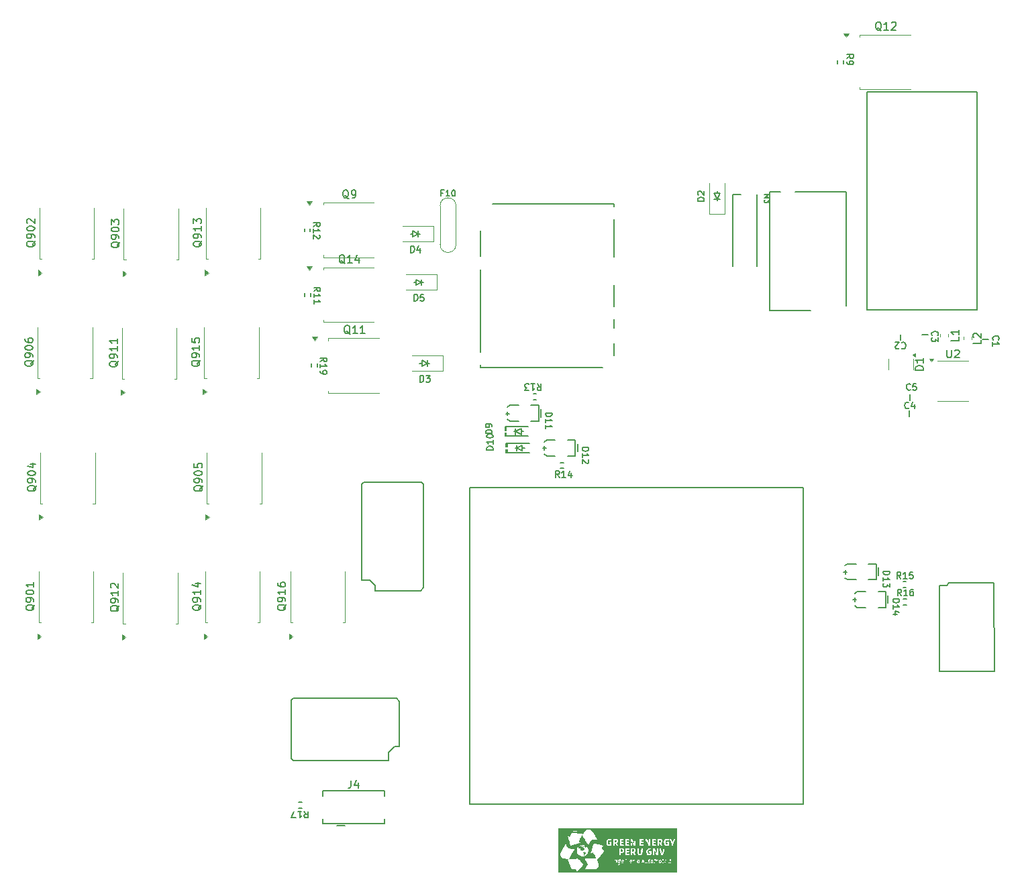
<source format=gto>
G04 #@! TF.GenerationSoftware,KiCad,Pcbnew,8.0.9-8.0.9-0~ubuntu24.04.1*
G04 #@! TF.CreationDate,2026-02-09T21:46:22+00:00*
G04 #@! TF.ProjectId,greenecu48,67726565-6e65-4637-9534-382e6b696361,rev?*
G04 #@! TF.SameCoordinates,Original*
G04 #@! TF.FileFunction,Legend,Top*
G04 #@! TF.FilePolarity,Positive*
%FSLAX46Y46*%
G04 Gerber Fmt 4.6, Leading zero omitted, Abs format (unit mm)*
G04 Created by KiCad (PCBNEW 8.0.9-8.0.9-0~ubuntu24.04.1) date 2026-02-09 21:46:22*
%MOMM*%
%LPD*%
G01*
G04 APERTURE LIST*
%ADD10C,0.150000*%
%ADD11C,0.170000*%
%ADD12C,0.127000*%
%ADD13C,0.120000*%
%ADD14C,0.000000*%
%ADD15C,0.203200*%
%ADD16C,0.200000*%
G04 APERTURE END LIST*
D10*
X3988336Y66015381D02*
X3940717Y65920143D01*
X3940717Y65920143D02*
X3845479Y65824905D01*
X3845479Y65824905D02*
X3702621Y65682048D01*
X3702621Y65682048D02*
X3655002Y65586810D01*
X3655002Y65586810D02*
X3655002Y65491572D01*
X3893098Y65539191D02*
X3845479Y65443953D01*
X3845479Y65443953D02*
X3750240Y65348715D01*
X3750240Y65348715D02*
X3559764Y65301096D01*
X3559764Y65301096D02*
X3226431Y65301096D01*
X3226431Y65301096D02*
X3035955Y65348715D01*
X3035955Y65348715D02*
X2940717Y65443953D01*
X2940717Y65443953D02*
X2893098Y65539191D01*
X2893098Y65539191D02*
X2893098Y65729667D01*
X2893098Y65729667D02*
X2940717Y65824905D01*
X2940717Y65824905D02*
X3035955Y65920143D01*
X3035955Y65920143D02*
X3226431Y65967762D01*
X3226431Y65967762D02*
X3559764Y65967762D01*
X3559764Y65967762D02*
X3750240Y65920143D01*
X3750240Y65920143D02*
X3845479Y65824905D01*
X3845479Y65824905D02*
X3893098Y65729667D01*
X3893098Y65729667D02*
X3893098Y65539191D01*
X3893098Y66443953D02*
X3893098Y66634429D01*
X3893098Y66634429D02*
X3845479Y66729667D01*
X3845479Y66729667D02*
X3797859Y66777286D01*
X3797859Y66777286D02*
X3655002Y66872524D01*
X3655002Y66872524D02*
X3464526Y66920143D01*
X3464526Y66920143D02*
X3083574Y66920143D01*
X3083574Y66920143D02*
X2988336Y66872524D01*
X2988336Y66872524D02*
X2940717Y66824905D01*
X2940717Y66824905D02*
X2893098Y66729667D01*
X2893098Y66729667D02*
X2893098Y66539191D01*
X2893098Y66539191D02*
X2940717Y66443953D01*
X2940717Y66443953D02*
X2988336Y66396334D01*
X2988336Y66396334D02*
X3083574Y66348715D01*
X3083574Y66348715D02*
X3321669Y66348715D01*
X3321669Y66348715D02*
X3416907Y66396334D01*
X3416907Y66396334D02*
X3464526Y66443953D01*
X3464526Y66443953D02*
X3512145Y66539191D01*
X3512145Y66539191D02*
X3512145Y66729667D01*
X3512145Y66729667D02*
X3464526Y66824905D01*
X3464526Y66824905D02*
X3416907Y66872524D01*
X3416907Y66872524D02*
X3321669Y66920143D01*
X2893098Y67539191D02*
X2893098Y67634429D01*
X2893098Y67634429D02*
X2940717Y67729667D01*
X2940717Y67729667D02*
X2988336Y67777286D01*
X2988336Y67777286D02*
X3083574Y67824905D01*
X3083574Y67824905D02*
X3274050Y67872524D01*
X3274050Y67872524D02*
X3512145Y67872524D01*
X3512145Y67872524D02*
X3702621Y67824905D01*
X3702621Y67824905D02*
X3797859Y67777286D01*
X3797859Y67777286D02*
X3845479Y67729667D01*
X3845479Y67729667D02*
X3893098Y67634429D01*
X3893098Y67634429D02*
X3893098Y67539191D01*
X3893098Y67539191D02*
X3845479Y67443953D01*
X3845479Y67443953D02*
X3797859Y67396334D01*
X3797859Y67396334D02*
X3702621Y67348715D01*
X3702621Y67348715D02*
X3512145Y67301096D01*
X3512145Y67301096D02*
X3274050Y67301096D01*
X3274050Y67301096D02*
X3083574Y67348715D01*
X3083574Y67348715D02*
X2988336Y67396334D01*
X2988336Y67396334D02*
X2940717Y67443953D01*
X2940717Y67443953D02*
X2893098Y67539191D01*
X2893098Y68729667D02*
X2893098Y68539191D01*
X2893098Y68539191D02*
X2940717Y68443953D01*
X2940717Y68443953D02*
X2988336Y68396334D01*
X2988336Y68396334D02*
X3131193Y68301096D01*
X3131193Y68301096D02*
X3321669Y68253477D01*
X3321669Y68253477D02*
X3702621Y68253477D01*
X3702621Y68253477D02*
X3797859Y68301096D01*
X3797859Y68301096D02*
X3845479Y68348715D01*
X3845479Y68348715D02*
X3893098Y68443953D01*
X3893098Y68443953D02*
X3893098Y68634429D01*
X3893098Y68634429D02*
X3845479Y68729667D01*
X3845479Y68729667D02*
X3797859Y68777286D01*
X3797859Y68777286D02*
X3702621Y68824905D01*
X3702621Y68824905D02*
X3464526Y68824905D01*
X3464526Y68824905D02*
X3369288Y68777286D01*
X3369288Y68777286D02*
X3321669Y68729667D01*
X3321669Y68729667D02*
X3274050Y68634429D01*
X3274050Y68634429D02*
X3274050Y68443953D01*
X3274050Y68443953D02*
X3321669Y68348715D01*
X3321669Y68348715D02*
X3369288Y68301096D01*
X3369288Y68301096D02*
X3464526Y68253477D01*
X14860057Y80962381D02*
X14812438Y80867143D01*
X14812438Y80867143D02*
X14717200Y80771905D01*
X14717200Y80771905D02*
X14574342Y80629048D01*
X14574342Y80629048D02*
X14526723Y80533810D01*
X14526723Y80533810D02*
X14526723Y80438572D01*
X14764819Y80486191D02*
X14717200Y80390953D01*
X14717200Y80390953D02*
X14621961Y80295715D01*
X14621961Y80295715D02*
X14431485Y80248096D01*
X14431485Y80248096D02*
X14098152Y80248096D01*
X14098152Y80248096D02*
X13907676Y80295715D01*
X13907676Y80295715D02*
X13812438Y80390953D01*
X13812438Y80390953D02*
X13764819Y80486191D01*
X13764819Y80486191D02*
X13764819Y80676667D01*
X13764819Y80676667D02*
X13812438Y80771905D01*
X13812438Y80771905D02*
X13907676Y80867143D01*
X13907676Y80867143D02*
X14098152Y80914762D01*
X14098152Y80914762D02*
X14431485Y80914762D01*
X14431485Y80914762D02*
X14621961Y80867143D01*
X14621961Y80867143D02*
X14717200Y80771905D01*
X14717200Y80771905D02*
X14764819Y80676667D01*
X14764819Y80676667D02*
X14764819Y80486191D01*
X14764819Y81390953D02*
X14764819Y81581429D01*
X14764819Y81581429D02*
X14717200Y81676667D01*
X14717200Y81676667D02*
X14669580Y81724286D01*
X14669580Y81724286D02*
X14526723Y81819524D01*
X14526723Y81819524D02*
X14336247Y81867143D01*
X14336247Y81867143D02*
X13955295Y81867143D01*
X13955295Y81867143D02*
X13860057Y81819524D01*
X13860057Y81819524D02*
X13812438Y81771905D01*
X13812438Y81771905D02*
X13764819Y81676667D01*
X13764819Y81676667D02*
X13764819Y81486191D01*
X13764819Y81486191D02*
X13812438Y81390953D01*
X13812438Y81390953D02*
X13860057Y81343334D01*
X13860057Y81343334D02*
X13955295Y81295715D01*
X13955295Y81295715D02*
X14193390Y81295715D01*
X14193390Y81295715D02*
X14288628Y81343334D01*
X14288628Y81343334D02*
X14336247Y81390953D01*
X14336247Y81390953D02*
X14383866Y81486191D01*
X14383866Y81486191D02*
X14383866Y81676667D01*
X14383866Y81676667D02*
X14336247Y81771905D01*
X14336247Y81771905D02*
X14288628Y81819524D01*
X14288628Y81819524D02*
X14193390Y81867143D01*
X13764819Y82486191D02*
X13764819Y82581429D01*
X13764819Y82581429D02*
X13812438Y82676667D01*
X13812438Y82676667D02*
X13860057Y82724286D01*
X13860057Y82724286D02*
X13955295Y82771905D01*
X13955295Y82771905D02*
X14145771Y82819524D01*
X14145771Y82819524D02*
X14383866Y82819524D01*
X14383866Y82819524D02*
X14574342Y82771905D01*
X14574342Y82771905D02*
X14669580Y82724286D01*
X14669580Y82724286D02*
X14717200Y82676667D01*
X14717200Y82676667D02*
X14764819Y82581429D01*
X14764819Y82581429D02*
X14764819Y82486191D01*
X14764819Y82486191D02*
X14717200Y82390953D01*
X14717200Y82390953D02*
X14669580Y82343334D01*
X14669580Y82343334D02*
X14574342Y82295715D01*
X14574342Y82295715D02*
X14383866Y82248096D01*
X14383866Y82248096D02*
X14145771Y82248096D01*
X14145771Y82248096D02*
X13955295Y82295715D01*
X13955295Y82295715D02*
X13860057Y82343334D01*
X13860057Y82343334D02*
X13812438Y82390953D01*
X13812438Y82390953D02*
X13764819Y82486191D01*
X13764819Y83152858D02*
X13764819Y83771905D01*
X13764819Y83771905D02*
X14145771Y83438572D01*
X14145771Y83438572D02*
X14145771Y83581429D01*
X14145771Y83581429D02*
X14193390Y83676667D01*
X14193390Y83676667D02*
X14241009Y83724286D01*
X14241009Y83724286D02*
X14336247Y83771905D01*
X14336247Y83771905D02*
X14574342Y83771905D01*
X14574342Y83771905D02*
X14669580Y83724286D01*
X14669580Y83724286D02*
X14717200Y83676667D01*
X14717200Y83676667D02*
X14764819Y83581429D01*
X14764819Y83581429D02*
X14764819Y83295715D01*
X14764819Y83295715D02*
X14717200Y83200477D01*
X14717200Y83200477D02*
X14669580Y83152858D01*
X4110057Y35152381D02*
X4062438Y35057143D01*
X4062438Y35057143D02*
X3967200Y34961905D01*
X3967200Y34961905D02*
X3824342Y34819048D01*
X3824342Y34819048D02*
X3776723Y34723810D01*
X3776723Y34723810D02*
X3776723Y34628572D01*
X4014819Y34676191D02*
X3967200Y34580953D01*
X3967200Y34580953D02*
X3871961Y34485715D01*
X3871961Y34485715D02*
X3681485Y34438096D01*
X3681485Y34438096D02*
X3348152Y34438096D01*
X3348152Y34438096D02*
X3157676Y34485715D01*
X3157676Y34485715D02*
X3062438Y34580953D01*
X3062438Y34580953D02*
X3014819Y34676191D01*
X3014819Y34676191D02*
X3014819Y34866667D01*
X3014819Y34866667D02*
X3062438Y34961905D01*
X3062438Y34961905D02*
X3157676Y35057143D01*
X3157676Y35057143D02*
X3348152Y35104762D01*
X3348152Y35104762D02*
X3681485Y35104762D01*
X3681485Y35104762D02*
X3871961Y35057143D01*
X3871961Y35057143D02*
X3967200Y34961905D01*
X3967200Y34961905D02*
X4014819Y34866667D01*
X4014819Y34866667D02*
X4014819Y34676191D01*
X4014819Y35580953D02*
X4014819Y35771429D01*
X4014819Y35771429D02*
X3967200Y35866667D01*
X3967200Y35866667D02*
X3919580Y35914286D01*
X3919580Y35914286D02*
X3776723Y36009524D01*
X3776723Y36009524D02*
X3586247Y36057143D01*
X3586247Y36057143D02*
X3205295Y36057143D01*
X3205295Y36057143D02*
X3110057Y36009524D01*
X3110057Y36009524D02*
X3062438Y35961905D01*
X3062438Y35961905D02*
X3014819Y35866667D01*
X3014819Y35866667D02*
X3014819Y35676191D01*
X3014819Y35676191D02*
X3062438Y35580953D01*
X3062438Y35580953D02*
X3110057Y35533334D01*
X3110057Y35533334D02*
X3205295Y35485715D01*
X3205295Y35485715D02*
X3443390Y35485715D01*
X3443390Y35485715D02*
X3538628Y35533334D01*
X3538628Y35533334D02*
X3586247Y35580953D01*
X3586247Y35580953D02*
X3633866Y35676191D01*
X3633866Y35676191D02*
X3633866Y35866667D01*
X3633866Y35866667D02*
X3586247Y35961905D01*
X3586247Y35961905D02*
X3538628Y36009524D01*
X3538628Y36009524D02*
X3443390Y36057143D01*
X3014819Y36676191D02*
X3014819Y36771429D01*
X3014819Y36771429D02*
X3062438Y36866667D01*
X3062438Y36866667D02*
X3110057Y36914286D01*
X3110057Y36914286D02*
X3205295Y36961905D01*
X3205295Y36961905D02*
X3395771Y37009524D01*
X3395771Y37009524D02*
X3633866Y37009524D01*
X3633866Y37009524D02*
X3824342Y36961905D01*
X3824342Y36961905D02*
X3919580Y36914286D01*
X3919580Y36914286D02*
X3967200Y36866667D01*
X3967200Y36866667D02*
X4014819Y36771429D01*
X4014819Y36771429D02*
X4014819Y36676191D01*
X4014819Y36676191D02*
X3967200Y36580953D01*
X3967200Y36580953D02*
X3919580Y36533334D01*
X3919580Y36533334D02*
X3824342Y36485715D01*
X3824342Y36485715D02*
X3633866Y36438096D01*
X3633866Y36438096D02*
X3395771Y36438096D01*
X3395771Y36438096D02*
X3205295Y36485715D01*
X3205295Y36485715D02*
X3110057Y36533334D01*
X3110057Y36533334D02*
X3062438Y36580953D01*
X3062438Y36580953D02*
X3014819Y36676191D01*
X4014819Y37961905D02*
X4014819Y37390477D01*
X4014819Y37676191D02*
X3014819Y37676191D01*
X3014819Y37676191D02*
X3157676Y37580953D01*
X3157676Y37580953D02*
X3252914Y37485715D01*
X3252914Y37485715D02*
X3300533Y37390477D01*
X4200057Y81062381D02*
X4152438Y80967143D01*
X4152438Y80967143D02*
X4057200Y80871905D01*
X4057200Y80871905D02*
X3914342Y80729048D01*
X3914342Y80729048D02*
X3866723Y80633810D01*
X3866723Y80633810D02*
X3866723Y80538572D01*
X4104819Y80586191D02*
X4057200Y80490953D01*
X4057200Y80490953D02*
X3961961Y80395715D01*
X3961961Y80395715D02*
X3771485Y80348096D01*
X3771485Y80348096D02*
X3438152Y80348096D01*
X3438152Y80348096D02*
X3247676Y80395715D01*
X3247676Y80395715D02*
X3152438Y80490953D01*
X3152438Y80490953D02*
X3104819Y80586191D01*
X3104819Y80586191D02*
X3104819Y80776667D01*
X3104819Y80776667D02*
X3152438Y80871905D01*
X3152438Y80871905D02*
X3247676Y80967143D01*
X3247676Y80967143D02*
X3438152Y81014762D01*
X3438152Y81014762D02*
X3771485Y81014762D01*
X3771485Y81014762D02*
X3961961Y80967143D01*
X3961961Y80967143D02*
X4057200Y80871905D01*
X4057200Y80871905D02*
X4104819Y80776667D01*
X4104819Y80776667D02*
X4104819Y80586191D01*
X4104819Y81490953D02*
X4104819Y81681429D01*
X4104819Y81681429D02*
X4057200Y81776667D01*
X4057200Y81776667D02*
X4009580Y81824286D01*
X4009580Y81824286D02*
X3866723Y81919524D01*
X3866723Y81919524D02*
X3676247Y81967143D01*
X3676247Y81967143D02*
X3295295Y81967143D01*
X3295295Y81967143D02*
X3200057Y81919524D01*
X3200057Y81919524D02*
X3152438Y81871905D01*
X3152438Y81871905D02*
X3104819Y81776667D01*
X3104819Y81776667D02*
X3104819Y81586191D01*
X3104819Y81586191D02*
X3152438Y81490953D01*
X3152438Y81490953D02*
X3200057Y81443334D01*
X3200057Y81443334D02*
X3295295Y81395715D01*
X3295295Y81395715D02*
X3533390Y81395715D01*
X3533390Y81395715D02*
X3628628Y81443334D01*
X3628628Y81443334D02*
X3676247Y81490953D01*
X3676247Y81490953D02*
X3723866Y81586191D01*
X3723866Y81586191D02*
X3723866Y81776667D01*
X3723866Y81776667D02*
X3676247Y81871905D01*
X3676247Y81871905D02*
X3628628Y81919524D01*
X3628628Y81919524D02*
X3533390Y81967143D01*
X3104819Y82586191D02*
X3104819Y82681429D01*
X3104819Y82681429D02*
X3152438Y82776667D01*
X3152438Y82776667D02*
X3200057Y82824286D01*
X3200057Y82824286D02*
X3295295Y82871905D01*
X3295295Y82871905D02*
X3485771Y82919524D01*
X3485771Y82919524D02*
X3723866Y82919524D01*
X3723866Y82919524D02*
X3914342Y82871905D01*
X3914342Y82871905D02*
X4009580Y82824286D01*
X4009580Y82824286D02*
X4057200Y82776667D01*
X4057200Y82776667D02*
X4104819Y82681429D01*
X4104819Y82681429D02*
X4104819Y82586191D01*
X4104819Y82586191D02*
X4057200Y82490953D01*
X4057200Y82490953D02*
X4009580Y82443334D01*
X4009580Y82443334D02*
X3914342Y82395715D01*
X3914342Y82395715D02*
X3723866Y82348096D01*
X3723866Y82348096D02*
X3485771Y82348096D01*
X3485771Y82348096D02*
X3295295Y82395715D01*
X3295295Y82395715D02*
X3200057Y82443334D01*
X3200057Y82443334D02*
X3152438Y82490953D01*
X3152438Y82490953D02*
X3104819Y82586191D01*
X3200057Y83300477D02*
X3152438Y83348096D01*
X3152438Y83348096D02*
X3104819Y83443334D01*
X3104819Y83443334D02*
X3104819Y83681429D01*
X3104819Y83681429D02*
X3152438Y83776667D01*
X3152438Y83776667D02*
X3200057Y83824286D01*
X3200057Y83824286D02*
X3295295Y83871905D01*
X3295295Y83871905D02*
X3390533Y83871905D01*
X3390533Y83871905D02*
X3533390Y83824286D01*
X3533390Y83824286D02*
X4104819Y83252858D01*
X4104819Y83252858D02*
X4104819Y83871905D01*
D11*
X67528348Y63029357D02*
X67801681Y62638881D01*
X67996919Y63029357D02*
X67996919Y62209357D01*
X67996919Y62209357D02*
X67684538Y62209357D01*
X67684538Y62209357D02*
X67606443Y62248405D01*
X67606443Y62248405D02*
X67567396Y62287452D01*
X67567396Y62287452D02*
X67528348Y62365548D01*
X67528348Y62365548D02*
X67528348Y62482690D01*
X67528348Y62482690D02*
X67567396Y62560786D01*
X67567396Y62560786D02*
X67606443Y62599833D01*
X67606443Y62599833D02*
X67684538Y62638881D01*
X67684538Y62638881D02*
X67996919Y62638881D01*
X66747396Y63029357D02*
X67215967Y63029357D01*
X66981681Y63029357D02*
X66981681Y62209357D01*
X66981681Y62209357D02*
X67059777Y62326500D01*
X67059777Y62326500D02*
X67137872Y62404595D01*
X67137872Y62404595D02*
X67215967Y62443643D01*
X66474063Y62209357D02*
X65966444Y62209357D01*
X65966444Y62209357D02*
X66239777Y62521738D01*
X66239777Y62521738D02*
X66122634Y62521738D01*
X66122634Y62521738D02*
X66044539Y62560786D01*
X66044539Y62560786D02*
X66005491Y62599833D01*
X66005491Y62599833D02*
X65966444Y62677929D01*
X65966444Y62677929D02*
X65966444Y62873167D01*
X65966444Y62873167D02*
X66005491Y62951262D01*
X66005491Y62951262D02*
X66044539Y62990309D01*
X66044539Y62990309D02*
X66122634Y63029357D01*
X66122634Y63029357D02*
X66356920Y63029357D01*
X66356920Y63029357D02*
X66435015Y62990309D01*
X66435015Y62990309D02*
X66474063Y62951262D01*
X68581804Y59360497D02*
X69381805Y59360497D01*
X69381805Y59360497D02*
X69381805Y59170021D01*
X69381805Y59170021D02*
X69343710Y59055735D01*
X69343710Y59055735D02*
X69267519Y58979544D01*
X69267519Y58979544D02*
X69191329Y58941449D01*
X69191329Y58941449D02*
X69038948Y58903354D01*
X69038948Y58903354D02*
X68924662Y58903354D01*
X68924662Y58903354D02*
X68772281Y58941449D01*
X68772281Y58941449D02*
X68696090Y58979544D01*
X68696090Y58979544D02*
X68619900Y59055735D01*
X68619900Y59055735D02*
X68581804Y59170021D01*
X68581804Y59170021D02*
X68581804Y59360497D01*
X68581804Y58141448D02*
X68581804Y58598591D01*
X68581804Y58370020D02*
X69381805Y58370020D01*
X69381805Y58370020D02*
X69267519Y58446210D01*
X69267519Y58446210D02*
X69191329Y58522401D01*
X69191329Y58522401D02*
X69153234Y58598591D01*
X68581804Y57379542D02*
X68581804Y57836685D01*
X68581804Y57608114D02*
X69381805Y57608114D01*
X69381805Y57608114D02*
X69267519Y57684304D01*
X69267519Y57684304D02*
X69191329Y57760495D01*
X69191329Y57760495D02*
X69153234Y57836685D01*
X70324651Y51223192D02*
X70051318Y51613668D01*
X69856080Y51223192D02*
X69856080Y52043192D01*
X69856080Y52043192D02*
X70168461Y52043192D01*
X70168461Y52043192D02*
X70246556Y52004144D01*
X70246556Y52004144D02*
X70285603Y51965097D01*
X70285603Y51965097D02*
X70324651Y51887001D01*
X70324651Y51887001D02*
X70324651Y51769859D01*
X70324651Y51769859D02*
X70285603Y51691763D01*
X70285603Y51691763D02*
X70246556Y51652716D01*
X70246556Y51652716D02*
X70168461Y51613668D01*
X70168461Y51613668D02*
X69856080Y51613668D01*
X71105603Y51223192D02*
X70637032Y51223192D01*
X70871318Y51223192D02*
X70871318Y52043192D01*
X70871318Y52043192D02*
X70793222Y51926049D01*
X70793222Y51926049D02*
X70715127Y51847954D01*
X70715127Y51847954D02*
X70637032Y51808906D01*
X71808460Y51769859D02*
X71808460Y51223192D01*
X71613222Y52082239D02*
X71417984Y51496525D01*
X71417984Y51496525D02*
X71925603Y51496525D01*
X51572762Y79608492D02*
X51572762Y80428492D01*
X51572762Y80428492D02*
X51768000Y80428492D01*
X51768000Y80428492D02*
X51885143Y80389444D01*
X51885143Y80389444D02*
X51963238Y80311349D01*
X51963238Y80311349D02*
X52002285Y80233254D01*
X52002285Y80233254D02*
X52041333Y80077063D01*
X52041333Y80077063D02*
X52041333Y79959920D01*
X52041333Y79959920D02*
X52002285Y79803730D01*
X52002285Y79803730D02*
X51963238Y79725635D01*
X51963238Y79725635D02*
X51885143Y79647539D01*
X51885143Y79647539D02*
X51768000Y79608492D01*
X51768000Y79608492D02*
X51572762Y79608492D01*
X52744190Y80155159D02*
X52744190Y79608492D01*
X52548952Y80467539D02*
X52353714Y79881825D01*
X52353714Y79881825D02*
X52861333Y79881825D01*
X113499347Y68202713D02*
X113538395Y68241760D01*
X113538395Y68241760D02*
X113655538Y68280808D01*
X113655538Y68280808D02*
X113733633Y68280808D01*
X113733633Y68280808D02*
X113850776Y68241760D01*
X113850776Y68241760D02*
X113928872Y68163665D01*
X113928872Y68163665D02*
X113967919Y68085570D01*
X113967919Y68085570D02*
X114006967Y67929379D01*
X114006967Y67929379D02*
X114006967Y67812236D01*
X114006967Y67812236D02*
X113967919Y67656045D01*
X113967919Y67656045D02*
X113928872Y67577950D01*
X113928872Y67577950D02*
X113850776Y67499855D01*
X113850776Y67499855D02*
X113733633Y67460807D01*
X113733633Y67460807D02*
X113655538Y67460807D01*
X113655538Y67460807D02*
X113538395Y67499855D01*
X113538395Y67499855D02*
X113499347Y67538902D01*
X113186966Y67538902D02*
X113147918Y67499855D01*
X113147918Y67499855D02*
X113069823Y67460807D01*
X113069823Y67460807D02*
X112874585Y67460807D01*
X112874585Y67460807D02*
X112796489Y67499855D01*
X112796489Y67499855D02*
X112757442Y67538902D01*
X112757442Y67538902D02*
X112718394Y67616998D01*
X112718394Y67616998D02*
X112718394Y67695093D01*
X112718394Y67695093D02*
X112757442Y67812236D01*
X112757442Y67812236D02*
X113226014Y68280808D01*
X113226014Y68280808D02*
X112718394Y68280808D01*
D10*
X43730761Y86408943D02*
X43635523Y86456562D01*
X43635523Y86456562D02*
X43540285Y86551800D01*
X43540285Y86551800D02*
X43397428Y86694658D01*
X43397428Y86694658D02*
X43302190Y86742277D01*
X43302190Y86742277D02*
X43206952Y86742277D01*
X43254571Y86504181D02*
X43159333Y86551800D01*
X43159333Y86551800D02*
X43064095Y86647039D01*
X43064095Y86647039D02*
X43016476Y86837515D01*
X43016476Y86837515D02*
X43016476Y87170848D01*
X43016476Y87170848D02*
X43064095Y87361324D01*
X43064095Y87361324D02*
X43159333Y87456562D01*
X43159333Y87456562D02*
X43254571Y87504181D01*
X43254571Y87504181D02*
X43445047Y87504181D01*
X43445047Y87504181D02*
X43540285Y87456562D01*
X43540285Y87456562D02*
X43635523Y87361324D01*
X43635523Y87361324D02*
X43683142Y87170848D01*
X43683142Y87170848D02*
X43683142Y86837515D01*
X43683142Y86837515D02*
X43635523Y86647039D01*
X43635523Y86647039D02*
X43540285Y86551800D01*
X43540285Y86551800D02*
X43445047Y86504181D01*
X43445047Y86504181D02*
X43254571Y86504181D01*
X44159333Y86504181D02*
X44349809Y86504181D01*
X44349809Y86504181D02*
X44445047Y86551800D01*
X44445047Y86551800D02*
X44492666Y86599420D01*
X44492666Y86599420D02*
X44587904Y86742277D01*
X44587904Y86742277D02*
X44635523Y86932753D01*
X44635523Y86932753D02*
X44635523Y87313705D01*
X44635523Y87313705D02*
X44587904Y87408943D01*
X44587904Y87408943D02*
X44540285Y87456562D01*
X44540285Y87456562D02*
X44445047Y87504181D01*
X44445047Y87504181D02*
X44254571Y87504181D01*
X44254571Y87504181D02*
X44159333Y87456562D01*
X44159333Y87456562D02*
X44111714Y87408943D01*
X44111714Y87408943D02*
X44064095Y87313705D01*
X44064095Y87313705D02*
X44064095Y87075610D01*
X44064095Y87075610D02*
X44111714Y86980372D01*
X44111714Y86980372D02*
X44159333Y86932753D01*
X44159333Y86932753D02*
X44254571Y86885134D01*
X44254571Y86885134D02*
X44445047Y86885134D01*
X44445047Y86885134D02*
X44540285Y86932753D01*
X44540285Y86932753D02*
X44587904Y86980372D01*
X44587904Y86980372D02*
X44635523Y87075610D01*
D11*
X112397614Y35870950D02*
X113197615Y35870950D01*
X113197615Y35870950D02*
X113197615Y35680474D01*
X113197615Y35680474D02*
X113159520Y35566188D01*
X113159520Y35566188D02*
X113083329Y35489997D01*
X113083329Y35489997D02*
X113007139Y35451902D01*
X113007139Y35451902D02*
X112854758Y35413807D01*
X112854758Y35413807D02*
X112740472Y35413807D01*
X112740472Y35413807D02*
X112588091Y35451902D01*
X112588091Y35451902D02*
X112511900Y35489997D01*
X112511900Y35489997D02*
X112435710Y35566188D01*
X112435710Y35566188D02*
X112397614Y35680474D01*
X112397614Y35680474D02*
X112397614Y35870950D01*
X112397614Y34651901D02*
X112397614Y35109044D01*
X112397614Y34880473D02*
X113197615Y34880473D01*
X113197615Y34880473D02*
X113083329Y34956663D01*
X113083329Y34956663D02*
X113007139Y35032854D01*
X113007139Y35032854D02*
X112969044Y35109044D01*
X112930948Y33966185D02*
X112397614Y33966185D01*
X113235711Y34156662D02*
X112664281Y34347138D01*
X112664281Y34347138D02*
X112664281Y33851900D01*
X39286942Y82912908D02*
X39677418Y83186241D01*
X39286942Y83381479D02*
X40106942Y83381479D01*
X40106942Y83381479D02*
X40106942Y83069098D01*
X40106942Y83069098D02*
X40067894Y82991003D01*
X40067894Y82991003D02*
X40028847Y82951956D01*
X40028847Y82951956D02*
X39950751Y82912908D01*
X39950751Y82912908D02*
X39833609Y82912908D01*
X39833609Y82912908D02*
X39755513Y82951956D01*
X39755513Y82951956D02*
X39716466Y82991003D01*
X39716466Y82991003D02*
X39677418Y83069098D01*
X39677418Y83069098D02*
X39677418Y83381479D01*
X39286942Y82131956D02*
X39286942Y82600527D01*
X39286942Y82366241D02*
X40106942Y82366241D01*
X40106942Y82366241D02*
X39989799Y82444337D01*
X39989799Y82444337D02*
X39911704Y82522432D01*
X39911704Y82522432D02*
X39872656Y82600527D01*
X40028847Y81819575D02*
X40067894Y81780527D01*
X40067894Y81780527D02*
X40106942Y81702432D01*
X40106942Y81702432D02*
X40106942Y81507194D01*
X40106942Y81507194D02*
X40067894Y81429099D01*
X40067894Y81429099D02*
X40028847Y81390051D01*
X40028847Y81390051D02*
X39950751Y81351004D01*
X39950751Y81351004D02*
X39872656Y81351004D01*
X39872656Y81351004D02*
X39755513Y81390051D01*
X39755513Y81390051D02*
X39286942Y81858623D01*
X39286942Y81858623D02*
X39286942Y81351004D01*
X40162942Y65830908D02*
X40553418Y66104241D01*
X40162942Y66299479D02*
X40982942Y66299479D01*
X40982942Y66299479D02*
X40982942Y65987098D01*
X40982942Y65987098D02*
X40943894Y65909003D01*
X40943894Y65909003D02*
X40904847Y65869956D01*
X40904847Y65869956D02*
X40826751Y65830908D01*
X40826751Y65830908D02*
X40709609Y65830908D01*
X40709609Y65830908D02*
X40631513Y65869956D01*
X40631513Y65869956D02*
X40592466Y65909003D01*
X40592466Y65909003D02*
X40553418Y65987098D01*
X40553418Y65987098D02*
X40553418Y66299479D01*
X40162942Y65049956D02*
X40162942Y65518527D01*
X40162942Y65284241D02*
X40982942Y65284241D01*
X40982942Y65284241D02*
X40865799Y65362337D01*
X40865799Y65362337D02*
X40787704Y65440432D01*
X40787704Y65440432D02*
X40748656Y65518527D01*
X40162942Y64659480D02*
X40162942Y64503289D01*
X40162942Y64503289D02*
X40201990Y64425194D01*
X40201990Y64425194D02*
X40241037Y64386146D01*
X40241037Y64386146D02*
X40358180Y64308051D01*
X40358180Y64308051D02*
X40514370Y64269004D01*
X40514370Y64269004D02*
X40826751Y64269004D01*
X40826751Y64269004D02*
X40904847Y64308051D01*
X40904847Y64308051D02*
X40943894Y64347099D01*
X40943894Y64347099D02*
X40982942Y64425194D01*
X40982942Y64425194D02*
X40982942Y64581385D01*
X40982942Y64581385D02*
X40943894Y64659480D01*
X40943894Y64659480D02*
X40904847Y64698527D01*
X40904847Y64698527D02*
X40826751Y64737575D01*
X40826751Y64737575D02*
X40631513Y64737575D01*
X40631513Y64737575D02*
X40553418Y64698527D01*
X40553418Y64698527D02*
X40514370Y64659480D01*
X40514370Y64659480D02*
X40475323Y64581385D01*
X40475323Y64581385D02*
X40475323Y64425194D01*
X40475323Y64425194D02*
X40514370Y64347099D01*
X40514370Y64347099D02*
X40553418Y64308051D01*
X40553418Y64308051D02*
X40631513Y64269004D01*
X39343942Y74731908D02*
X39734418Y75005241D01*
X39343942Y75200479D02*
X40163942Y75200479D01*
X40163942Y75200479D02*
X40163942Y74888098D01*
X40163942Y74888098D02*
X40124894Y74810003D01*
X40124894Y74810003D02*
X40085847Y74770956D01*
X40085847Y74770956D02*
X40007751Y74731908D01*
X40007751Y74731908D02*
X39890609Y74731908D01*
X39890609Y74731908D02*
X39812513Y74770956D01*
X39812513Y74770956D02*
X39773466Y74810003D01*
X39773466Y74810003D02*
X39734418Y74888098D01*
X39734418Y74888098D02*
X39734418Y75200479D01*
X39343942Y73950956D02*
X39343942Y74419527D01*
X39343942Y74185241D02*
X40163942Y74185241D01*
X40163942Y74185241D02*
X40046799Y74263337D01*
X40046799Y74263337D02*
X39968704Y74341432D01*
X39968704Y74341432D02*
X39929656Y74419527D01*
X39343942Y73170004D02*
X39343942Y73638575D01*
X39343942Y73404289D02*
X40163942Y73404289D01*
X40163942Y73404289D02*
X40046799Y73482385D01*
X40046799Y73482385D02*
X39968704Y73560480D01*
X39968704Y73560480D02*
X39929656Y73638575D01*
D10*
X43254571Y78213943D02*
X43159333Y78261562D01*
X43159333Y78261562D02*
X43064095Y78356800D01*
X43064095Y78356800D02*
X42921238Y78499658D01*
X42921238Y78499658D02*
X42826000Y78547277D01*
X42826000Y78547277D02*
X42730762Y78547277D01*
X42778381Y78309181D02*
X42683143Y78356800D01*
X42683143Y78356800D02*
X42587905Y78452039D01*
X42587905Y78452039D02*
X42540286Y78642515D01*
X42540286Y78642515D02*
X42540286Y78975848D01*
X42540286Y78975848D02*
X42587905Y79166324D01*
X42587905Y79166324D02*
X42683143Y79261562D01*
X42683143Y79261562D02*
X42778381Y79309181D01*
X42778381Y79309181D02*
X42968857Y79309181D01*
X42968857Y79309181D02*
X43064095Y79261562D01*
X43064095Y79261562D02*
X43159333Y79166324D01*
X43159333Y79166324D02*
X43206952Y78975848D01*
X43206952Y78975848D02*
X43206952Y78642515D01*
X43206952Y78642515D02*
X43159333Y78452039D01*
X43159333Y78452039D02*
X43064095Y78356800D01*
X43064095Y78356800D02*
X42968857Y78309181D01*
X42968857Y78309181D02*
X42778381Y78309181D01*
X44159333Y78309181D02*
X43587905Y78309181D01*
X43873619Y78309181D02*
X43873619Y79309181D01*
X43873619Y79309181D02*
X43778381Y79166324D01*
X43778381Y79166324D02*
X43683143Y79071086D01*
X43683143Y79071086D02*
X43587905Y79023467D01*
X45016476Y78975848D02*
X45016476Y78309181D01*
X44778381Y79356800D02*
X44540286Y78642515D01*
X44540286Y78642515D02*
X45159333Y78642515D01*
X44024666Y12973181D02*
X44024666Y12258896D01*
X44024666Y12258896D02*
X43977047Y12116039D01*
X43977047Y12116039D02*
X43881809Y12020800D01*
X43881809Y12020800D02*
X43738952Y11973181D01*
X43738952Y11973181D02*
X43643714Y11973181D01*
X44929428Y12639848D02*
X44929428Y11973181D01*
X44691333Y13020800D02*
X44453238Y12306515D01*
X44453238Y12306515D02*
X45072285Y12306515D01*
X96199428Y86917259D02*
X96799428Y86917259D01*
X96799428Y86917259D02*
X96370857Y86717259D01*
X96370857Y86717259D02*
X96799428Y86517259D01*
X96799428Y86517259D02*
X96199428Y86517259D01*
X96799428Y86288688D02*
X96799428Y85917260D01*
X96799428Y85917260D02*
X96570857Y86117260D01*
X96570857Y86117260D02*
X96570857Y86031545D01*
X96570857Y86031545D02*
X96542285Y85974402D01*
X96542285Y85974402D02*
X96513714Y85945831D01*
X96513714Y85945831D02*
X96456571Y85917260D01*
X96456571Y85917260D02*
X96313714Y85917260D01*
X96313714Y85917260D02*
X96256571Y85945831D01*
X96256571Y85945831D02*
X96228000Y85974402D01*
X96228000Y85974402D02*
X96199428Y86031545D01*
X96199428Y86031545D02*
X96199428Y86202974D01*
X96199428Y86202974D02*
X96228000Y86260117D01*
X96228000Y86260117D02*
X96256571Y86288688D01*
D11*
X51991762Y73500492D02*
X51991762Y74320492D01*
X51991762Y74320492D02*
X52187000Y74320492D01*
X52187000Y74320492D02*
X52304143Y74281444D01*
X52304143Y74281444D02*
X52382238Y74203349D01*
X52382238Y74203349D02*
X52421285Y74125254D01*
X52421285Y74125254D02*
X52460333Y73969063D01*
X52460333Y73969063D02*
X52460333Y73851920D01*
X52460333Y73851920D02*
X52421285Y73695730D01*
X52421285Y73695730D02*
X52382238Y73617635D01*
X52382238Y73617635D02*
X52304143Y73539539D01*
X52304143Y73539539D02*
X52187000Y73500492D01*
X52187000Y73500492D02*
X51991762Y73500492D01*
X53202238Y74320492D02*
X52811762Y74320492D01*
X52811762Y74320492D02*
X52772714Y73930016D01*
X52772714Y73930016D02*
X52811762Y73969063D01*
X52811762Y73969063D02*
X52889857Y74008111D01*
X52889857Y74008111D02*
X53085095Y74008111D01*
X53085095Y74008111D02*
X53163190Y73969063D01*
X53163190Y73969063D02*
X53202238Y73930016D01*
X53202238Y73930016D02*
X53241285Y73851920D01*
X53241285Y73851920D02*
X53241285Y73656682D01*
X53241285Y73656682D02*
X53202238Y73578587D01*
X53202238Y73578587D02*
X53163190Y73539539D01*
X53163190Y73539539D02*
X53085095Y73500492D01*
X53085095Y73500492D02*
X52889857Y73500492D01*
X52889857Y73500492D02*
X52811762Y73539539D01*
X52811762Y73539539D02*
X52772714Y73578587D01*
D10*
X119211095Y67329181D02*
X119211095Y66519658D01*
X119211095Y66519658D02*
X119258714Y66424420D01*
X119258714Y66424420D02*
X119306333Y66376800D01*
X119306333Y66376800D02*
X119401571Y66329181D01*
X119401571Y66329181D02*
X119592047Y66329181D01*
X119592047Y66329181D02*
X119687285Y66376800D01*
X119687285Y66376800D02*
X119734904Y66424420D01*
X119734904Y66424420D02*
X119782523Y66519658D01*
X119782523Y66519658D02*
X119782523Y67329181D01*
X120211095Y67233943D02*
X120258714Y67281562D01*
X120258714Y67281562D02*
X120353952Y67329181D01*
X120353952Y67329181D02*
X120592047Y67329181D01*
X120592047Y67329181D02*
X120687285Y67281562D01*
X120687285Y67281562D02*
X120734904Y67233943D01*
X120734904Y67233943D02*
X120782523Y67138705D01*
X120782523Y67138705D02*
X120782523Y67043467D01*
X120782523Y67043467D02*
X120734904Y66900610D01*
X120734904Y66900610D02*
X120163476Y66329181D01*
X120163476Y66329181D02*
X120782523Y66329181D01*
D11*
X113402092Y38438943D02*
X113128759Y38829419D01*
X112933521Y38438943D02*
X112933521Y39258943D01*
X112933521Y39258943D02*
X113245902Y39258943D01*
X113245902Y39258943D02*
X113323997Y39219895D01*
X113323997Y39219895D02*
X113363044Y39180848D01*
X113363044Y39180848D02*
X113402092Y39102752D01*
X113402092Y39102752D02*
X113402092Y38985610D01*
X113402092Y38985610D02*
X113363044Y38907514D01*
X113363044Y38907514D02*
X113323997Y38868467D01*
X113323997Y38868467D02*
X113245902Y38829419D01*
X113245902Y38829419D02*
X112933521Y38829419D01*
X114183044Y38438943D02*
X113714473Y38438943D01*
X113948759Y38438943D02*
X113948759Y39258943D01*
X113948759Y39258943D02*
X113870663Y39141800D01*
X113870663Y39141800D02*
X113792568Y39063705D01*
X113792568Y39063705D02*
X113714473Y39024657D01*
X114924949Y39258943D02*
X114534473Y39258943D01*
X114534473Y39258943D02*
X114495425Y38868467D01*
X114495425Y38868467D02*
X114534473Y38907514D01*
X114534473Y38907514D02*
X114612568Y38946562D01*
X114612568Y38946562D02*
X114807806Y38946562D01*
X114807806Y38946562D02*
X114885901Y38907514D01*
X114885901Y38907514D02*
X114924949Y38868467D01*
X114924949Y38868467D02*
X114963996Y38790371D01*
X114963996Y38790371D02*
X114963996Y38595133D01*
X114963996Y38595133D02*
X114924949Y38517038D01*
X114924949Y38517038D02*
X114885901Y38477990D01*
X114885901Y38477990D02*
X114807806Y38438943D01*
X114807806Y38438943D02*
X114612568Y38438943D01*
X114612568Y38438943D02*
X114534473Y38477990D01*
X114534473Y38477990D02*
X114495425Y38517038D01*
X52735762Y63268492D02*
X52735762Y64088492D01*
X52735762Y64088492D02*
X52931000Y64088492D01*
X52931000Y64088492D02*
X53048143Y64049444D01*
X53048143Y64049444D02*
X53126238Y63971349D01*
X53126238Y63971349D02*
X53165285Y63893254D01*
X53165285Y63893254D02*
X53204333Y63737063D01*
X53204333Y63737063D02*
X53204333Y63619920D01*
X53204333Y63619920D02*
X53165285Y63463730D01*
X53165285Y63463730D02*
X53126238Y63385635D01*
X53126238Y63385635D02*
X53048143Y63307539D01*
X53048143Y63307539D02*
X52931000Y63268492D01*
X52931000Y63268492D02*
X52735762Y63268492D01*
X53477666Y64088492D02*
X53985285Y64088492D01*
X53985285Y64088492D02*
X53711952Y63776111D01*
X53711952Y63776111D02*
X53829095Y63776111D01*
X53829095Y63776111D02*
X53907190Y63737063D01*
X53907190Y63737063D02*
X53946238Y63698016D01*
X53946238Y63698016D02*
X53985285Y63619920D01*
X53985285Y63619920D02*
X53985285Y63424682D01*
X53985285Y63424682D02*
X53946238Y63346587D01*
X53946238Y63346587D02*
X53907190Y63307539D01*
X53907190Y63307539D02*
X53829095Y63268492D01*
X53829095Y63268492D02*
X53594809Y63268492D01*
X53594809Y63268492D02*
X53516714Y63307539D01*
X53516714Y63307539D02*
X53477666Y63346587D01*
D10*
X43921571Y69287943D02*
X43826333Y69335562D01*
X43826333Y69335562D02*
X43731095Y69430800D01*
X43731095Y69430800D02*
X43588238Y69573658D01*
X43588238Y69573658D02*
X43493000Y69621277D01*
X43493000Y69621277D02*
X43397762Y69621277D01*
X43445381Y69383181D02*
X43350143Y69430800D01*
X43350143Y69430800D02*
X43254905Y69526039D01*
X43254905Y69526039D02*
X43207286Y69716515D01*
X43207286Y69716515D02*
X43207286Y70049848D01*
X43207286Y70049848D02*
X43254905Y70240324D01*
X43254905Y70240324D02*
X43350143Y70335562D01*
X43350143Y70335562D02*
X43445381Y70383181D01*
X43445381Y70383181D02*
X43635857Y70383181D01*
X43635857Y70383181D02*
X43731095Y70335562D01*
X43731095Y70335562D02*
X43826333Y70240324D01*
X43826333Y70240324D02*
X43873952Y70049848D01*
X43873952Y70049848D02*
X43873952Y69716515D01*
X43873952Y69716515D02*
X43826333Y69526039D01*
X43826333Y69526039D02*
X43731095Y69430800D01*
X43731095Y69430800D02*
X43635857Y69383181D01*
X43635857Y69383181D02*
X43445381Y69383181D01*
X44826333Y69383181D02*
X44254905Y69383181D01*
X44540619Y69383181D02*
X44540619Y70383181D01*
X44540619Y70383181D02*
X44445381Y70240324D01*
X44445381Y70240324D02*
X44350143Y70145086D01*
X44350143Y70145086D02*
X44254905Y70097467D01*
X45778714Y69383181D02*
X45207286Y69383181D01*
X45493000Y69383181D02*
X45493000Y70383181D01*
X45493000Y70383181D02*
X45397762Y70240324D01*
X45397762Y70240324D02*
X45302524Y70145086D01*
X45302524Y70145086D02*
X45207286Y70097467D01*
D11*
X61805126Y56769415D02*
X61005126Y56769415D01*
X61005126Y56769415D02*
X61005126Y56959891D01*
X61005126Y56959891D02*
X61043221Y57074177D01*
X61043221Y57074177D02*
X61119411Y57150367D01*
X61119411Y57150367D02*
X61195602Y57188462D01*
X61195602Y57188462D02*
X61347983Y57226558D01*
X61347983Y57226558D02*
X61462269Y57226558D01*
X61462269Y57226558D02*
X61614650Y57188462D01*
X61614650Y57188462D02*
X61690840Y57150367D01*
X61690840Y57150367D02*
X61767031Y57074177D01*
X61767031Y57074177D02*
X61805126Y56959891D01*
X61805126Y56959891D02*
X61805126Y56769415D01*
X61805126Y57607510D02*
X61805126Y57759891D01*
X61805126Y57759891D02*
X61767031Y57836081D01*
X61767031Y57836081D02*
X61728935Y57874177D01*
X61728935Y57874177D02*
X61614650Y57950367D01*
X61614650Y57950367D02*
X61462269Y57988462D01*
X61462269Y57988462D02*
X61157507Y57988462D01*
X61157507Y57988462D02*
X61081316Y57950367D01*
X61081316Y57950367D02*
X61043221Y57912272D01*
X61043221Y57912272D02*
X61005126Y57836081D01*
X61005126Y57836081D02*
X61005126Y57683700D01*
X61005126Y57683700D02*
X61043221Y57607510D01*
X61043221Y57607510D02*
X61081316Y57569415D01*
X61081316Y57569415D02*
X61157507Y57531319D01*
X61157507Y57531319D02*
X61347983Y57531319D01*
X61347983Y57531319D02*
X61424173Y57569415D01*
X61424173Y57569415D02*
X61462269Y57607510D01*
X61462269Y57607510D02*
X61500364Y57683700D01*
X61500364Y57683700D02*
X61500364Y57836081D01*
X61500364Y57836081D02*
X61462269Y57912272D01*
X61462269Y57912272D02*
X61424173Y57950367D01*
X61424173Y57950367D02*
X61347983Y57988462D01*
X111186709Y39355950D02*
X111986710Y39355950D01*
X111986710Y39355950D02*
X111986710Y39165474D01*
X111986710Y39165474D02*
X111948615Y39051188D01*
X111948615Y39051188D02*
X111872424Y38974997D01*
X111872424Y38974997D02*
X111796234Y38936902D01*
X111796234Y38936902D02*
X111643853Y38898807D01*
X111643853Y38898807D02*
X111529567Y38898807D01*
X111529567Y38898807D02*
X111377186Y38936902D01*
X111377186Y38936902D02*
X111300995Y38974997D01*
X111300995Y38974997D02*
X111224805Y39051188D01*
X111224805Y39051188D02*
X111186709Y39165474D01*
X111186709Y39165474D02*
X111186709Y39355950D01*
X111186709Y38136901D02*
X111186709Y38594044D01*
X111186709Y38365473D02*
X111986710Y38365473D01*
X111986710Y38365473D02*
X111872424Y38441663D01*
X111872424Y38441663D02*
X111796234Y38517854D01*
X111796234Y38517854D02*
X111758139Y38594044D01*
X111986710Y37870234D02*
X111986710Y37374995D01*
X111986710Y37374995D02*
X111681948Y37641662D01*
X111681948Y37641662D02*
X111681948Y37527376D01*
X111681948Y37527376D02*
X111643853Y37451185D01*
X111643853Y37451185D02*
X111605757Y37413090D01*
X111605757Y37413090D02*
X111529567Y37374995D01*
X111529567Y37374995D02*
X111339090Y37374995D01*
X111339090Y37374995D02*
X111262900Y37413090D01*
X111262900Y37413090D02*
X111224805Y37451185D01*
X111224805Y37451185D02*
X111186709Y37527376D01*
X111186709Y37527376D02*
X111186709Y37755948D01*
X111186709Y37755948D02*
X111224805Y37832138D01*
X111224805Y37832138D02*
X111262900Y37870234D01*
D10*
X35860057Y35172381D02*
X35812438Y35077143D01*
X35812438Y35077143D02*
X35717200Y34981905D01*
X35717200Y34981905D02*
X35574342Y34839048D01*
X35574342Y34839048D02*
X35526723Y34743810D01*
X35526723Y34743810D02*
X35526723Y34648572D01*
X35764819Y34696191D02*
X35717200Y34600953D01*
X35717200Y34600953D02*
X35621961Y34505715D01*
X35621961Y34505715D02*
X35431485Y34458096D01*
X35431485Y34458096D02*
X35098152Y34458096D01*
X35098152Y34458096D02*
X34907676Y34505715D01*
X34907676Y34505715D02*
X34812438Y34600953D01*
X34812438Y34600953D02*
X34764819Y34696191D01*
X34764819Y34696191D02*
X34764819Y34886667D01*
X34764819Y34886667D02*
X34812438Y34981905D01*
X34812438Y34981905D02*
X34907676Y35077143D01*
X34907676Y35077143D02*
X35098152Y35124762D01*
X35098152Y35124762D02*
X35431485Y35124762D01*
X35431485Y35124762D02*
X35621961Y35077143D01*
X35621961Y35077143D02*
X35717200Y34981905D01*
X35717200Y34981905D02*
X35764819Y34886667D01*
X35764819Y34886667D02*
X35764819Y34696191D01*
X35764819Y35600953D02*
X35764819Y35791429D01*
X35764819Y35791429D02*
X35717200Y35886667D01*
X35717200Y35886667D02*
X35669580Y35934286D01*
X35669580Y35934286D02*
X35526723Y36029524D01*
X35526723Y36029524D02*
X35336247Y36077143D01*
X35336247Y36077143D02*
X34955295Y36077143D01*
X34955295Y36077143D02*
X34860057Y36029524D01*
X34860057Y36029524D02*
X34812438Y35981905D01*
X34812438Y35981905D02*
X34764819Y35886667D01*
X34764819Y35886667D02*
X34764819Y35696191D01*
X34764819Y35696191D02*
X34812438Y35600953D01*
X34812438Y35600953D02*
X34860057Y35553334D01*
X34860057Y35553334D02*
X34955295Y35505715D01*
X34955295Y35505715D02*
X35193390Y35505715D01*
X35193390Y35505715D02*
X35288628Y35553334D01*
X35288628Y35553334D02*
X35336247Y35600953D01*
X35336247Y35600953D02*
X35383866Y35696191D01*
X35383866Y35696191D02*
X35383866Y35886667D01*
X35383866Y35886667D02*
X35336247Y35981905D01*
X35336247Y35981905D02*
X35288628Y36029524D01*
X35288628Y36029524D02*
X35193390Y36077143D01*
X35764819Y37029524D02*
X35764819Y36458096D01*
X35764819Y36743810D02*
X34764819Y36743810D01*
X34764819Y36743810D02*
X34907676Y36648572D01*
X34907676Y36648572D02*
X35002914Y36553334D01*
X35002914Y36553334D02*
X35050533Y36458096D01*
X34764819Y37886667D02*
X34764819Y37696191D01*
X34764819Y37696191D02*
X34812438Y37600953D01*
X34812438Y37600953D02*
X34860057Y37553334D01*
X34860057Y37553334D02*
X35002914Y37458096D01*
X35002914Y37458096D02*
X35193390Y37410477D01*
X35193390Y37410477D02*
X35574342Y37410477D01*
X35574342Y37410477D02*
X35669580Y37458096D01*
X35669580Y37458096D02*
X35717200Y37505715D01*
X35717200Y37505715D02*
X35764819Y37600953D01*
X35764819Y37600953D02*
X35764819Y37791429D01*
X35764819Y37791429D02*
X35717200Y37886667D01*
X35717200Y37886667D02*
X35669580Y37934286D01*
X35669580Y37934286D02*
X35574342Y37981905D01*
X35574342Y37981905D02*
X35336247Y37981905D01*
X35336247Y37981905D02*
X35241009Y37934286D01*
X35241009Y37934286D02*
X35193390Y37886667D01*
X35193390Y37886667D02*
X35145771Y37791429D01*
X35145771Y37791429D02*
X35145771Y37600953D01*
X35145771Y37600953D02*
X35193390Y37505715D01*
X35193390Y37505715D02*
X35241009Y37458096D01*
X35241009Y37458096D02*
X35336247Y37410477D01*
X4321778Y50199381D02*
X4274159Y50104143D01*
X4274159Y50104143D02*
X4178921Y50008905D01*
X4178921Y50008905D02*
X4036063Y49866048D01*
X4036063Y49866048D02*
X3988444Y49770810D01*
X3988444Y49770810D02*
X3988444Y49675572D01*
X4226540Y49723191D02*
X4178921Y49627953D01*
X4178921Y49627953D02*
X4083682Y49532715D01*
X4083682Y49532715D02*
X3893206Y49485096D01*
X3893206Y49485096D02*
X3559873Y49485096D01*
X3559873Y49485096D02*
X3369397Y49532715D01*
X3369397Y49532715D02*
X3274159Y49627953D01*
X3274159Y49627953D02*
X3226540Y49723191D01*
X3226540Y49723191D02*
X3226540Y49913667D01*
X3226540Y49913667D02*
X3274159Y50008905D01*
X3274159Y50008905D02*
X3369397Y50104143D01*
X3369397Y50104143D02*
X3559873Y50151762D01*
X3559873Y50151762D02*
X3893206Y50151762D01*
X3893206Y50151762D02*
X4083682Y50104143D01*
X4083682Y50104143D02*
X4178921Y50008905D01*
X4178921Y50008905D02*
X4226540Y49913667D01*
X4226540Y49913667D02*
X4226540Y49723191D01*
X4226540Y50627953D02*
X4226540Y50818429D01*
X4226540Y50818429D02*
X4178921Y50913667D01*
X4178921Y50913667D02*
X4131301Y50961286D01*
X4131301Y50961286D02*
X3988444Y51056524D01*
X3988444Y51056524D02*
X3797968Y51104143D01*
X3797968Y51104143D02*
X3417016Y51104143D01*
X3417016Y51104143D02*
X3321778Y51056524D01*
X3321778Y51056524D02*
X3274159Y51008905D01*
X3274159Y51008905D02*
X3226540Y50913667D01*
X3226540Y50913667D02*
X3226540Y50723191D01*
X3226540Y50723191D02*
X3274159Y50627953D01*
X3274159Y50627953D02*
X3321778Y50580334D01*
X3321778Y50580334D02*
X3417016Y50532715D01*
X3417016Y50532715D02*
X3655111Y50532715D01*
X3655111Y50532715D02*
X3750349Y50580334D01*
X3750349Y50580334D02*
X3797968Y50627953D01*
X3797968Y50627953D02*
X3845587Y50723191D01*
X3845587Y50723191D02*
X3845587Y50913667D01*
X3845587Y50913667D02*
X3797968Y51008905D01*
X3797968Y51008905D02*
X3750349Y51056524D01*
X3750349Y51056524D02*
X3655111Y51104143D01*
X3226540Y51723191D02*
X3226540Y51818429D01*
X3226540Y51818429D02*
X3274159Y51913667D01*
X3274159Y51913667D02*
X3321778Y51961286D01*
X3321778Y51961286D02*
X3417016Y52008905D01*
X3417016Y52008905D02*
X3607492Y52056524D01*
X3607492Y52056524D02*
X3845587Y52056524D01*
X3845587Y52056524D02*
X4036063Y52008905D01*
X4036063Y52008905D02*
X4131301Y51961286D01*
X4131301Y51961286D02*
X4178921Y51913667D01*
X4178921Y51913667D02*
X4226540Y51818429D01*
X4226540Y51818429D02*
X4226540Y51723191D01*
X4226540Y51723191D02*
X4178921Y51627953D01*
X4178921Y51627953D02*
X4131301Y51580334D01*
X4131301Y51580334D02*
X4036063Y51532715D01*
X4036063Y51532715D02*
X3845587Y51485096D01*
X3845587Y51485096D02*
X3607492Y51485096D01*
X3607492Y51485096D02*
X3417016Y51532715D01*
X3417016Y51532715D02*
X3321778Y51580334D01*
X3321778Y51580334D02*
X3274159Y51627953D01*
X3274159Y51627953D02*
X3226540Y51723191D01*
X3559873Y52913667D02*
X4226540Y52913667D01*
X3178921Y52675572D02*
X3893206Y52437477D01*
X3893206Y52437477D02*
X3893206Y53056524D01*
D11*
X73232614Y54977498D02*
X74032615Y54977498D01*
X74032615Y54977498D02*
X74032615Y54787022D01*
X74032615Y54787022D02*
X73994520Y54672736D01*
X73994520Y54672736D02*
X73918329Y54596545D01*
X73918329Y54596545D02*
X73842139Y54558450D01*
X73842139Y54558450D02*
X73689758Y54520355D01*
X73689758Y54520355D02*
X73575472Y54520355D01*
X73575472Y54520355D02*
X73423091Y54558450D01*
X73423091Y54558450D02*
X73346900Y54596545D01*
X73346900Y54596545D02*
X73270710Y54672736D01*
X73270710Y54672736D02*
X73232614Y54787022D01*
X73232614Y54787022D02*
X73232614Y54977498D01*
X73232614Y53758449D02*
X73232614Y54215592D01*
X73232614Y53987021D02*
X74032615Y53987021D01*
X74032615Y53987021D02*
X73918329Y54063211D01*
X73918329Y54063211D02*
X73842139Y54139402D01*
X73842139Y54139402D02*
X73804044Y54215592D01*
X73956425Y53453686D02*
X73994520Y53415591D01*
X73994520Y53415591D02*
X74032615Y53339400D01*
X74032615Y53339400D02*
X74032615Y53148924D01*
X74032615Y53148924D02*
X73994520Y53072733D01*
X73994520Y53072733D02*
X73956425Y53034638D01*
X73956425Y53034638D02*
X73880234Y52996543D01*
X73880234Y52996543D02*
X73804044Y52996543D01*
X73804044Y52996543D02*
X73689758Y53034638D01*
X73689758Y53034638D02*
X73232614Y53491782D01*
X73232614Y53491782D02*
X73232614Y52996543D01*
X117372417Y69148467D02*
X117333370Y69187515D01*
X117333370Y69187515D02*
X117294322Y69304658D01*
X117294322Y69304658D02*
X117294322Y69382753D01*
X117294322Y69382753D02*
X117333370Y69499896D01*
X117333370Y69499896D02*
X117411465Y69577991D01*
X117411465Y69577991D02*
X117489560Y69617039D01*
X117489560Y69617039D02*
X117645751Y69656087D01*
X117645751Y69656087D02*
X117762894Y69656087D01*
X117762894Y69656087D02*
X117919085Y69617039D01*
X117919085Y69617039D02*
X117997180Y69577991D01*
X117997180Y69577991D02*
X118075275Y69499896D01*
X118075275Y69499896D02*
X118114323Y69382753D01*
X118114323Y69382753D02*
X118114323Y69304658D01*
X118114323Y69304658D02*
X118075275Y69187515D01*
X118075275Y69187515D02*
X118036228Y69148467D01*
X118114323Y68875133D02*
X118114323Y68367514D01*
X118114323Y68367514D02*
X117801942Y68640847D01*
X117801942Y68640847D02*
X117801942Y68523704D01*
X117801942Y68523704D02*
X117762894Y68445609D01*
X117762894Y68445609D02*
X117723846Y68406561D01*
X117723846Y68406561D02*
X117645751Y68367514D01*
X117645751Y68367514D02*
X117450513Y68367514D01*
X117450513Y68367514D02*
X117372417Y68406561D01*
X117372417Y68406561D02*
X117333370Y68445609D01*
X117333370Y68445609D02*
X117294322Y68523704D01*
X117294322Y68523704D02*
X117294322Y68757990D01*
X117294322Y68757990D02*
X117333370Y68836086D01*
X117333370Y68836086D02*
X117372417Y68875133D01*
X114414652Y59982288D02*
X114375604Y59943240D01*
X114375604Y59943240D02*
X114258461Y59904193D01*
X114258461Y59904193D02*
X114180366Y59904193D01*
X114180366Y59904193D02*
X114063223Y59943240D01*
X114063223Y59943240D02*
X113985128Y60021336D01*
X113985128Y60021336D02*
X113946080Y60099431D01*
X113946080Y60099431D02*
X113907032Y60255622D01*
X113907032Y60255622D02*
X113907032Y60372765D01*
X113907032Y60372765D02*
X113946080Y60528955D01*
X113946080Y60528955D02*
X113985128Y60607051D01*
X113985128Y60607051D02*
X114063223Y60685146D01*
X114063223Y60685146D02*
X114180366Y60724194D01*
X114180366Y60724194D02*
X114258461Y60724194D01*
X114258461Y60724194D02*
X114375604Y60685146D01*
X114375604Y60685146D02*
X114414652Y60646098D01*
X115117510Y60450860D02*
X115117510Y59904193D01*
X114922272Y60763241D02*
X114727033Y60177526D01*
X114727033Y60177526D02*
X115234653Y60177526D01*
X106578014Y104123908D02*
X106968490Y104397241D01*
X106578014Y104592479D02*
X107398014Y104592479D01*
X107398014Y104592479D02*
X107398014Y104280098D01*
X107398014Y104280098D02*
X107358966Y104202003D01*
X107358966Y104202003D02*
X107319919Y104162956D01*
X107319919Y104162956D02*
X107241823Y104123908D01*
X107241823Y104123908D02*
X107124681Y104123908D01*
X107124681Y104123908D02*
X107046585Y104162956D01*
X107046585Y104162956D02*
X107007538Y104202003D01*
X107007538Y104202003D02*
X106968490Y104280098D01*
X106968490Y104280098D02*
X106968490Y104592479D01*
X106578014Y103733432D02*
X106578014Y103577241D01*
X106578014Y103577241D02*
X106617062Y103499146D01*
X106617062Y103499146D02*
X106656109Y103460098D01*
X106656109Y103460098D02*
X106773252Y103382003D01*
X106773252Y103382003D02*
X106929442Y103342956D01*
X106929442Y103342956D02*
X107241823Y103342956D01*
X107241823Y103342956D02*
X107319919Y103382003D01*
X107319919Y103382003D02*
X107358966Y103421051D01*
X107358966Y103421051D02*
X107398014Y103499146D01*
X107398014Y103499146D02*
X107398014Y103655337D01*
X107398014Y103655337D02*
X107358966Y103733432D01*
X107358966Y103733432D02*
X107319919Y103772479D01*
X107319919Y103772479D02*
X107241823Y103811527D01*
X107241823Y103811527D02*
X107046585Y103811527D01*
X107046585Y103811527D02*
X106968490Y103772479D01*
X106968490Y103772479D02*
X106929442Y103733432D01*
X106929442Y103733432D02*
X106890395Y103655337D01*
X106890395Y103655337D02*
X106890395Y103499146D01*
X106890395Y103499146D02*
X106929442Y103421051D01*
X106929442Y103421051D02*
X106968490Y103382003D01*
X106968490Y103382003D02*
X107046585Y103342956D01*
D10*
X110948571Y107616943D02*
X110853333Y107664562D01*
X110853333Y107664562D02*
X110758095Y107759800D01*
X110758095Y107759800D02*
X110615238Y107902658D01*
X110615238Y107902658D02*
X110520000Y107950277D01*
X110520000Y107950277D02*
X110424762Y107950277D01*
X110472381Y107712181D02*
X110377143Y107759800D01*
X110377143Y107759800D02*
X110281905Y107855039D01*
X110281905Y107855039D02*
X110234286Y108045515D01*
X110234286Y108045515D02*
X110234286Y108378848D01*
X110234286Y108378848D02*
X110281905Y108569324D01*
X110281905Y108569324D02*
X110377143Y108664562D01*
X110377143Y108664562D02*
X110472381Y108712181D01*
X110472381Y108712181D02*
X110662857Y108712181D01*
X110662857Y108712181D02*
X110758095Y108664562D01*
X110758095Y108664562D02*
X110853333Y108569324D01*
X110853333Y108569324D02*
X110900952Y108378848D01*
X110900952Y108378848D02*
X110900952Y108045515D01*
X110900952Y108045515D02*
X110853333Y107855039D01*
X110853333Y107855039D02*
X110758095Y107759800D01*
X110758095Y107759800D02*
X110662857Y107712181D01*
X110662857Y107712181D02*
X110472381Y107712181D01*
X111853333Y107712181D02*
X111281905Y107712181D01*
X111567619Y107712181D02*
X111567619Y108712181D01*
X111567619Y108712181D02*
X111472381Y108569324D01*
X111472381Y108569324D02*
X111377143Y108474086D01*
X111377143Y108474086D02*
X111281905Y108426467D01*
X112234286Y108616943D02*
X112281905Y108664562D01*
X112281905Y108664562D02*
X112377143Y108712181D01*
X112377143Y108712181D02*
X112615238Y108712181D01*
X112615238Y108712181D02*
X112710476Y108664562D01*
X112710476Y108664562D02*
X112758095Y108616943D01*
X112758095Y108616943D02*
X112805714Y108521705D01*
X112805714Y108521705D02*
X112805714Y108426467D01*
X112805714Y108426467D02*
X112758095Y108283610D01*
X112758095Y108283610D02*
X112186667Y107712181D01*
X112186667Y107712181D02*
X112805714Y107712181D01*
X25008336Y66015381D02*
X24960717Y65920143D01*
X24960717Y65920143D02*
X24865479Y65824905D01*
X24865479Y65824905D02*
X24722621Y65682048D01*
X24722621Y65682048D02*
X24675002Y65586810D01*
X24675002Y65586810D02*
X24675002Y65491572D01*
X24913098Y65539191D02*
X24865479Y65443953D01*
X24865479Y65443953D02*
X24770240Y65348715D01*
X24770240Y65348715D02*
X24579764Y65301096D01*
X24579764Y65301096D02*
X24246431Y65301096D01*
X24246431Y65301096D02*
X24055955Y65348715D01*
X24055955Y65348715D02*
X23960717Y65443953D01*
X23960717Y65443953D02*
X23913098Y65539191D01*
X23913098Y65539191D02*
X23913098Y65729667D01*
X23913098Y65729667D02*
X23960717Y65824905D01*
X23960717Y65824905D02*
X24055955Y65920143D01*
X24055955Y65920143D02*
X24246431Y65967762D01*
X24246431Y65967762D02*
X24579764Y65967762D01*
X24579764Y65967762D02*
X24770240Y65920143D01*
X24770240Y65920143D02*
X24865479Y65824905D01*
X24865479Y65824905D02*
X24913098Y65729667D01*
X24913098Y65729667D02*
X24913098Y65539191D01*
X24913098Y66443953D02*
X24913098Y66634429D01*
X24913098Y66634429D02*
X24865479Y66729667D01*
X24865479Y66729667D02*
X24817859Y66777286D01*
X24817859Y66777286D02*
X24675002Y66872524D01*
X24675002Y66872524D02*
X24484526Y66920143D01*
X24484526Y66920143D02*
X24103574Y66920143D01*
X24103574Y66920143D02*
X24008336Y66872524D01*
X24008336Y66872524D02*
X23960717Y66824905D01*
X23960717Y66824905D02*
X23913098Y66729667D01*
X23913098Y66729667D02*
X23913098Y66539191D01*
X23913098Y66539191D02*
X23960717Y66443953D01*
X23960717Y66443953D02*
X24008336Y66396334D01*
X24008336Y66396334D02*
X24103574Y66348715D01*
X24103574Y66348715D02*
X24341669Y66348715D01*
X24341669Y66348715D02*
X24436907Y66396334D01*
X24436907Y66396334D02*
X24484526Y66443953D01*
X24484526Y66443953D02*
X24532145Y66539191D01*
X24532145Y66539191D02*
X24532145Y66729667D01*
X24532145Y66729667D02*
X24484526Y66824905D01*
X24484526Y66824905D02*
X24436907Y66872524D01*
X24436907Y66872524D02*
X24341669Y66920143D01*
X24913098Y67872524D02*
X24913098Y67301096D01*
X24913098Y67586810D02*
X23913098Y67586810D01*
X23913098Y67586810D02*
X24055955Y67491572D01*
X24055955Y67491572D02*
X24151193Y67396334D01*
X24151193Y67396334D02*
X24198812Y67301096D01*
X23913098Y68777286D02*
X23913098Y68301096D01*
X23913098Y68301096D02*
X24389288Y68253477D01*
X24389288Y68253477D02*
X24341669Y68301096D01*
X24341669Y68301096D02*
X24294050Y68396334D01*
X24294050Y68396334D02*
X24294050Y68634429D01*
X24294050Y68634429D02*
X24341669Y68729667D01*
X24341669Y68729667D02*
X24389288Y68777286D01*
X24389288Y68777286D02*
X24484526Y68824905D01*
X24484526Y68824905D02*
X24722621Y68824905D01*
X24722621Y68824905D02*
X24817859Y68777286D01*
X24817859Y68777286D02*
X24865479Y68729667D01*
X24865479Y68729667D02*
X24913098Y68634429D01*
X24913098Y68634429D02*
X24913098Y68396334D01*
X24913098Y68396334D02*
X24865479Y68301096D01*
X24865479Y68301096D02*
X24817859Y68253477D01*
X25220057Y81062381D02*
X25172438Y80967143D01*
X25172438Y80967143D02*
X25077200Y80871905D01*
X25077200Y80871905D02*
X24934342Y80729048D01*
X24934342Y80729048D02*
X24886723Y80633810D01*
X24886723Y80633810D02*
X24886723Y80538572D01*
X25124819Y80586191D02*
X25077200Y80490953D01*
X25077200Y80490953D02*
X24981961Y80395715D01*
X24981961Y80395715D02*
X24791485Y80348096D01*
X24791485Y80348096D02*
X24458152Y80348096D01*
X24458152Y80348096D02*
X24267676Y80395715D01*
X24267676Y80395715D02*
X24172438Y80490953D01*
X24172438Y80490953D02*
X24124819Y80586191D01*
X24124819Y80586191D02*
X24124819Y80776667D01*
X24124819Y80776667D02*
X24172438Y80871905D01*
X24172438Y80871905D02*
X24267676Y80967143D01*
X24267676Y80967143D02*
X24458152Y81014762D01*
X24458152Y81014762D02*
X24791485Y81014762D01*
X24791485Y81014762D02*
X24981961Y80967143D01*
X24981961Y80967143D02*
X25077200Y80871905D01*
X25077200Y80871905D02*
X25124819Y80776667D01*
X25124819Y80776667D02*
X25124819Y80586191D01*
X25124819Y81490953D02*
X25124819Y81681429D01*
X25124819Y81681429D02*
X25077200Y81776667D01*
X25077200Y81776667D02*
X25029580Y81824286D01*
X25029580Y81824286D02*
X24886723Y81919524D01*
X24886723Y81919524D02*
X24696247Y81967143D01*
X24696247Y81967143D02*
X24315295Y81967143D01*
X24315295Y81967143D02*
X24220057Y81919524D01*
X24220057Y81919524D02*
X24172438Y81871905D01*
X24172438Y81871905D02*
X24124819Y81776667D01*
X24124819Y81776667D02*
X24124819Y81586191D01*
X24124819Y81586191D02*
X24172438Y81490953D01*
X24172438Y81490953D02*
X24220057Y81443334D01*
X24220057Y81443334D02*
X24315295Y81395715D01*
X24315295Y81395715D02*
X24553390Y81395715D01*
X24553390Y81395715D02*
X24648628Y81443334D01*
X24648628Y81443334D02*
X24696247Y81490953D01*
X24696247Y81490953D02*
X24743866Y81586191D01*
X24743866Y81586191D02*
X24743866Y81776667D01*
X24743866Y81776667D02*
X24696247Y81871905D01*
X24696247Y81871905D02*
X24648628Y81919524D01*
X24648628Y81919524D02*
X24553390Y81967143D01*
X25124819Y82919524D02*
X25124819Y82348096D01*
X25124819Y82633810D02*
X24124819Y82633810D01*
X24124819Y82633810D02*
X24267676Y82538572D01*
X24267676Y82538572D02*
X24362914Y82443334D01*
X24362914Y82443334D02*
X24410533Y82348096D01*
X24124819Y83252858D02*
X24124819Y83871905D01*
X24124819Y83871905D02*
X24505771Y83538572D01*
X24505771Y83538572D02*
X24505771Y83681429D01*
X24505771Y83681429D02*
X24553390Y83776667D01*
X24553390Y83776667D02*
X24601009Y83824286D01*
X24601009Y83824286D02*
X24696247Y83871905D01*
X24696247Y83871905D02*
X24934342Y83871905D01*
X24934342Y83871905D02*
X25029580Y83824286D01*
X25029580Y83824286D02*
X25077200Y83776667D01*
X25077200Y83776667D02*
X25124819Y83681429D01*
X25124819Y83681429D02*
X25124819Y83395715D01*
X25124819Y83395715D02*
X25077200Y83300477D01*
X25077200Y83300477D02*
X25029580Y83252858D01*
X14770057Y35052381D02*
X14722438Y34957143D01*
X14722438Y34957143D02*
X14627200Y34861905D01*
X14627200Y34861905D02*
X14484342Y34719048D01*
X14484342Y34719048D02*
X14436723Y34623810D01*
X14436723Y34623810D02*
X14436723Y34528572D01*
X14674819Y34576191D02*
X14627200Y34480953D01*
X14627200Y34480953D02*
X14531961Y34385715D01*
X14531961Y34385715D02*
X14341485Y34338096D01*
X14341485Y34338096D02*
X14008152Y34338096D01*
X14008152Y34338096D02*
X13817676Y34385715D01*
X13817676Y34385715D02*
X13722438Y34480953D01*
X13722438Y34480953D02*
X13674819Y34576191D01*
X13674819Y34576191D02*
X13674819Y34766667D01*
X13674819Y34766667D02*
X13722438Y34861905D01*
X13722438Y34861905D02*
X13817676Y34957143D01*
X13817676Y34957143D02*
X14008152Y35004762D01*
X14008152Y35004762D02*
X14341485Y35004762D01*
X14341485Y35004762D02*
X14531961Y34957143D01*
X14531961Y34957143D02*
X14627200Y34861905D01*
X14627200Y34861905D02*
X14674819Y34766667D01*
X14674819Y34766667D02*
X14674819Y34576191D01*
X14674819Y35480953D02*
X14674819Y35671429D01*
X14674819Y35671429D02*
X14627200Y35766667D01*
X14627200Y35766667D02*
X14579580Y35814286D01*
X14579580Y35814286D02*
X14436723Y35909524D01*
X14436723Y35909524D02*
X14246247Y35957143D01*
X14246247Y35957143D02*
X13865295Y35957143D01*
X13865295Y35957143D02*
X13770057Y35909524D01*
X13770057Y35909524D02*
X13722438Y35861905D01*
X13722438Y35861905D02*
X13674819Y35766667D01*
X13674819Y35766667D02*
X13674819Y35576191D01*
X13674819Y35576191D02*
X13722438Y35480953D01*
X13722438Y35480953D02*
X13770057Y35433334D01*
X13770057Y35433334D02*
X13865295Y35385715D01*
X13865295Y35385715D02*
X14103390Y35385715D01*
X14103390Y35385715D02*
X14198628Y35433334D01*
X14198628Y35433334D02*
X14246247Y35480953D01*
X14246247Y35480953D02*
X14293866Y35576191D01*
X14293866Y35576191D02*
X14293866Y35766667D01*
X14293866Y35766667D02*
X14246247Y35861905D01*
X14246247Y35861905D02*
X14198628Y35909524D01*
X14198628Y35909524D02*
X14103390Y35957143D01*
X14674819Y36909524D02*
X14674819Y36338096D01*
X14674819Y36623810D02*
X13674819Y36623810D01*
X13674819Y36623810D02*
X13817676Y36528572D01*
X13817676Y36528572D02*
X13912914Y36433334D01*
X13912914Y36433334D02*
X13960533Y36338096D01*
X13770057Y37290477D02*
X13722438Y37338096D01*
X13722438Y37338096D02*
X13674819Y37433334D01*
X13674819Y37433334D02*
X13674819Y37671429D01*
X13674819Y37671429D02*
X13722438Y37766667D01*
X13722438Y37766667D02*
X13770057Y37814286D01*
X13770057Y37814286D02*
X13865295Y37861905D01*
X13865295Y37861905D02*
X13960533Y37861905D01*
X13960533Y37861905D02*
X14103390Y37814286D01*
X14103390Y37814286D02*
X14674819Y37242858D01*
X14674819Y37242858D02*
X14674819Y37861905D01*
X123524819Y68575334D02*
X123524819Y68099144D01*
X123524819Y68099144D02*
X122524819Y68099144D01*
X122620057Y68861049D02*
X122572438Y68908668D01*
X122572438Y68908668D02*
X122524819Y69003906D01*
X122524819Y69003906D02*
X122524819Y69242001D01*
X122524819Y69242001D02*
X122572438Y69337239D01*
X122572438Y69337239D02*
X122620057Y69384858D01*
X122620057Y69384858D02*
X122715295Y69432477D01*
X122715295Y69432477D02*
X122810533Y69432477D01*
X122810533Y69432477D02*
X122953390Y69384858D01*
X122953390Y69384858D02*
X123524819Y68813430D01*
X123524819Y68813430D02*
X123524819Y69432477D01*
X25341778Y50199381D02*
X25294159Y50104143D01*
X25294159Y50104143D02*
X25198921Y50008905D01*
X25198921Y50008905D02*
X25056063Y49866048D01*
X25056063Y49866048D02*
X25008444Y49770810D01*
X25008444Y49770810D02*
X25008444Y49675572D01*
X25246540Y49723191D02*
X25198921Y49627953D01*
X25198921Y49627953D02*
X25103682Y49532715D01*
X25103682Y49532715D02*
X24913206Y49485096D01*
X24913206Y49485096D02*
X24579873Y49485096D01*
X24579873Y49485096D02*
X24389397Y49532715D01*
X24389397Y49532715D02*
X24294159Y49627953D01*
X24294159Y49627953D02*
X24246540Y49723191D01*
X24246540Y49723191D02*
X24246540Y49913667D01*
X24246540Y49913667D02*
X24294159Y50008905D01*
X24294159Y50008905D02*
X24389397Y50104143D01*
X24389397Y50104143D02*
X24579873Y50151762D01*
X24579873Y50151762D02*
X24913206Y50151762D01*
X24913206Y50151762D02*
X25103682Y50104143D01*
X25103682Y50104143D02*
X25198921Y50008905D01*
X25198921Y50008905D02*
X25246540Y49913667D01*
X25246540Y49913667D02*
X25246540Y49723191D01*
X25246540Y50627953D02*
X25246540Y50818429D01*
X25246540Y50818429D02*
X25198921Y50913667D01*
X25198921Y50913667D02*
X25151301Y50961286D01*
X25151301Y50961286D02*
X25008444Y51056524D01*
X25008444Y51056524D02*
X24817968Y51104143D01*
X24817968Y51104143D02*
X24437016Y51104143D01*
X24437016Y51104143D02*
X24341778Y51056524D01*
X24341778Y51056524D02*
X24294159Y51008905D01*
X24294159Y51008905D02*
X24246540Y50913667D01*
X24246540Y50913667D02*
X24246540Y50723191D01*
X24246540Y50723191D02*
X24294159Y50627953D01*
X24294159Y50627953D02*
X24341778Y50580334D01*
X24341778Y50580334D02*
X24437016Y50532715D01*
X24437016Y50532715D02*
X24675111Y50532715D01*
X24675111Y50532715D02*
X24770349Y50580334D01*
X24770349Y50580334D02*
X24817968Y50627953D01*
X24817968Y50627953D02*
X24865587Y50723191D01*
X24865587Y50723191D02*
X24865587Y50913667D01*
X24865587Y50913667D02*
X24817968Y51008905D01*
X24817968Y51008905D02*
X24770349Y51056524D01*
X24770349Y51056524D02*
X24675111Y51104143D01*
X24246540Y51723191D02*
X24246540Y51818429D01*
X24246540Y51818429D02*
X24294159Y51913667D01*
X24294159Y51913667D02*
X24341778Y51961286D01*
X24341778Y51961286D02*
X24437016Y52008905D01*
X24437016Y52008905D02*
X24627492Y52056524D01*
X24627492Y52056524D02*
X24865587Y52056524D01*
X24865587Y52056524D02*
X25056063Y52008905D01*
X25056063Y52008905D02*
X25151301Y51961286D01*
X25151301Y51961286D02*
X25198921Y51913667D01*
X25198921Y51913667D02*
X25246540Y51818429D01*
X25246540Y51818429D02*
X25246540Y51723191D01*
X25246540Y51723191D02*
X25198921Y51627953D01*
X25198921Y51627953D02*
X25151301Y51580334D01*
X25151301Y51580334D02*
X25056063Y51532715D01*
X25056063Y51532715D02*
X24865587Y51485096D01*
X24865587Y51485096D02*
X24627492Y51485096D01*
X24627492Y51485096D02*
X24437016Y51532715D01*
X24437016Y51532715D02*
X24341778Y51580334D01*
X24341778Y51580334D02*
X24294159Y51627953D01*
X24294159Y51627953D02*
X24246540Y51723191D01*
X24246540Y52961286D02*
X24246540Y52485096D01*
X24246540Y52485096D02*
X24722730Y52437477D01*
X24722730Y52437477D02*
X24675111Y52485096D01*
X24675111Y52485096D02*
X24627492Y52580334D01*
X24627492Y52580334D02*
X24627492Y52818429D01*
X24627492Y52818429D02*
X24675111Y52913667D01*
X24675111Y52913667D02*
X24722730Y52961286D01*
X24722730Y52961286D02*
X24817968Y53008905D01*
X24817968Y53008905D02*
X25056063Y53008905D01*
X25056063Y53008905D02*
X25151301Y52961286D01*
X25151301Y52961286D02*
X25198921Y52913667D01*
X25198921Y52913667D02*
X25246540Y52818429D01*
X25246540Y52818429D02*
X25246540Y52580334D01*
X25246540Y52580334D02*
X25198921Y52485096D01*
X25198921Y52485096D02*
X25151301Y52437477D01*
X25130057Y35152381D02*
X25082438Y35057143D01*
X25082438Y35057143D02*
X24987200Y34961905D01*
X24987200Y34961905D02*
X24844342Y34819048D01*
X24844342Y34819048D02*
X24796723Y34723810D01*
X24796723Y34723810D02*
X24796723Y34628572D01*
X25034819Y34676191D02*
X24987200Y34580953D01*
X24987200Y34580953D02*
X24891961Y34485715D01*
X24891961Y34485715D02*
X24701485Y34438096D01*
X24701485Y34438096D02*
X24368152Y34438096D01*
X24368152Y34438096D02*
X24177676Y34485715D01*
X24177676Y34485715D02*
X24082438Y34580953D01*
X24082438Y34580953D02*
X24034819Y34676191D01*
X24034819Y34676191D02*
X24034819Y34866667D01*
X24034819Y34866667D02*
X24082438Y34961905D01*
X24082438Y34961905D02*
X24177676Y35057143D01*
X24177676Y35057143D02*
X24368152Y35104762D01*
X24368152Y35104762D02*
X24701485Y35104762D01*
X24701485Y35104762D02*
X24891961Y35057143D01*
X24891961Y35057143D02*
X24987200Y34961905D01*
X24987200Y34961905D02*
X25034819Y34866667D01*
X25034819Y34866667D02*
X25034819Y34676191D01*
X25034819Y35580953D02*
X25034819Y35771429D01*
X25034819Y35771429D02*
X24987200Y35866667D01*
X24987200Y35866667D02*
X24939580Y35914286D01*
X24939580Y35914286D02*
X24796723Y36009524D01*
X24796723Y36009524D02*
X24606247Y36057143D01*
X24606247Y36057143D02*
X24225295Y36057143D01*
X24225295Y36057143D02*
X24130057Y36009524D01*
X24130057Y36009524D02*
X24082438Y35961905D01*
X24082438Y35961905D02*
X24034819Y35866667D01*
X24034819Y35866667D02*
X24034819Y35676191D01*
X24034819Y35676191D02*
X24082438Y35580953D01*
X24082438Y35580953D02*
X24130057Y35533334D01*
X24130057Y35533334D02*
X24225295Y35485715D01*
X24225295Y35485715D02*
X24463390Y35485715D01*
X24463390Y35485715D02*
X24558628Y35533334D01*
X24558628Y35533334D02*
X24606247Y35580953D01*
X24606247Y35580953D02*
X24653866Y35676191D01*
X24653866Y35676191D02*
X24653866Y35866667D01*
X24653866Y35866667D02*
X24606247Y35961905D01*
X24606247Y35961905D02*
X24558628Y36009524D01*
X24558628Y36009524D02*
X24463390Y36057143D01*
X25034819Y37009524D02*
X25034819Y36438096D01*
X25034819Y36723810D02*
X24034819Y36723810D01*
X24034819Y36723810D02*
X24177676Y36628572D01*
X24177676Y36628572D02*
X24272914Y36533334D01*
X24272914Y36533334D02*
X24320533Y36438096D01*
X24368152Y37866667D02*
X25034819Y37866667D01*
X23987200Y37628572D02*
X24701485Y37390477D01*
X24701485Y37390477D02*
X24701485Y38009524D01*
D11*
X88585508Y86107763D02*
X87765508Y86107763D01*
X87765508Y86107763D02*
X87765508Y86303001D01*
X87765508Y86303001D02*
X87804556Y86420144D01*
X87804556Y86420144D02*
X87882651Y86498239D01*
X87882651Y86498239D02*
X87960746Y86537286D01*
X87960746Y86537286D02*
X88116937Y86576334D01*
X88116937Y86576334D02*
X88234080Y86576334D01*
X88234080Y86576334D02*
X88390270Y86537286D01*
X88390270Y86537286D02*
X88468365Y86498239D01*
X88468365Y86498239D02*
X88546461Y86420144D01*
X88546461Y86420144D02*
X88585508Y86303001D01*
X88585508Y86303001D02*
X88585508Y86107763D01*
X87843603Y86888715D02*
X87804556Y86927763D01*
X87804556Y86927763D02*
X87765508Y87005858D01*
X87765508Y87005858D02*
X87765508Y87201096D01*
X87765508Y87201096D02*
X87804556Y87279191D01*
X87804556Y87279191D02*
X87843603Y87318239D01*
X87843603Y87318239D02*
X87921699Y87357286D01*
X87921699Y87357286D02*
X87999794Y87357286D01*
X87999794Y87357286D02*
X88116937Y87318239D01*
X88116937Y87318239D02*
X88585508Y86849667D01*
X88585508Y86849667D02*
X88585508Y87357286D01*
X61943126Y54686415D02*
X61143126Y54686415D01*
X61143126Y54686415D02*
X61143126Y54876891D01*
X61143126Y54876891D02*
X61181221Y54991177D01*
X61181221Y54991177D02*
X61257411Y55067367D01*
X61257411Y55067367D02*
X61333602Y55105462D01*
X61333602Y55105462D02*
X61485983Y55143558D01*
X61485983Y55143558D02*
X61600269Y55143558D01*
X61600269Y55143558D02*
X61752650Y55105462D01*
X61752650Y55105462D02*
X61828840Y55067367D01*
X61828840Y55067367D02*
X61905031Y54991177D01*
X61905031Y54991177D02*
X61943126Y54876891D01*
X61943126Y54876891D02*
X61943126Y54686415D01*
X61943126Y55905462D02*
X61943126Y55448319D01*
X61943126Y55676891D02*
X61143126Y55676891D01*
X61143126Y55676891D02*
X61257411Y55600700D01*
X61257411Y55600700D02*
X61333602Y55524510D01*
X61333602Y55524510D02*
X61371697Y55448319D01*
X61143126Y56400701D02*
X61143126Y56476891D01*
X61143126Y56476891D02*
X61181221Y56553082D01*
X61181221Y56553082D02*
X61219316Y56591177D01*
X61219316Y56591177D02*
X61295507Y56629272D01*
X61295507Y56629272D02*
X61447888Y56667367D01*
X61447888Y56667367D02*
X61638364Y56667367D01*
X61638364Y56667367D02*
X61790745Y56629272D01*
X61790745Y56629272D02*
X61866935Y56591177D01*
X61866935Y56591177D02*
X61905031Y56553082D01*
X61905031Y56553082D02*
X61943126Y56476891D01*
X61943126Y56476891D02*
X61943126Y56400701D01*
X61943126Y56400701D02*
X61905031Y56324510D01*
X61905031Y56324510D02*
X61866935Y56286415D01*
X61866935Y56286415D02*
X61790745Y56248320D01*
X61790745Y56248320D02*
X61638364Y56210224D01*
X61638364Y56210224D02*
X61447888Y56210224D01*
X61447888Y56210224D02*
X61295507Y56248320D01*
X61295507Y56248320D02*
X61219316Y56286415D01*
X61219316Y56286415D02*
X61181221Y56324510D01*
X61181221Y56324510D02*
X61143126Y56400701D01*
X125060417Y68580466D02*
X125021370Y68619514D01*
X125021370Y68619514D02*
X124982322Y68736657D01*
X124982322Y68736657D02*
X124982322Y68814752D01*
X124982322Y68814752D02*
X125021370Y68931895D01*
X125021370Y68931895D02*
X125099465Y69009990D01*
X125099465Y69009990D02*
X125177560Y69049038D01*
X125177560Y69049038D02*
X125333751Y69088086D01*
X125333751Y69088086D02*
X125450894Y69088086D01*
X125450894Y69088086D02*
X125607085Y69049038D01*
X125607085Y69049038D02*
X125685180Y69009990D01*
X125685180Y69009990D02*
X125763275Y68931895D01*
X125763275Y68931895D02*
X125802323Y68814752D01*
X125802323Y68814752D02*
X125802323Y68736657D01*
X125802323Y68736657D02*
X125763275Y68619514D01*
X125763275Y68619514D02*
X125724228Y68580466D01*
X124982322Y67799513D02*
X124982322Y68268085D01*
X124982322Y68033799D02*
X125802323Y68033799D01*
X125802323Y68033799D02*
X125685180Y68111894D01*
X125685180Y68111894D02*
X125607085Y68189989D01*
X125607085Y68189989D02*
X125568037Y68268085D01*
D10*
X120744819Y68970334D02*
X120744819Y68494144D01*
X120744819Y68494144D02*
X119744819Y68494144D01*
X120744819Y69827477D02*
X120744819Y69256049D01*
X120744819Y69541763D02*
X119744819Y69541763D01*
X119744819Y69541763D02*
X119887676Y69446525D01*
X119887676Y69446525D02*
X119982914Y69351287D01*
X119982914Y69351287D02*
X120030533Y69256049D01*
D11*
X113452092Y36282015D02*
X113178759Y36672491D01*
X112983521Y36282015D02*
X112983521Y37102015D01*
X112983521Y37102015D02*
X113295902Y37102015D01*
X113295902Y37102015D02*
X113373997Y37062967D01*
X113373997Y37062967D02*
X113413044Y37023920D01*
X113413044Y37023920D02*
X113452092Y36945824D01*
X113452092Y36945824D02*
X113452092Y36828682D01*
X113452092Y36828682D02*
X113413044Y36750586D01*
X113413044Y36750586D02*
X113373997Y36711539D01*
X113373997Y36711539D02*
X113295902Y36672491D01*
X113295902Y36672491D02*
X112983521Y36672491D01*
X114233044Y36282015D02*
X113764473Y36282015D01*
X113998759Y36282015D02*
X113998759Y37102015D01*
X113998759Y37102015D02*
X113920663Y36984872D01*
X113920663Y36984872D02*
X113842568Y36906777D01*
X113842568Y36906777D02*
X113764473Y36867729D01*
X114935901Y37102015D02*
X114779711Y37102015D01*
X114779711Y37102015D02*
X114701615Y37062967D01*
X114701615Y37062967D02*
X114662568Y37023920D01*
X114662568Y37023920D02*
X114584473Y36906777D01*
X114584473Y36906777D02*
X114545425Y36750586D01*
X114545425Y36750586D02*
X114545425Y36438205D01*
X114545425Y36438205D02*
X114584473Y36360110D01*
X114584473Y36360110D02*
X114623520Y36321062D01*
X114623520Y36321062D02*
X114701615Y36282015D01*
X114701615Y36282015D02*
X114857806Y36282015D01*
X114857806Y36282015D02*
X114935901Y36321062D01*
X114935901Y36321062D02*
X114974949Y36360110D01*
X114974949Y36360110D02*
X115013996Y36438205D01*
X115013996Y36438205D02*
X115013996Y36633443D01*
X115013996Y36633443D02*
X114974949Y36711539D01*
X114974949Y36711539D02*
X114935901Y36750586D01*
X114935901Y36750586D02*
X114857806Y36789634D01*
X114857806Y36789634D02*
X114701615Y36789634D01*
X114701615Y36789634D02*
X114623520Y36750586D01*
X114623520Y36750586D02*
X114584473Y36711539D01*
X114584473Y36711539D02*
X114545425Y36633443D01*
X114610533Y62309424D02*
X114571485Y62270376D01*
X114571485Y62270376D02*
X114454342Y62231329D01*
X114454342Y62231329D02*
X114376247Y62231329D01*
X114376247Y62231329D02*
X114259104Y62270376D01*
X114259104Y62270376D02*
X114181009Y62348472D01*
X114181009Y62348472D02*
X114141961Y62426567D01*
X114141961Y62426567D02*
X114102913Y62582758D01*
X114102913Y62582758D02*
X114102913Y62699901D01*
X114102913Y62699901D02*
X114141961Y62856091D01*
X114141961Y62856091D02*
X114181009Y62934187D01*
X114181009Y62934187D02*
X114259104Y63012282D01*
X114259104Y63012282D02*
X114376247Y63051330D01*
X114376247Y63051330D02*
X114454342Y63051330D01*
X114454342Y63051330D02*
X114571485Y63012282D01*
X114571485Y63012282D02*
X114610533Y62973234D01*
X115352439Y63051330D02*
X114961962Y63051330D01*
X114961962Y63051330D02*
X114922914Y62660853D01*
X114922914Y62660853D02*
X114961962Y62699901D01*
X114961962Y62699901D02*
X115040057Y62738948D01*
X115040057Y62738948D02*
X115235296Y62738948D01*
X115235296Y62738948D02*
X115313391Y62699901D01*
X115313391Y62699901D02*
X115352439Y62660853D01*
X115352439Y62660853D02*
X115391486Y62582758D01*
X115391486Y62582758D02*
X115391486Y62387519D01*
X115391486Y62387519D02*
X115352439Y62309424D01*
X115352439Y62309424D02*
X115313391Y62270376D01*
X115313391Y62270376D02*
X115235296Y62231329D01*
X115235296Y62231329D02*
X115040057Y62231329D01*
X115040057Y62231329D02*
X114961962Y62270376D01*
X114961962Y62270376D02*
X114922914Y62309424D01*
D10*
X14648336Y65915381D02*
X14600717Y65820143D01*
X14600717Y65820143D02*
X14505479Y65724905D01*
X14505479Y65724905D02*
X14362621Y65582048D01*
X14362621Y65582048D02*
X14315002Y65486810D01*
X14315002Y65486810D02*
X14315002Y65391572D01*
X14553098Y65439191D02*
X14505479Y65343953D01*
X14505479Y65343953D02*
X14410240Y65248715D01*
X14410240Y65248715D02*
X14219764Y65201096D01*
X14219764Y65201096D02*
X13886431Y65201096D01*
X13886431Y65201096D02*
X13695955Y65248715D01*
X13695955Y65248715D02*
X13600717Y65343953D01*
X13600717Y65343953D02*
X13553098Y65439191D01*
X13553098Y65439191D02*
X13553098Y65629667D01*
X13553098Y65629667D02*
X13600717Y65724905D01*
X13600717Y65724905D02*
X13695955Y65820143D01*
X13695955Y65820143D02*
X13886431Y65867762D01*
X13886431Y65867762D02*
X14219764Y65867762D01*
X14219764Y65867762D02*
X14410240Y65820143D01*
X14410240Y65820143D02*
X14505479Y65724905D01*
X14505479Y65724905D02*
X14553098Y65629667D01*
X14553098Y65629667D02*
X14553098Y65439191D01*
X14553098Y66343953D02*
X14553098Y66534429D01*
X14553098Y66534429D02*
X14505479Y66629667D01*
X14505479Y66629667D02*
X14457859Y66677286D01*
X14457859Y66677286D02*
X14315002Y66772524D01*
X14315002Y66772524D02*
X14124526Y66820143D01*
X14124526Y66820143D02*
X13743574Y66820143D01*
X13743574Y66820143D02*
X13648336Y66772524D01*
X13648336Y66772524D02*
X13600717Y66724905D01*
X13600717Y66724905D02*
X13553098Y66629667D01*
X13553098Y66629667D02*
X13553098Y66439191D01*
X13553098Y66439191D02*
X13600717Y66343953D01*
X13600717Y66343953D02*
X13648336Y66296334D01*
X13648336Y66296334D02*
X13743574Y66248715D01*
X13743574Y66248715D02*
X13981669Y66248715D01*
X13981669Y66248715D02*
X14076907Y66296334D01*
X14076907Y66296334D02*
X14124526Y66343953D01*
X14124526Y66343953D02*
X14172145Y66439191D01*
X14172145Y66439191D02*
X14172145Y66629667D01*
X14172145Y66629667D02*
X14124526Y66724905D01*
X14124526Y66724905D02*
X14076907Y66772524D01*
X14076907Y66772524D02*
X13981669Y66820143D01*
X14553098Y67772524D02*
X14553098Y67201096D01*
X14553098Y67486810D02*
X13553098Y67486810D01*
X13553098Y67486810D02*
X13695955Y67391572D01*
X13695955Y67391572D02*
X13791193Y67296334D01*
X13791193Y67296334D02*
X13838812Y67201096D01*
X14553098Y68724905D02*
X14553098Y68153477D01*
X14553098Y68439191D02*
X13553098Y68439191D01*
X13553098Y68439191D02*
X13695955Y68343953D01*
X13695955Y68343953D02*
X13791193Y68248715D01*
X13791193Y68248715D02*
X13838812Y68153477D01*
D12*
X55654143Y87124222D02*
X55400143Y87124222D01*
X55400143Y86725079D02*
X55400143Y87487079D01*
X55400143Y87487079D02*
X55763000Y87487079D01*
X56452429Y86725079D02*
X56017000Y86725079D01*
X56234715Y86725079D02*
X56234715Y87487079D01*
X56234715Y87487079D02*
X56162143Y87378222D01*
X56162143Y87378222D02*
X56089572Y87305650D01*
X56089572Y87305650D02*
X56017000Y87269364D01*
X56924143Y87487079D02*
X56996714Y87487079D01*
X56996714Y87487079D02*
X57069286Y87450793D01*
X57069286Y87450793D02*
X57105572Y87414507D01*
X57105572Y87414507D02*
X57141857Y87341936D01*
X57141857Y87341936D02*
X57178143Y87196793D01*
X57178143Y87196793D02*
X57178143Y87015364D01*
X57178143Y87015364D02*
X57141857Y86870222D01*
X57141857Y86870222D02*
X57105572Y86797650D01*
X57105572Y86797650D02*
X57069286Y86761364D01*
X57069286Y86761364D02*
X56996714Y86725079D01*
X56996714Y86725079D02*
X56924143Y86725079D01*
X56924143Y86725079D02*
X56851572Y86761364D01*
X56851572Y86761364D02*
X56815286Y86797650D01*
X56815286Y86797650D02*
X56779000Y86870222D01*
X56779000Y86870222D02*
X56742714Y87015364D01*
X56742714Y87015364D02*
X56742714Y87196793D01*
X56742714Y87196793D02*
X56779000Y87341936D01*
X56779000Y87341936D02*
X56815286Y87414507D01*
X56815286Y87414507D02*
X56851572Y87450793D01*
X56851572Y87450793D02*
X56924143Y87487079D01*
D10*
X116229819Y64770406D02*
X115229819Y64770406D01*
X115229819Y64770406D02*
X115229819Y65008501D01*
X115229819Y65008501D02*
X115277438Y65151358D01*
X115277438Y65151358D02*
X115372676Y65246596D01*
X115372676Y65246596D02*
X115467914Y65294215D01*
X115467914Y65294215D02*
X115658390Y65341834D01*
X115658390Y65341834D02*
X115801247Y65341834D01*
X115801247Y65341834D02*
X115991723Y65294215D01*
X115991723Y65294215D02*
X116086961Y65246596D01*
X116086961Y65246596D02*
X116182200Y65151358D01*
X116182200Y65151358D02*
X116229819Y65008501D01*
X116229819Y65008501D02*
X116229819Y64770406D01*
X116229819Y66294215D02*
X116229819Y65722787D01*
X116229819Y66008501D02*
X115229819Y66008501D01*
X115229819Y66008501D02*
X115372676Y65913263D01*
X115372676Y65913263D02*
X115467914Y65818025D01*
X115467914Y65818025D02*
X115515533Y65722787D01*
D11*
X38109907Y9081986D02*
X38383240Y8691510D01*
X38578478Y9081986D02*
X38578478Y8261986D01*
X38578478Y8261986D02*
X38266097Y8261986D01*
X38266097Y8261986D02*
X38188002Y8301034D01*
X38188002Y8301034D02*
X38148955Y8340081D01*
X38148955Y8340081D02*
X38109907Y8418177D01*
X38109907Y8418177D02*
X38109907Y8535319D01*
X38109907Y8535319D02*
X38148955Y8613415D01*
X38148955Y8613415D02*
X38188002Y8652462D01*
X38188002Y8652462D02*
X38266097Y8691510D01*
X38266097Y8691510D02*
X38578478Y8691510D01*
X37328955Y9081986D02*
X37797526Y9081986D01*
X37563240Y9081986D02*
X37563240Y8261986D01*
X37563240Y8261986D02*
X37641336Y8379129D01*
X37641336Y8379129D02*
X37719431Y8457224D01*
X37719431Y8457224D02*
X37797526Y8496272D01*
X37055622Y8261986D02*
X36508955Y8261986D01*
X36508955Y8261986D02*
X36860384Y9081986D01*
D13*
G04 #@! TO.C,Q906*
X4488279Y70173000D02*
X4488279Y63753000D01*
X4488279Y63753000D02*
X4758279Y63753000D01*
X11388279Y70173000D02*
X11388279Y63753000D01*
X11388279Y63753000D02*
X11118279Y63753000D01*
X4798279Y62023000D02*
X4328279Y61683000D01*
X4328279Y62363000D01*
X4798279Y62023000D01*
G36*
X4798279Y62023000D02*
G01*
X4328279Y61683000D01*
X4328279Y62363000D01*
X4798279Y62023000D01*
G37*
G04 #@! TO.C,Q903*
X15360000Y85120000D02*
X15360000Y78700000D01*
X15360000Y78700000D02*
X15630000Y78700000D01*
X22260000Y85120000D02*
X22260000Y78700000D01*
X22260000Y78700000D02*
X21990000Y78700000D01*
X15670000Y76970000D02*
X15200000Y76630000D01*
X15200000Y77310000D01*
X15670000Y76970000D01*
G36*
X15670000Y76970000D02*
G01*
X15200000Y76630000D01*
X15200000Y77310000D01*
X15670000Y76970000D01*
G37*
G04 #@! TO.C,Q901*
X4610000Y39310000D02*
X4610000Y32890000D01*
X4610000Y32890000D02*
X4880000Y32890000D01*
X11510000Y39310000D02*
X11510000Y32890000D01*
X11510000Y32890000D02*
X11240000Y32890000D01*
X4920000Y31160000D02*
X4450000Y30820000D01*
X4450000Y31500000D01*
X4920000Y31160000D01*
G36*
X4920000Y31160000D02*
G01*
X4450000Y30820000D01*
X4450000Y31500000D01*
X4920000Y31160000D01*
G37*
D14*
G04 #@! TO.C,G\u002A\u002A\u002A*
G36*
X71479119Y2926781D02*
G01*
X71464054Y2911715D01*
X71448989Y2926781D01*
X71464054Y2941846D01*
X71479119Y2926781D01*
G37*
G36*
X73196557Y4764740D02*
G01*
X73181492Y4749675D01*
X73166427Y4764740D01*
X73181492Y4779805D01*
X73196557Y4764740D01*
G37*
G36*
X73347210Y4071739D02*
G01*
X73332144Y4056674D01*
X73317079Y4071739D01*
X73332144Y4086804D01*
X73347210Y4071739D01*
G37*
G36*
X73377340Y6421917D02*
G01*
X73362275Y6406852D01*
X73347210Y6421917D01*
X73362275Y6436982D01*
X73377340Y6421917D01*
G37*
G36*
X71529337Y2961933D02*
G01*
X71532943Y2926175D01*
X71529337Y2921759D01*
X71511424Y2925895D01*
X71509250Y2941846D01*
X71520274Y2966647D01*
X71529337Y2961933D01*
G37*
G36*
X71982139Y6270319D02*
G01*
X71964946Y6248165D01*
X71939612Y6229124D01*
X71945934Y6259315D01*
X71948079Y6265031D01*
X71971948Y6301927D01*
X71985519Y6302192D01*
X71982139Y6270319D01*
G37*
G36*
X73091100Y4790701D02*
G01*
X73130745Y4769315D01*
X73136296Y4761517D01*
X73111692Y4750984D01*
X73091100Y4749675D01*
X73050996Y4765443D01*
X73045905Y4778860D01*
X73067991Y4795438D01*
X73091100Y4790701D01*
G37*
G36*
X78341005Y2885878D02*
G01*
X78348870Y2853664D01*
X78329019Y2802151D01*
X78286400Y2791193D01*
X78238380Y2807428D01*
X78234018Y2843576D01*
X78262027Y2892343D01*
X78305456Y2907125D01*
X78341005Y2885878D01*
G37*
G36*
X79395572Y2885878D02*
G01*
X79403437Y2853664D01*
X79383586Y2802151D01*
X79340967Y2791193D01*
X79292947Y2807428D01*
X79288585Y2843576D01*
X79316594Y2892343D01*
X79360023Y2907125D01*
X79395572Y2885878D01*
G37*
G36*
X80873663Y2890919D02*
G01*
X80876828Y2828856D01*
X80873784Y2752662D01*
X80859151Y2731498D01*
X80841160Y2753530D01*
X80839776Y2796696D01*
X80851444Y2851454D01*
X80866717Y2897266D01*
X80873663Y2890919D01*
G37*
G36*
X78251320Y4260055D02*
G01*
X78285482Y4227011D01*
X78298259Y4181676D01*
X78307643Y4067541D01*
X78279115Y3997764D01*
X78210303Y3968039D01*
X78179638Y3966282D01*
X78077696Y3966282D01*
X78077696Y4116935D01*
X78077696Y4267587D01*
X78179386Y4267587D01*
X78251320Y4260055D01*
G37*
G36*
X82996238Y5436876D02*
G01*
X83089893Y5418364D01*
X83134462Y5373571D01*
X83136780Y5292412D01*
X83126647Y5244445D01*
X83105036Y5196354D01*
X83059878Y5175506D01*
X82988391Y5171502D01*
X82868443Y5171502D01*
X82868443Y5308821D01*
X82868443Y5446141D01*
X82996238Y5436876D01*
G37*
G36*
X77893544Y2898732D02*
G01*
X77917655Y2854443D01*
X77926645Y2777308D01*
X77918879Y2693214D01*
X77908755Y2658070D01*
X77875063Y2610342D01*
X77839687Y2614410D01*
X77813686Y2663175D01*
X77806983Y2723400D01*
X77817165Y2826182D01*
X77843771Y2889340D01*
X77882356Y2903870D01*
X77893544Y2898732D01*
G37*
G36*
X80323196Y2897786D02*
G01*
X80333684Y2847596D01*
X80331601Y2770951D01*
X80316483Y2680082D01*
X80289613Y2625005D01*
X80257951Y2613676D01*
X80228731Y2653327D01*
X80219142Y2722469D01*
X80229502Y2803149D01*
X80254083Y2873134D01*
X80287156Y2910189D01*
X80295303Y2911715D01*
X80323196Y2897786D01*
G37*
G36*
X82040788Y2885801D02*
G01*
X82054132Y2821771D01*
X82052168Y2740198D01*
X82034085Y2661654D01*
X82023730Y2638560D01*
X81983706Y2586933D01*
X81953246Y2592587D01*
X81936429Y2652792D01*
X81934398Y2698338D01*
X81943296Y2822237D01*
X81970884Y2892073D01*
X82012948Y2911715D01*
X82040788Y2885801D01*
G37*
G36*
X83097102Y2885903D02*
G01*
X83109324Y2819963D01*
X83101123Y2731138D01*
X83080102Y2657568D01*
X83043214Y2593931D01*
X83005840Y2586363D01*
X82976831Y2628702D01*
X82970720Y2692647D01*
X82984689Y2774043D01*
X83011947Y2851200D01*
X83045702Y2902429D01*
X83065453Y2911715D01*
X83097102Y2885903D01*
G37*
G36*
X79759203Y4139533D02*
G01*
X79749913Y4058809D01*
X79727463Y4020235D01*
X79676578Y4005739D01*
X79643404Y4002511D01*
X79566624Y4002068D01*
X79518361Y4012754D01*
X79515350Y4015066D01*
X79501395Y4056770D01*
X79494126Y4132672D01*
X79493829Y4152087D01*
X79493829Y4267587D01*
X79631148Y4267587D01*
X79768468Y4267587D01*
X79759203Y4139533D01*
G37*
G36*
X77392227Y5436876D02*
G01*
X77472429Y5428372D01*
X77509331Y5407047D01*
X77519749Y5355860D01*
X77520282Y5307089D01*
X77516683Y5229515D01*
X77495623Y5193454D01*
X77441704Y5180191D01*
X77413748Y5177600D01*
X77336968Y5177157D01*
X77288705Y5187843D01*
X77285694Y5190155D01*
X77271826Y5231782D01*
X77264511Y5307886D01*
X77264173Y5328908D01*
X77264173Y5446141D01*
X77392227Y5436876D01*
G37*
G36*
X73427995Y3980825D02*
G01*
X73505622Y3944438D01*
X73587991Y3884190D01*
X73623852Y3834958D01*
X73617362Y3776566D01*
X73565681Y3698888D01*
X73522246Y3649912D01*
X73454041Y3560578D01*
X73431591Y3481438D01*
X73434033Y3446531D01*
X73425453Y3424671D01*
X73397822Y3446160D01*
X73391547Y3455453D01*
X73383964Y3501903D01*
X73386723Y3584261D01*
X73392149Y3632986D01*
X73399028Y3736860D01*
X73385718Y3793494D01*
X73379721Y3799093D01*
X73353919Y3843723D01*
X73348704Y3911199D01*
X73364621Y3968488D01*
X73376717Y3980963D01*
X73427995Y3980825D01*
G37*
G36*
X73286568Y4758505D02*
G01*
X73327759Y4735430D01*
X73330027Y4716119D01*
X73331219Y4690051D01*
X73337899Y4688467D01*
X73381995Y4661814D01*
X73421204Y4603129D01*
X73441025Y4539464D01*
X73435533Y4506317D01*
X73410767Y4480664D01*
X73404166Y4486033D01*
X73396851Y4535511D01*
X73396172Y4541190D01*
X73371023Y4583799D01*
X73339677Y4612306D01*
X73296856Y4659523D01*
X73286949Y4688892D01*
X73277960Y4711788D01*
X73242109Y4689709D01*
X73241753Y4689414D01*
X73204314Y4669246D01*
X73196557Y4685725D01*
X73218583Y4717874D01*
X73228466Y4719545D01*
X73247317Y4737590D01*
X73243489Y4746865D01*
X73253085Y4762308D01*
X73286568Y4758505D01*
G37*
G36*
X73097657Y4700369D02*
G01*
X73146886Y4667563D01*
X73150195Y4623096D01*
X73149191Y4584015D01*
X73177521Y4573052D01*
X73242878Y4582180D01*
X73319918Y4592414D01*
X73342242Y4580148D01*
X73312836Y4540246D01*
X73283680Y4512053D01*
X73220151Y4452867D01*
X73283680Y4384676D01*
X73347210Y4316485D01*
X73347210Y4382428D01*
X73357904Y4436920D01*
X73394427Y4441862D01*
X73451819Y4407520D01*
X73481624Y4380660D01*
X73484278Y4351146D01*
X73455617Y4303462D01*
X73407340Y4241802D01*
X73343679Y4171356D01*
X73289226Y4126075D01*
X73266841Y4116935D01*
X73231301Y4092709D01*
X73226688Y4071739D01*
X73215580Y4032536D01*
X73178865Y4038568D01*
X73111451Y4091078D01*
X73098325Y4103089D01*
X73043404Y4169341D01*
X73016362Y4232026D01*
X73015774Y4239736D01*
X72998798Y4312478D01*
X72957733Y4385668D01*
X72907371Y4437110D01*
X72876722Y4448370D01*
X72838901Y4430937D01*
X72834991Y4418240D01*
X72810748Y4391143D01*
X72792005Y4388109D01*
X72750392Y4414318D01*
X72733448Y4484842D01*
X72739739Y4563048D01*
X72751362Y4602553D01*
X72778141Y4620374D01*
X72835991Y4621007D01*
X72914153Y4612305D01*
X73018029Y4604753D01*
X73070447Y4613900D01*
X73076035Y4623170D01*
X73052230Y4660571D01*
X73038372Y4667713D01*
X73010734Y4687746D01*
X73028137Y4702864D01*
X73075458Y4704737D01*
X73097657Y4700369D01*
G37*
G36*
X85188491Y4132000D02*
G01*
X85188491Y1314800D01*
X77686000Y1314800D01*
X70183509Y1314800D01*
X70183509Y2420238D01*
X71339165Y2420238D01*
X71343913Y2388868D01*
X71367316Y2319700D01*
X71402475Y2229511D01*
X71442492Y2135077D01*
X71480468Y2053177D01*
X71509505Y2000586D01*
X71514331Y1994242D01*
X71536214Y1941312D01*
X71539380Y1911383D01*
X71554047Y1865807D01*
X71571289Y1857148D01*
X71589284Y1838689D01*
X71584576Y1827018D01*
X71586965Y1799253D01*
X71597863Y1796887D01*
X71628629Y1809334D01*
X71629772Y1813818D01*
X71621128Y1841073D01*
X71593855Y1905956D01*
X71545941Y2012991D01*
X71475373Y2166699D01*
X71412044Y2303146D01*
X71374630Y2376121D01*
X71346882Y2416897D01*
X71339165Y2420238D01*
X70183509Y2420238D01*
X70183509Y2444693D01*
X70997032Y2444693D01*
X71012097Y2429628D01*
X71027162Y2444693D01*
X71012097Y2459758D01*
X70997032Y2444693D01*
X70183509Y2444693D01*
X70183509Y2565215D01*
X70936771Y2565215D01*
X70951836Y2550149D01*
X70966901Y2565215D01*
X70951836Y2580280D01*
X70936771Y2565215D01*
X70183509Y2565215D01*
X70183509Y2747005D01*
X71209588Y2747005D01*
X71217905Y2703273D01*
X71240474Y2634125D01*
X71269575Y2559127D01*
X71297489Y2497846D01*
X71316495Y2469847D01*
X71318807Y2470185D01*
X71315088Y2502197D01*
X71292886Y2571721D01*
X71270904Y2629041D01*
X71237847Y2705030D01*
X71215472Y2746025D01*
X71209588Y2747005D01*
X70183509Y2747005D01*
X70183509Y2806259D01*
X70816249Y2806259D01*
X70831314Y2791193D01*
X70846379Y2806259D01*
X70831314Y2821324D01*
X70816249Y2806259D01*
X70183509Y2806259D01*
X70183509Y2869030D01*
X71150063Y2869030D01*
X71155602Y2829951D01*
X71165888Y2829484D01*
X71173081Y2869811D01*
X71168267Y2887234D01*
X71154888Y2898647D01*
X71150063Y2869030D01*
X70183509Y2869030D01*
X70183509Y2941846D01*
X70755988Y2941846D01*
X70767012Y2917045D01*
X70776075Y2921759D01*
X70779681Y2957517D01*
X70776075Y2961933D01*
X70758162Y2957797D01*
X70755988Y2941846D01*
X70183509Y2941846D01*
X70183509Y2987042D01*
X71117554Y2987042D01*
X71133322Y2946937D01*
X71146738Y2941846D01*
X71163317Y2963932D01*
X71160057Y2979836D01*
X71403059Y2979836D01*
X71403070Y2950345D01*
X71418634Y2897547D01*
X71451599Y2799398D01*
X71498012Y2666897D01*
X71553921Y2511044D01*
X71615372Y2342838D01*
X71678413Y2173278D01*
X71739089Y2013364D01*
X71749937Y1985203D01*
X71845960Y1736626D01*
X72142849Y1736626D01*
X72285270Y1733428D01*
X72391312Y1724507D01*
X72451019Y1710873D01*
X72459595Y1704498D01*
X72473073Y1654390D01*
X72479386Y1575179D01*
X72479452Y1566488D01*
X72479452Y1460607D01*
X72783044Y1758872D01*
X73527950Y1758872D01*
X73556686Y1757468D01*
X73637418Y1757368D01*
X73761901Y1758481D01*
X73921886Y1760718D01*
X74109125Y1763986D01*
X74247999Y1766757D01*
X74476360Y1771859D01*
X74652291Y1776903D01*
X74783617Y1782633D01*
X74878164Y1789795D01*
X74943756Y1799134D01*
X74988220Y1811396D01*
X75019380Y1827327D01*
X75038672Y1842083D01*
X75158243Y1966140D01*
X75234257Y2100912D01*
X75262897Y2233779D01*
X75305691Y2233779D01*
X75320756Y2218714D01*
X75335822Y2233779D01*
X75320756Y2248845D01*
X75305691Y2233779D01*
X75262897Y2233779D01*
X75266941Y2252540D01*
X75262667Y2324171D01*
X75365952Y2324171D01*
X75381017Y2309106D01*
X75396083Y2324171D01*
X75381017Y2339236D01*
X75365952Y2324171D01*
X75262667Y2324171D01*
X75261003Y2352065D01*
X77719337Y2352065D01*
X77736217Y2329193D01*
X77794018Y2309771D01*
X77873344Y2328724D01*
X77916322Y2353196D01*
X77956481Y2398226D01*
X77982992Y2474903D01*
X77999956Y2586708D01*
X78009828Y2672081D01*
X78137556Y2672081D01*
X78154982Y2586975D01*
X78174113Y2556176D01*
X78228736Y2527376D01*
X78296943Y2520087D01*
X78354954Y2533261D01*
X78379001Y2565215D01*
X78358547Y2593601D01*
X78533464Y2593601D01*
X78542355Y2540387D01*
X78564949Y2520699D01*
X78572451Y2520019D01*
X78600134Y2541593D01*
X78621306Y2610768D01*
X78636383Y2717369D01*
X78650749Y2825399D01*
X78667429Y2884307D01*
X78690586Y2905202D01*
X78706575Y2904733D01*
X78733661Y2888582D01*
X78746642Y2845471D01*
X78748179Y2762016D01*
X78745828Y2707382D01*
X78743095Y2601628D01*
X78750386Y2543665D01*
X78769951Y2521527D01*
X78781093Y2520019D01*
X78809247Y2538201D01*
X78821999Y2575227D01*
X78955729Y2575227D01*
X78962858Y2532167D01*
X78988628Y2520066D01*
X78991408Y2520019D01*
X79025505Y2542164D01*
X79048705Y2613546D01*
X79056416Y2663139D01*
X79057602Y2672081D01*
X79192123Y2672081D01*
X79209549Y2586975D01*
X79228681Y2556176D01*
X79283303Y2527376D01*
X79351510Y2520087D01*
X79409521Y2533261D01*
X79433568Y2565215D01*
X79413700Y2592788D01*
X79588142Y2592788D01*
X79597135Y2539498D01*
X79619789Y2520448D01*
X79625524Y2520019D01*
X79654836Y2546981D01*
X79675061Y2621270D01*
X79915656Y2621270D01*
X79925792Y2549382D01*
X79950718Y2518215D01*
X79982208Y2536996D01*
X79985785Y2542617D01*
X79995133Y2581832D01*
X80007233Y2664060D01*
X80011824Y2704188D01*
X80127241Y2704188D01*
X80135590Y2599552D01*
X80144120Y2569602D01*
X80181145Y2543762D01*
X80252080Y2527636D01*
X80331185Y2523493D01*
X80392717Y2533603D01*
X80409811Y2546175D01*
X80415639Y2572422D01*
X80705195Y2572422D01*
X80710504Y2534527D01*
X80731115Y2520703D01*
X80740478Y2520019D01*
X80781455Y2544941D01*
X80789440Y2577056D01*
X80808814Y2628876D01*
X80851157Y2657901D01*
X80891951Y2648508D01*
X80907384Y2606222D01*
X80909962Y2575258D01*
X80932163Y2528821D01*
X80959450Y2520019D01*
X80986073Y2527912D01*
X80997725Y2560325D01*
X80996536Y2630362D01*
X80993024Y2668161D01*
X81121207Y2668161D01*
X81125691Y2583123D01*
X81149916Y2540487D01*
X81209014Y2526209D01*
X81274937Y2525507D01*
X81355506Y2533238D01*
X81394367Y2559438D01*
X81405849Y2591369D01*
X81416379Y2656625D01*
X81422467Y2703009D01*
X81561336Y2703009D01*
X81564343Y2606161D01*
X81569066Y2550149D01*
X81597210Y2524909D01*
X81654868Y2518877D01*
X81715220Y2529864D01*
X81751447Y2555682D01*
X81753615Y2565215D01*
X81728172Y2601936D01*
X81689840Y2610410D01*
X81644110Y2621438D01*
X81641095Y2665498D01*
X81642931Y2672931D01*
X81844007Y2672931D01*
X81866534Y2584032D01*
X81922927Y2530948D01*
X81996398Y2519349D01*
X82053710Y2546977D01*
X82244859Y2546977D01*
X82267284Y2520851D01*
X82276310Y2520019D01*
X82323487Y2544447D01*
X82337936Y2567679D01*
X82350811Y2630531D01*
X82356225Y2715171D01*
X82356225Y2715867D01*
X82367042Y2834227D01*
X82400045Y2898210D01*
X82438285Y2911715D01*
X82462705Y2901103D01*
X82474183Y2861235D01*
X82474748Y2780069D01*
X82471296Y2715867D01*
X82467922Y2599509D01*
X82476734Y2536345D01*
X82494693Y2520019D01*
X82537165Y2547794D01*
X82562354Y2624647D01*
X82567550Y2695734D01*
X82578609Y2810780D01*
X82607911Y2886084D01*
X82649489Y2911715D01*
X82673211Y2902270D01*
X82683149Y2865736D01*
X82680823Y2789817D01*
X82673707Y2715867D01*
X82664397Y2608748D01*
X82666363Y2548763D01*
X82681147Y2523575D01*
X82698159Y2520019D01*
X82726480Y2547287D01*
X82751411Y2617640D01*
X82769675Y2713903D01*
X82769964Y2717551D01*
X82898574Y2717551D01*
X82902139Y2624765D01*
X82911266Y2558611D01*
X82918661Y2540106D01*
X82973436Y2520432D01*
X83051001Y2525362D01*
X83121065Y2550971D01*
X83142887Y2569154D01*
X83167083Y2628624D01*
X83181764Y2725777D01*
X83183099Y2758536D01*
X83320705Y2758536D01*
X83324291Y2653815D01*
X83331882Y2574199D01*
X83340268Y2542617D01*
X83380515Y2520685D01*
X83439483Y2521816D01*
X83488375Y2541966D01*
X83501183Y2565215D01*
X83481579Y2600919D01*
X83463520Y2602878D01*
X83437862Y2623990D01*
X83599676Y2623990D01*
X83600503Y2557331D01*
X83612558Y2526652D01*
X83633450Y2520019D01*
X84105935Y2520019D01*
X84240451Y2520019D01*
X84329430Y2526026D01*
X84369721Y2546418D01*
X84374968Y2565215D01*
X84349848Y2602022D01*
X84314707Y2610410D01*
X84274977Y2613213D01*
X84259622Y2629422D01*
X84269587Y2670740D01*
X84305818Y2748870D01*
X84329772Y2796826D01*
X84371404Y2884352D01*
X84398760Y2950760D01*
X84405098Y2974452D01*
X84378362Y2991771D01*
X84311573Y3001403D01*
X84284576Y3002107D01*
X84200774Y2994644D01*
X84166242Y2969904D01*
X84164054Y2956911D01*
X84189174Y2920104D01*
X84224315Y2911715D01*
X84277180Y2897418D01*
X84275577Y2858672D01*
X84256361Y2834883D01*
X84228872Y2792079D01*
X84190014Y2714605D01*
X84167041Y2663139D01*
X84105935Y2520019D01*
X83633450Y2520019D01*
X83662955Y2538965D01*
X83684470Y2601627D01*
X83687071Y2618888D01*
X83925328Y2618888D01*
X83925955Y2553211D01*
X83937198Y2526192D01*
X83955968Y2525786D01*
X83985275Y2565414D01*
X84010736Y2661544D01*
X84025199Y2756601D01*
X84035785Y2865210D01*
X84038637Y2949207D01*
X84033261Y2991938D01*
X84032230Y2993322D01*
X83998778Y2999119D01*
X83969984Y2946832D01*
X83946622Y2838516D01*
X83934219Y2733728D01*
X83925328Y2618888D01*
X83687071Y2618888D01*
X83699474Y2701216D01*
X83714117Y2804243D01*
X83733207Y2862364D01*
X83763804Y2890880D01*
X83791362Y2900331D01*
X83852388Y2928659D01*
X83859767Y2960653D01*
X83817983Y2984101D01*
X83758879Y2988799D01*
X83685654Y2982669D01*
X83644023Y2972453D01*
X83642279Y2971052D01*
X83633411Y2936229D01*
X83621865Y2857572D01*
X83609980Y2751298D01*
X83608738Y2738465D01*
X83599676Y2623990D01*
X83437862Y2623990D01*
X83437116Y2624604D01*
X83420732Y2703524D01*
X83416750Y2753530D01*
X83413846Y2846005D01*
X83422223Y2893287D01*
X83446791Y2910109D01*
X83469478Y2911715D01*
X83519789Y2930188D01*
X83531314Y2956911D01*
X83507195Y2996857D01*
X83486118Y3002107D01*
X83446172Y3026225D01*
X83440922Y3047303D01*
X83423872Y3087162D01*
X83386132Y3087006D01*
X83347823Y3051161D01*
X83335811Y3024705D01*
X83326282Y2963844D01*
X83321307Y2868500D01*
X83320705Y2758536D01*
X83183099Y2758536D01*
X83184239Y2786490D01*
X83182218Y2883619D01*
X83170265Y2938134D01*
X83140817Y2967632D01*
X83098801Y2985324D01*
X83013125Y2991512D01*
X82949482Y2944135D01*
X82910473Y2846669D01*
X82898574Y2717551D01*
X82769964Y2717551D01*
X82777993Y2818900D01*
X82773319Y2913840D01*
X82764677Y2950691D01*
X82742939Y2972556D01*
X82695029Y2983416D01*
X82607871Y2987255D01*
X82530318Y2987847D01*
X82297649Y2988718D01*
X82280416Y2852292D01*
X82265936Y2742672D01*
X82251343Y2639581D01*
X82248078Y2617943D01*
X82244859Y2546977D01*
X82053710Y2546977D01*
X82070162Y2554908D01*
X82098407Y2586984D01*
X82129322Y2665555D01*
X82144545Y2779257D01*
X82145312Y2812389D01*
X82142362Y2906369D01*
X82128901Y2957051D01*
X82098007Y2981289D01*
X82072792Y2989030D01*
X81975439Y2989390D01*
X81903968Y2936562D01*
X81859717Y2832392D01*
X81844022Y2678729D01*
X81844007Y2672931D01*
X81642931Y2672931D01*
X81644233Y2678204D01*
X81658859Y2763636D01*
X81662812Y2825342D01*
X81682949Y2895968D01*
X81723485Y2920446D01*
X81771740Y2947849D01*
X81781322Y2981721D01*
X81748453Y3001593D01*
X81738550Y3002107D01*
X81698604Y3026225D01*
X81693354Y3047303D01*
X81669236Y3087249D01*
X81648159Y3092498D01*
X81608212Y3068380D01*
X81602963Y3047303D01*
X81590709Y3007152D01*
X81580365Y3002107D01*
X81571806Y2974846D01*
X81565495Y2904486D01*
X81561863Y2808162D01*
X81561336Y2703009D01*
X81422467Y2703009D01*
X81429397Y2755804D01*
X81437829Y2828856D01*
X81445849Y2929088D01*
X81440971Y2982456D01*
X81421428Y3001323D01*
X81413049Y3002107D01*
X81376550Y2973956D01*
X81349139Y2896819D01*
X81333891Y2781670D01*
X81331788Y2712101D01*
X81324850Y2641498D01*
X81297069Y2613595D01*
X81268017Y2610410D01*
X81234226Y2614327D01*
X81217331Y2635027D01*
X81214396Y2685938D01*
X81222488Y2780484D01*
X81225220Y2806259D01*
X81234445Y2913972D01*
X81232191Y2974274D01*
X81217067Y2999164D01*
X81202542Y3002107D01*
X81168616Y2973795D01*
X81142126Y2895733D01*
X81125584Y2778230D01*
X81121207Y2668161D01*
X80993024Y2668161D01*
X80989580Y2705222D01*
X80978831Y2827748D01*
X80971802Y2945612D01*
X80970223Y3006527D01*
X80964449Y3084084D01*
X80953440Y3100482D01*
X83964164Y3100482D01*
X83974047Y3081636D01*
X84021948Y3062051D01*
X84063817Y3080059D01*
X84073663Y3107563D01*
X84050456Y3147530D01*
X84030245Y3152759D01*
X83980927Y3136079D01*
X83964164Y3100482D01*
X80953440Y3100482D01*
X80942077Y3117406D01*
X80912896Y3122629D01*
X80877633Y3109350D01*
X80845499Y3062566D01*
X80810480Y2971853D01*
X80791841Y2912814D01*
X80744788Y2753338D01*
X80716264Y2642616D01*
X80705195Y2572422D01*
X80415639Y2572422D01*
X80418125Y2583620D01*
X80429405Y2664149D01*
X80441297Y2770819D01*
X80442013Y2778029D01*
X80462989Y2990843D01*
X80333324Y2988942D01*
X80244741Y2981032D01*
X80193843Y2953947D01*
X80165558Y2911715D01*
X80137923Y2819295D01*
X80127241Y2704188D01*
X80011824Y2704188D01*
X80019614Y2772279D01*
X80020752Y2783661D01*
X80030152Y2898510D01*
X80029406Y2965402D01*
X80017307Y2995975D01*
X79998135Y3002107D01*
X79967183Y2973914D01*
X79941489Y2896958D01*
X79923531Y2782672D01*
X79915784Y2642489D01*
X79915656Y2621270D01*
X79675061Y2621270D01*
X79677355Y2629697D01*
X79687258Y2700598D01*
X79701734Y2803082D01*
X79720630Y2860849D01*
X79751274Y2889375D01*
X79781541Y2899712D01*
X79845414Y2928538D01*
X79855883Y2961054D01*
X79817856Y2985744D01*
X79742405Y2991536D01*
X79675076Y2984287D01*
X79639150Y2962824D01*
X79620859Y2910943D01*
X79609458Y2835061D01*
X79592390Y2688561D01*
X79588142Y2592788D01*
X79413700Y2592788D01*
X79407375Y2601565D01*
X79358242Y2610410D01*
X79299174Y2624534D01*
X79282915Y2670671D01*
X79294712Y2712205D01*
X79340764Y2728963D01*
X79388372Y2730932D01*
X79459597Y2736463D01*
X79488771Y2761773D01*
X79493829Y2808239D01*
X79475404Y2915952D01*
X79426677Y2981425D01*
X79357470Y2999213D01*
X79277605Y2963873D01*
X79252785Y2941846D01*
X79215244Y2873558D01*
X79194522Y2775622D01*
X79192123Y2672081D01*
X79057602Y2672081D01*
X79071086Y2773747D01*
X79085742Y2877464D01*
X79089758Y2904183D01*
X79092955Y2975205D01*
X79070480Y3001304D01*
X79061655Y3002107D01*
X79038911Y2994840D01*
X79020558Y2966513D01*
X79003794Y2907341D01*
X78985819Y2807537D01*
X78964645Y2663139D01*
X78955729Y2575227D01*
X78821999Y2575227D01*
X78830061Y2598637D01*
X78846519Y2710163D01*
X78847073Y2715283D01*
X78858327Y2846697D01*
X78854300Y2929239D01*
X78829514Y2973497D01*
X78778490Y2990058D01*
X78704906Y2989998D01*
X78574849Y2983398D01*
X78554891Y2834567D01*
X78537800Y2688831D01*
X78533464Y2593601D01*
X78358547Y2593601D01*
X78352808Y2601565D01*
X78303675Y2610410D01*
X78244775Y2624994D01*
X78228348Y2652383D01*
X78255559Y2699336D01*
X78328193Y2726720D01*
X78381465Y2730932D01*
X78426735Y2749416D01*
X78439262Y2808239D01*
X78420837Y2915952D01*
X78372110Y2981425D01*
X78302903Y2999213D01*
X78223038Y2963873D01*
X78198218Y2941846D01*
X78160677Y2873558D01*
X78139955Y2775622D01*
X78137556Y2672081D01*
X78009828Y2672081D01*
X78014011Y2708250D01*
X78028579Y2823166D01*
X78037297Y2885009D01*
X78053953Y2993889D01*
X77928240Y2993889D01*
X77823801Y2978336D01*
X77757656Y2927324D01*
X77725288Y2834330D01*
X77721993Y2696010D01*
X77729336Y2602979D01*
X77743359Y2555307D01*
X77772757Y2538125D01*
X77815331Y2536371D01*
X77875676Y2528723D01*
X77892281Y2495177D01*
X77890658Y2476110D01*
X77857747Y2423064D01*
X77798989Y2405028D01*
X77730515Y2386016D01*
X77719337Y2352065D01*
X75261003Y2352065D01*
X75256522Y2427168D01*
X75228297Y2535084D01*
X75486474Y2535084D01*
X75501539Y2520019D01*
X75516605Y2535084D01*
X75501539Y2550149D01*
X75486474Y2535084D01*
X75228297Y2535084D01*
X75204655Y2625476D01*
X75546735Y2625476D01*
X75561800Y2610410D01*
X75565048Y2613658D01*
X77057630Y2613658D01*
X77059478Y2551357D01*
X77073497Y2524377D01*
X77091524Y2520019D01*
X77128075Y2548195D01*
X77131748Y2561321D01*
X77269646Y2561321D01*
X77282188Y2526076D01*
X77305355Y2520019D01*
X77345032Y2548090D01*
X77367841Y2617943D01*
X77382281Y2719891D01*
X77391804Y2806001D01*
X77415944Y2882246D01*
X77456858Y2906976D01*
X77486958Y2907805D01*
X77502220Y2887401D01*
X77505367Y2833320D01*
X77499121Y2733114D01*
X77497991Y2718918D01*
X77491894Y2607666D01*
X77496819Y2545322D01*
X77514062Y2521325D01*
X77522386Y2520019D01*
X77543326Y2527789D01*
X77560442Y2557967D01*
X77576707Y2620855D01*
X77595094Y2726756D01*
X77609223Y2821003D01*
X77606224Y2916844D01*
X77560200Y2972812D01*
X77466836Y2993535D01*
X77448049Y2993889D01*
X77370526Y2990056D01*
X77333201Y2967185D01*
X77316041Y2908223D01*
X77311323Y2877476D01*
X77294741Y2764236D01*
X77277604Y2647441D01*
X77276590Y2640541D01*
X77269646Y2561321D01*
X77131748Y2561321D01*
X77152014Y2633748D01*
X77154092Y2648074D01*
X77177640Y2827560D01*
X77192299Y2955795D01*
X77198271Y3041099D01*
X77195756Y3091792D01*
X77188776Y3107563D01*
X79011741Y3107563D01*
X79032660Y3073717D01*
X79075044Y3070407D01*
X79081405Y3075634D01*
X79984438Y3075634D01*
X80007852Y3063883D01*
X80042706Y3093175D01*
X80067054Y3139655D01*
X80088691Y3200827D01*
X80096439Y3230047D01*
X80074202Y3243022D01*
X80031849Y3239279D01*
X80005917Y3222639D01*
X80005636Y3220553D01*
X79998200Y3176122D01*
X79987056Y3130161D01*
X79984438Y3075634D01*
X79081405Y3075634D01*
X79108334Y3097763D01*
X79111257Y3107151D01*
X79091815Y3136911D01*
X79064469Y3147023D01*
X79019660Y3135272D01*
X79011741Y3107563D01*
X77188776Y3107563D01*
X77184956Y3116194D01*
X77166070Y3122626D01*
X77165541Y3122629D01*
X77139977Y3113160D01*
X77119617Y3078983D01*
X77102313Y3011443D01*
X77085919Y2901885D01*
X77068285Y2741654D01*
X77066459Y2723400D01*
X77057630Y2613658D01*
X75565048Y2613658D01*
X75576866Y2625476D01*
X75561800Y2640541D01*
X75546735Y2625476D01*
X75204655Y2625476D01*
X75203226Y2630938D01*
X75186492Y2672633D01*
X75584253Y2672633D01*
X75588374Y2670671D01*
X75615871Y2691883D01*
X75622061Y2700802D01*
X75629739Y2728971D01*
X75625618Y2730932D01*
X75598121Y2709721D01*
X75591931Y2700802D01*
X75584253Y2672633D01*
X75186492Y2672633D01*
X75144954Y2776128D01*
X75185169Y2776128D01*
X75200234Y2761063D01*
X75215300Y2776128D01*
X75637127Y2776128D01*
X75652192Y2761063D01*
X75667257Y2776128D01*
X75652192Y2791193D01*
X75637127Y2776128D01*
X75215300Y2776128D01*
X75200234Y2791193D01*
X75185169Y2776128D01*
X75144954Y2776128D01*
X75108675Y2866520D01*
X75305691Y2866520D01*
X75320756Y2851454D01*
X75335822Y2866520D01*
X75320756Y2881585D01*
X75305691Y2866520D01*
X75108675Y2866520D01*
X75107282Y2869991D01*
X75080974Y2926781D01*
X75727518Y2926781D01*
X75742583Y2911715D01*
X75757648Y2926781D01*
X75742583Y2941846D01*
X75727518Y2926781D01*
X75080974Y2926781D01*
X75078945Y2931161D01*
X75066763Y2956911D01*
X75365952Y2956911D01*
X75381017Y2941846D01*
X75396083Y2956911D01*
X75381017Y2971976D01*
X75365952Y2956911D01*
X75066763Y2956911D01*
X75002621Y3092498D01*
X74265307Y3092498D01*
X74061701Y3091510D01*
X73879640Y3088733D01*
X73727278Y3084446D01*
X73612770Y3078930D01*
X73544270Y3072465D01*
X73527992Y3067178D01*
X73541614Y3032417D01*
X73578795Y2955845D01*
X73634014Y2848430D01*
X73701749Y2721141D01*
X73708701Y2708290D01*
X73889409Y2374721D01*
X73708701Y2070387D01*
X73638117Y1950946D01*
X73580434Y1852258D01*
X73541700Y1784740D01*
X73527950Y1758872D01*
X72783044Y1758872D01*
X72815406Y1790666D01*
X72941889Y1914648D01*
X73063048Y2032912D01*
X73167883Y2134754D01*
X73245395Y2209471D01*
X73267058Y2230097D01*
X73382755Y2339471D01*
X73261646Y2482473D01*
X73197067Y2554578D01*
X73100418Y2657279D01*
X72982745Y2779071D01*
X72855094Y2908450D01*
X72796794Y2966621D01*
X72453051Y3307766D01*
X72462703Y3154936D01*
X72472354Y3002107D01*
X71968204Y2998537D01*
X71798187Y2997608D01*
X71648216Y2997307D01*
X71529114Y2997615D01*
X71451708Y2998512D01*
X71427935Y2999503D01*
X71403059Y2979836D01*
X71160057Y2979836D01*
X71158580Y2987042D01*
X71137194Y3026686D01*
X71129395Y3032237D01*
X71118862Y3007633D01*
X71117554Y2987042D01*
X70183509Y2987042D01*
X70183509Y3089443D01*
X70674132Y3089443D01*
X70680454Y3059252D01*
X70682599Y3053536D01*
X70706468Y3016640D01*
X70720038Y3016375D01*
X70716658Y3048249D01*
X70699466Y3070403D01*
X70674132Y3089443D01*
X70183509Y3089443D01*
X70183509Y3641101D01*
X70425998Y3641101D01*
X70429973Y3582077D01*
X70445980Y3525832D01*
X70471781Y3466176D01*
X70484630Y3439378D01*
X70542237Y3343185D01*
X70609784Y3261296D01*
X70637789Y3236669D01*
X70691388Y3190169D01*
X70712613Y3157566D01*
X70711821Y3154424D01*
X70725765Y3136533D01*
X70750667Y3131568D01*
X70803634Y3123975D01*
X70896770Y3107604D01*
X71011215Y3085793D01*
X71027162Y3082635D01*
X71159859Y3059599D01*
X71290301Y3042465D01*
X71390005Y3034957D01*
X71526869Y3032237D01*
X71890559Y3672510D01*
X72185312Y4191421D01*
X72516720Y4191421D01*
X72518857Y4007174D01*
X72566171Y3828505D01*
X72659759Y3665479D01*
X72800717Y3528161D01*
X72801253Y3527768D01*
X72989014Y3424612D01*
X73187908Y3379984D01*
X73393057Y3394319D01*
X73580018Y3458473D01*
X73739032Y3565103D01*
X73859339Y3708843D01*
X73879234Y3751485D01*
X74284397Y3751485D01*
X74424361Y3833508D01*
X74503028Y3874136D01*
X74557903Y3892193D01*
X74573742Y3888179D01*
X74607285Y3813369D01*
X74656391Y3728558D01*
X74710769Y3648570D01*
X74760132Y3588229D01*
X74794193Y3562357D01*
X74799329Y3563140D01*
X74818734Y3565412D01*
X74811962Y3549996D01*
X74807424Y3514550D01*
X74826442Y3453170D01*
X74872089Y3359062D01*
X74947438Y3225434D01*
X74995162Y3145088D01*
X75099309Y2971699D01*
X75149223Y3032237D01*
X75465945Y3032237D01*
X75487841Y3054824D01*
X75538421Y3116412D01*
X75610280Y3207742D01*
X75696013Y3319555D01*
X75700904Y3326010D01*
X75788306Y3439894D01*
X75863439Y3534927D01*
X75869310Y3542018D01*
X78650175Y3542018D01*
X78898752Y3550770D01*
X79021227Y3556269D01*
X79095974Y3564644D01*
X79135520Y3579609D01*
X79152393Y3604878D01*
X79156956Y3627314D01*
X79157756Y3665937D01*
X79136896Y3686196D01*
X79080694Y3693957D01*
X78998771Y3695108D01*
X78830958Y3695108D01*
X78830958Y3800565D01*
X78830958Y3906021D01*
X78981611Y3906021D01*
X79071021Y3908464D01*
X79115626Y3920927D01*
X79130836Y3951117D01*
X79132263Y3981348D01*
X79130637Y3996413D01*
X79328051Y3996413D01*
X79328764Y3845084D01*
X79330761Y3715546D01*
X79333755Y3619669D01*
X79337460Y3569325D01*
X79338427Y3565330D01*
X79372514Y3549637D01*
X79413813Y3550265D01*
X79454453Y3566001D01*
X79477984Y3608811D01*
X79492196Y3694235D01*
X79493829Y3709912D01*
X79513758Y3817801D01*
X79546446Y3867261D01*
X79592451Y3858294D01*
X79652329Y3790906D01*
X79701281Y3711666D01*
X79762829Y3613177D01*
X79813094Y3560859D01*
X79862104Y3544516D01*
X79865696Y3544456D01*
X79930596Y3551800D01*
X79952499Y3579576D01*
X79932364Y3636398D01*
X79884336Y3711902D01*
X79833858Y3788867D01*
X79801523Y3845083D01*
X79795134Y3861918D01*
X79816416Y3892810D01*
X79867885Y3939498D01*
X79870460Y3941535D01*
X79921261Y3996165D01*
X79942806Y4068734D01*
X79943561Y4085308D01*
X80186830Y4085308D01*
X80190330Y3893764D01*
X80204102Y3754061D01*
X80233050Y3658018D01*
X80282081Y3597453D01*
X80356099Y3564187D01*
X80460012Y3550036D01*
X80509053Y3547951D01*
X80622000Y3560098D01*
X80712158Y3610601D01*
X80719660Y3616910D01*
X80756033Y3650847D01*
X80780527Y3686590D01*
X80795999Y3736677D01*
X80805308Y3813648D01*
X80811312Y3930042D01*
X80814659Y4028887D01*
X81302263Y4028887D01*
X81306449Y3892657D01*
X81323309Y3770085D01*
X81348431Y3692057D01*
X81400533Y3620741D01*
X81460738Y3575220D01*
X81461421Y3574941D01*
X81561875Y3552653D01*
X81688034Y3547784D01*
X81807901Y3560382D01*
X81858492Y3574366D01*
X81900092Y3593825D01*
X81922785Y3622491D01*
X81931177Y3675777D01*
X81929871Y3769096D01*
X81928247Y3807877D01*
X81925832Y3863026D01*
X82119752Y3863026D01*
X82120322Y3732989D01*
X82123260Y3635801D01*
X82128346Y3584304D01*
X82129167Y3581599D01*
X82167576Y3552812D01*
X82212970Y3549875D01*
X82243972Y3557741D01*
X82264280Y3578306D01*
X82276709Y3622902D01*
X82284072Y3702860D01*
X82289180Y3829512D01*
X82290160Y3860826D01*
X82299422Y4162131D01*
X82428486Y3860826D01*
X82485854Y3728507D01*
X82527416Y3641642D01*
X82560893Y3590208D01*
X82594007Y3564180D01*
X82634479Y3553537D01*
X82667801Y3550169D01*
X82778052Y3540818D01*
X82778052Y3959442D01*
X82776904Y4112208D01*
X82773756Y4242496D01*
X82769047Y4338897D01*
X82764473Y4378997D01*
X82928704Y4378997D01*
X82936742Y4334899D01*
X82958248Y4247108D01*
X82989311Y4129543D01*
X83026019Y3996120D01*
X83064461Y3860757D01*
X83100725Y3737372D01*
X83130900Y3639883D01*
X83151073Y3582208D01*
X83154862Y3574296D01*
X83197994Y3551487D01*
X83268421Y3545400D01*
X83335598Y3555859D01*
X83366183Y3575535D01*
X83385236Y3621312D01*
X83414031Y3708092D01*
X83449055Y3823214D01*
X83486795Y3954014D01*
X83523740Y4087830D01*
X83556377Y4212000D01*
X83581194Y4313862D01*
X83594679Y4380752D01*
X83595015Y4400541D01*
X83553617Y4407456D01*
X83502294Y4407322D01*
X83468822Y4401417D01*
X83443132Y4381169D01*
X83420564Y4336252D01*
X83396461Y4256340D01*
X83366164Y4131109D01*
X83354284Y4079272D01*
X83323007Y3949083D01*
X83294656Y3843881D01*
X83272640Y3775560D01*
X83261433Y3755369D01*
X83247296Y3782744D01*
X83225542Y3856001D01*
X83199903Y3961838D01*
X83187813Y4017891D01*
X83153007Y4179480D01*
X83124664Y4290907D01*
X83098600Y4361326D01*
X83070630Y4399887D01*
X83036570Y4415743D01*
X83004776Y4418240D01*
X82947361Y4404902D01*
X82928704Y4378997D01*
X82764473Y4378997D01*
X82763218Y4390003D01*
X82761242Y4394876D01*
X82721976Y4401895D01*
X82683943Y4395867D01*
X82655771Y4383961D01*
X82638692Y4358274D01*
X82630664Y4306868D01*
X82629645Y4217804D01*
X82632959Y4097772D01*
X82635546Y3975766D01*
X82634674Y3880305D01*
X82630617Y3824545D01*
X82627069Y3815562D01*
X82609650Y3841478D01*
X82574259Y3911664D01*
X82526342Y4014863D01*
X82480515Y4118549D01*
X82349355Y4421468D01*
X82239801Y4412321D01*
X82130246Y4403174D01*
X82121769Y4013072D01*
X82119752Y3863026D01*
X81925832Y3863026D01*
X81919333Y4011478D01*
X81776213Y4020662D01*
X81689067Y4023110D01*
X81646534Y4012299D01*
X81633510Y3983036D01*
X81633093Y3971447D01*
X81658882Y3916337D01*
X81693354Y3897291D01*
X81739434Y3864853D01*
X81753600Y3791828D01*
X81753615Y3788320D01*
X81747915Y3725517D01*
X81718547Y3699924D01*
X81649219Y3695108D01*
X81570708Y3706739D01*
X81520242Y3747774D01*
X81492648Y3827430D01*
X81482756Y3954920D01*
X81482441Y3992280D01*
X81490721Y4126764D01*
X81521056Y4211073D01*
X81581686Y4253687D01*
X81680855Y4263086D01*
X81741285Y4258632D01*
X81833391Y4251335D01*
X81882151Y4257530D01*
X81903911Y4282427D01*
X81911677Y4312967D01*
X81908994Y4364310D01*
X81871542Y4396476D01*
X81790858Y4413107D01*
X81667873Y4417828D01*
X81527174Y4397208D01*
X81412038Y4339546D01*
X81337415Y4252540D01*
X81334356Y4246125D01*
X81311362Y4154726D01*
X81302263Y4028887D01*
X80814659Y4028887D01*
X80814853Y4034627D01*
X80825813Y4379891D01*
X80748074Y4394752D01*
X80684530Y4400533D01*
X80654561Y4393839D01*
X80647968Y4358911D01*
X80642727Y4277225D01*
X80639498Y4162282D01*
X80638787Y4070407D01*
X80635840Y3910352D01*
X80624324Y3801726D01*
X80600226Y3735871D01*
X80559534Y3704125D01*
X80498235Y3697831D01*
X80467359Y3700463D01*
X80382678Y3710173D01*
X80374061Y4040501D01*
X80368075Y4197731D01*
X80357519Y4304339D01*
X80338962Y4369950D01*
X80308971Y4404192D01*
X80264114Y4416692D01*
X80239558Y4417778D01*
X80216389Y4412162D01*
X80201147Y4388046D01*
X80192216Y4335254D01*
X80187984Y4243611D01*
X80186837Y4102942D01*
X80186830Y4085308D01*
X79943561Y4085308D01*
X79945786Y4134187D01*
X79929994Y4254890D01*
X79879019Y4339347D01*
X79787463Y4390984D01*
X79649931Y4413228D01*
X79507639Y4412398D01*
X79328111Y4403174D01*
X79328051Y3996413D01*
X79130637Y3996413D01*
X79127460Y4025844D01*
X79102835Y4048172D01*
X79043066Y4055899D01*
X78979701Y4056674D01*
X78827140Y4056674D01*
X78836582Y4154598D01*
X78845332Y4212585D01*
X78867979Y4241485D01*
X78921077Y4251422D01*
X78996676Y4252522D01*
X79086086Y4254964D01*
X79130691Y4267428D01*
X79145901Y4297618D01*
X79147328Y4327848D01*
X79144820Y4364774D01*
X79129225Y4387186D01*
X79088434Y4398827D01*
X79010339Y4403438D01*
X78898752Y4404667D01*
X78650175Y4406160D01*
X78650175Y3974089D01*
X78650175Y3542018D01*
X75869310Y3542018D01*
X75878766Y3553440D01*
X77896913Y3553440D01*
X77979772Y3556480D01*
X78033125Y3564798D01*
X78059194Y3596050D01*
X78070453Y3667517D01*
X78071713Y3683831D01*
X78080136Y3760037D01*
X78102199Y3798500D01*
X78155132Y3815663D01*
X78218208Y3823631D01*
X78349060Y3854805D01*
X78431828Y3917910D01*
X78454472Y3974089D01*
X78473154Y4020439D01*
X78480981Y4120137D01*
X78475760Y4220598D01*
X78454218Y4285435D01*
X78407533Y4338817D01*
X78398180Y4347017D01*
X78342503Y4386435D01*
X78278259Y4408190D01*
X78185772Y4417082D01*
X78106146Y4418240D01*
X77896913Y4418240D01*
X77896913Y3985840D01*
X77896913Y3553440D01*
X75878766Y3553440D01*
X75918478Y3601409D01*
X75945600Y3629642D01*
X75945964Y3629825D01*
X75966962Y3664523D01*
X75968562Y3680043D01*
X75990382Y3724619D01*
X76003212Y3731767D01*
X76027120Y3764994D01*
X76024880Y3782263D01*
X76003592Y3777050D01*
X75957538Y3730303D01*
X75894905Y3650940D01*
X75862175Y3605061D01*
X75790601Y3502872D01*
X75729438Y3417612D01*
X75688691Y3363152D01*
X75680890Y3353695D01*
X75643312Y3306204D01*
X75593069Y3236046D01*
X75540394Y3158530D01*
X75495523Y3088959D01*
X75468690Y3042641D01*
X75465945Y3032237D01*
X75149223Y3032237D01*
X75205006Y3099892D01*
X75289113Y3201037D01*
X75383300Y3313079D01*
X75426213Y3363673D01*
X75515053Y3469777D01*
X75609279Y3585007D01*
X75649199Y3634847D01*
X75720904Y3723548D01*
X75787449Y3802992D01*
X75817423Y3837151D01*
X75861017Y3893791D01*
X75878170Y3932564D01*
X75901832Y3967586D01*
X75913209Y3972940D01*
X75916124Y3985840D01*
X75920294Y4004297D01*
X75899698Y4076856D01*
X75855594Y4180663D01*
X75792152Y4305763D01*
X75723351Y4426039D01*
X75655107Y4539295D01*
X75755164Y4622826D01*
X75855221Y4706357D01*
X75286684Y4868193D01*
X75109534Y4918745D01*
X74951428Y4964103D01*
X74821835Y5001531D01*
X74730222Y5028292D01*
X74686057Y5041652D01*
X74684484Y5042192D01*
X74663386Y5019037D01*
X74630750Y4942591D01*
X74588553Y4818292D01*
X74538773Y4651576D01*
X74526581Y4608244D01*
X74477602Y4432807D01*
X74428862Y4258999D01*
X74385151Y4103841D01*
X74351256Y3984359D01*
X74343370Y3956808D01*
X74284397Y3751485D01*
X73879234Y3751485D01*
X73938619Y3878767D01*
X73974554Y4063952D01*
X73964824Y4253473D01*
X73907110Y4436405D01*
X73817956Y4579351D01*
X73784548Y4614351D01*
X73750916Y4617133D01*
X73693441Y4587875D01*
X73680716Y4580388D01*
X73618723Y4531887D01*
X73588385Y4484866D01*
X73587792Y4479537D01*
X73580573Y4449901D01*
X73563572Y4466866D01*
X73542067Y4518688D01*
X73521339Y4593620D01*
X73510385Y4651751D01*
X73489354Y4734855D01*
X73460639Y4777273D01*
X73451756Y4779805D01*
X73405603Y4803609D01*
X73397210Y4817469D01*
X73376080Y4836809D01*
X73347210Y4809936D01*
X73315126Y4782579D01*
X73297209Y4802403D01*
X73256244Y4830472D01*
X73176184Y4838021D01*
X73074248Y4825984D01*
X72967654Y4795297D01*
X72938013Y4782899D01*
X72770407Y4676985D01*
X72643592Y4536391D01*
X72558664Y4371181D01*
X72516720Y4191421D01*
X72185312Y4191421D01*
X72254248Y4312783D01*
X71904347Y4331295D01*
X71761299Y4338990D01*
X71637557Y4345880D01*
X71547212Y4351167D01*
X71506085Y4353893D01*
X71471058Y4380883D01*
X71415925Y4451235D01*
X71348145Y4554726D01*
X71299838Y4636686D01*
X71232828Y4753622D01*
X71175579Y4851026D01*
X71135246Y4916869D01*
X71120420Y4938284D01*
X71098217Y4922816D01*
X71053661Y4863786D01*
X70993211Y4770562D01*
X70923323Y4652511D01*
X70923058Y4652044D01*
X70780146Y4400246D01*
X70664932Y4194557D01*
X70575178Y4028787D01*
X70508645Y3896747D01*
X70463096Y3792245D01*
X70436293Y3709093D01*
X70425998Y3641101D01*
X70183509Y3641101D01*
X70183509Y4132000D01*
X70183509Y5956971D01*
X71387059Y5956971D01*
X71407197Y5873074D01*
X71422558Y5813733D01*
X71450566Y5709801D01*
X71487566Y5574698D01*
X71529899Y5421846D01*
X71540892Y5382415D01*
X71585406Y5222531D01*
X71626957Y5072502D01*
X71661391Y4947382D01*
X71684554Y4862223D01*
X71687470Y4851305D01*
X71720490Y4726957D01*
X72330353Y4903995D01*
X72513511Y4957231D01*
X72677557Y5005039D01*
X72813487Y5044785D01*
X72912291Y5073832D01*
X72964963Y5089546D01*
X72970463Y5091280D01*
X72968004Y5110074D01*
X72923140Y5143251D01*
X72910318Y5150477D01*
X72837984Y5189986D01*
X72792258Y5223153D01*
X72773220Y5261024D01*
X72780953Y5314644D01*
X72815538Y5395057D01*
X72877057Y5513308D01*
X72913509Y5581731D01*
X72982246Y5708263D01*
X73042364Y5813835D01*
X73087601Y5887798D01*
X73111694Y5919500D01*
X73112278Y5919805D01*
X73123593Y5948826D01*
X73119640Y5957468D01*
X73124591Y5983337D01*
X73134518Y5985025D01*
X73162512Y6009524D01*
X73166427Y6031999D01*
X73151973Y6063294D01*
X73136641Y6060564D01*
X73119673Y6065484D01*
X73125361Y6090380D01*
X73132865Y6108063D01*
X73142022Y6116733D01*
X73156418Y6111377D01*
X73179639Y6086980D01*
X73215272Y6038526D01*
X73266903Y5961002D01*
X73338119Y5849392D01*
X73432505Y5698683D01*
X73553649Y5503859D01*
X73611753Y5410277D01*
X73996655Y4790333D01*
X74181106Y5111606D01*
X76253297Y5111606D01*
X76275834Y4979079D01*
X76319681Y4862158D01*
X76379025Y4782338D01*
X76381826Y4780074D01*
X76472373Y4738598D01*
X76595328Y4719587D01*
X76726532Y4724737D01*
X76825319Y4748929D01*
X76865849Y4768519D01*
X76889008Y4798678D01*
X76899623Y4854461D01*
X76902521Y4950923D01*
X76902607Y4989973D01*
X76902607Y5201632D01*
X76751955Y5201632D01*
X76661329Y5198320D01*
X76616150Y5184614D01*
X76601792Y5154861D01*
X76601302Y5143402D01*
X76626558Y5088060D01*
X76661563Y5066045D01*
X76709639Y5026455D01*
X76721824Y4958558D01*
X76715639Y4898950D01*
X76684887Y4874662D01*
X76617427Y4870197D01*
X76538124Y4882184D01*
X76487461Y4924241D01*
X76460228Y5005515D01*
X76451209Y5135152D01*
X76451111Y5161988D01*
X76455917Y5289447D01*
X76476236Y5367985D01*
X76522150Y5408696D01*
X76603740Y5422675D01*
X76687822Y5422486D01*
X76789735Y5422177D01*
X76846747Y5431495D01*
X76873976Y5454680D01*
X76882318Y5477057D01*
X76882184Y5480339D01*
X77100607Y5480339D01*
X77101928Y5423720D01*
X77103864Y5322047D01*
X77106138Y5190521D01*
X77108140Y5066045D01*
X77113520Y4719545D01*
X77188847Y4719545D01*
X77233552Y4724429D01*
X77255854Y4749356D01*
X77263459Y4809737D01*
X77264173Y4870197D01*
X77266821Y4959800D01*
X77279516Y5004508D01*
X77309381Y5019615D01*
X77334349Y5020849D01*
X77383620Y5007455D01*
X77427695Y4959343D01*
X77475086Y4870197D01*
X77519733Y4782745D01*
X77557986Y4737691D01*
X77605406Y4721314D01*
X77645954Y4719545D01*
X77957174Y4719545D01*
X78198218Y4719545D01*
X78620045Y4719545D01*
X78876154Y4719545D01*
X79000174Y4720236D01*
X79075864Y4724650D01*
X79115155Y4736296D01*
X79129978Y4758683D01*
X79132263Y4794871D01*
X79127961Y4838012D01*
X79105225Y4860475D01*
X79049308Y4868963D01*
X78966545Y4870197D01*
X78800828Y4870197D01*
X78800828Y4975654D01*
X78800828Y5081110D01*
X78951480Y5081110D01*
X79040891Y5083553D01*
X79085496Y5096016D01*
X79100705Y5126206D01*
X79102132Y5156437D01*
X79100870Y5167992D01*
X79287741Y5167992D01*
X79288071Y5018200D01*
X79290468Y4890186D01*
X79294552Y4795991D01*
X79299943Y4747659D01*
X79301116Y4744603D01*
X79339801Y4725655D01*
X79394256Y4719545D01*
X79471909Y4719545D01*
X79456937Y5005784D01*
X79452365Y5128663D01*
X79452307Y5225138D01*
X79456577Y5282163D01*
X79461009Y5292024D01*
X79480235Y5266203D01*
X79516894Y5196569D01*
X79565072Y5094861D01*
X79601418Y5013317D01*
X79657229Y4887049D01*
X79697704Y4805740D01*
X79731268Y4758969D01*
X79766345Y4736316D01*
X79811359Y4727361D01*
X79834285Y4725258D01*
X79945786Y4715907D01*
X79945786Y4719545D01*
X80458004Y4719545D01*
X80714113Y4719545D01*
X81151006Y4719545D01*
X81226332Y4719545D01*
X81301658Y4719545D01*
X81301804Y5028382D01*
X81301950Y5337219D01*
X81437391Y5036874D01*
X81492099Y4914829D01*
X81536219Y4815020D01*
X81564697Y4748970D01*
X81572832Y4728037D01*
X81599598Y4722716D01*
X81666452Y4719759D01*
X81693354Y4719545D01*
X81813876Y4719545D01*
X82024790Y4719545D01*
X82265834Y4719545D01*
X82385398Y4720387D01*
X82456992Y4725422D01*
X82492909Y4738408D01*
X82505436Y4763108D01*
X82506877Y4793296D01*
X82501439Y4836697D01*
X82475139Y4860189D01*
X82412998Y4871617D01*
X82348692Y4876155D01*
X82256694Y4883417D01*
X82209762Y4897786D01*
X82192752Y4928787D01*
X82190507Y4975654D01*
X82194592Y5030460D01*
X82217442Y5058473D01*
X82274956Y5070753D01*
X82333627Y5075229D01*
X82420508Y5084016D01*
X82462767Y5101731D01*
X82476046Y5137430D01*
X82476106Y5139203D01*
X82687660Y5139203D01*
X82687660Y4719545D01*
X82778052Y4719545D01*
X82831561Y4722836D01*
X82858245Y4743073D01*
X82867428Y4795801D01*
X82868443Y4870197D01*
X82871615Y4960558D01*
X82885081Y5005624D01*
X82914764Y5020204D01*
X82928713Y5020849D01*
X82983834Y4994621D01*
X83046696Y4913765D01*
X83071833Y4870631D01*
X83123813Y4783797D01*
X83166881Y4738602D01*
X83217123Y4721854D01*
X83255566Y4719979D01*
X83356449Y4719545D01*
X83291603Y4817469D01*
X83224548Y4922533D01*
X83190259Y4992912D01*
X83186406Y5042908D01*
X83210656Y5086820D01*
X83242180Y5120673D01*
X83254522Y5138090D01*
X83504313Y5138090D01*
X83522875Y4991342D01*
X83566979Y4862534D01*
X83634090Y4769884D01*
X83644623Y4761254D01*
X83707521Y4737768D01*
X83807567Y4724034D01*
X83922257Y4721266D01*
X84029086Y4730677D01*
X84066130Y4738535D01*
X84101054Y4752807D01*
X84121379Y4781516D01*
X84131003Y4838495D01*
X84133822Y4937575D01*
X84133924Y4979168D01*
X84133924Y5201632D01*
X83997391Y5201632D01*
X83899665Y5193488D01*
X83850005Y5166930D01*
X83842348Y5153396D01*
X83846910Y5104540D01*
X83882154Y5068322D01*
X83925715Y5067717D01*
X83925730Y5067726D01*
X83942556Y5051941D01*
X83957216Y5000930D01*
X83965294Y4939685D01*
X83962375Y4893198D01*
X83957991Y4885091D01*
X83920566Y4874944D01*
X83849437Y4870238D01*
X83841917Y4870197D01*
X83765637Y4880411D01*
X83723138Y4921211D01*
X83708723Y4953056D01*
X83694132Y5024128D01*
X83688345Y5124183D01*
X83690670Y5232744D01*
X83700412Y5329333D01*
X83716881Y5393473D01*
X83723988Y5404349D01*
X83764384Y5416595D01*
X83845971Y5425014D01*
X83933024Y5427581D01*
X84036021Y5429685D01*
X84093346Y5439218D01*
X84119533Y5461072D01*
X84128209Y5493286D01*
X84126257Y5534276D01*
X84110047Y5547464D01*
X84254446Y5547464D01*
X84267110Y5515277D01*
X84300982Y5442510D01*
X84349882Y5342261D01*
X84374968Y5292024D01*
X84438819Y5156479D01*
X84476069Y5051167D01*
X84492774Y4955679D01*
X84495490Y4885931D01*
X84496990Y4790952D01*
X84506854Y4741429D01*
X84533122Y4722562D01*
X84583837Y4719545D01*
X84585881Y4719545D01*
X84638254Y4722515D01*
X84665081Y4741494D01*
X84674905Y4791586D01*
X84676272Y4879323D01*
X84683577Y4980145D01*
X84709254Y5083163D01*
X84758954Y5207543D01*
X84796794Y5288326D01*
X84849601Y5398827D01*
X84890647Y5487204D01*
X84914059Y5540681D01*
X84917316Y5550374D01*
X84891162Y5559531D01*
X84830599Y5563198D01*
X84781046Y5557624D01*
X84745432Y5532262D01*
X84712694Y5474153D01*
X84676272Y5382415D01*
X84638765Y5289434D01*
X84607221Y5224188D01*
X84589587Y5201632D01*
X84569785Y5227443D01*
X84536755Y5294875D01*
X84500409Y5382415D01*
X84459431Y5481202D01*
X84426116Y5535666D01*
X84389198Y5558695D01*
X84342377Y5563198D01*
X84279931Y5558514D01*
X84254446Y5547464D01*
X84110047Y5547464D01*
X84096184Y5558743D01*
X84023990Y5575770D01*
X83993719Y5580531D01*
X83827133Y5584427D01*
X83689023Y5544721D01*
X83587387Y5464467D01*
X83553959Y5412546D01*
X83513829Y5284564D01*
X83504313Y5138090D01*
X83254522Y5138090D01*
X83301562Y5204475D01*
X83320299Y5308784D01*
X83320401Y5319611D01*
X83296538Y5442167D01*
X83225376Y5527856D01*
X83107550Y5576324D01*
X82943696Y5587222D01*
X82850250Y5579176D01*
X82687660Y5558862D01*
X82687660Y5139203D01*
X82476106Y5139203D01*
X82476747Y5158087D01*
X82471712Y5201623D01*
X82446414Y5223477D01*
X82385566Y5231028D01*
X82324093Y5231763D01*
X82234411Y5233595D01*
X82190547Y5244665D01*
X82178061Y5273330D01*
X82180973Y5314622D01*
X82191423Y5363313D01*
X82219002Y5389378D01*
X82279780Y5401628D01*
X82348692Y5406588D01*
X82441109Y5414444D01*
X82488247Y5429420D01*
X82505085Y5459362D01*
X82506877Y5489447D01*
X82504124Y5526029D01*
X82487669Y5547935D01*
X82445463Y5558862D01*
X82445224Y5558924D01*
X82364497Y5562757D01*
X82265834Y5563198D01*
X82024790Y5563198D01*
X82024790Y5141371D01*
X82024790Y4719545D01*
X81813876Y4719545D01*
X81813876Y5141371D01*
X81813876Y5563198D01*
X81719891Y5563198D01*
X81625905Y5563198D01*
X81638425Y5276959D01*
X81641922Y5154050D01*
X81641092Y5057563D01*
X81636244Y5000553D01*
X81631674Y4990719D01*
X81613100Y5016836D01*
X81578222Y5087336D01*
X81532591Y5190447D01*
X81496723Y5276959D01*
X81381042Y5563198D01*
X81266024Y5563198D01*
X81151006Y5563198D01*
X81151006Y5141371D01*
X81151006Y4719545D01*
X80714113Y4719545D01*
X80838133Y4720236D01*
X80913824Y4724650D01*
X80953115Y4736296D01*
X80967937Y4758683D01*
X80970223Y4794871D01*
X80965921Y4838012D01*
X80943185Y4860475D01*
X80887268Y4868963D01*
X80804505Y4870197D01*
X80638787Y4870197D01*
X80638787Y4975654D01*
X80638787Y5081110D01*
X80789440Y5081110D01*
X80878850Y5083553D01*
X80923455Y5096016D01*
X80938665Y5126206D01*
X80939381Y5141371D01*
X80940092Y5156437D01*
X80935208Y5201142D01*
X80910281Y5223444D01*
X80849900Y5231049D01*
X80789440Y5231763D01*
X80700257Y5233738D01*
X80655785Y5245880D01*
X80640479Y5277517D01*
X80638787Y5322154D01*
X80641570Y5373830D01*
X80659806Y5400726D01*
X80708329Y5410935D01*
X80801971Y5412546D01*
X80804505Y5412546D01*
X80899415Y5414501D01*
X80948834Y5424836D01*
X80967508Y5450253D01*
X80970223Y5487872D01*
X80967871Y5524348D01*
X80952863Y5546610D01*
X80913267Y5558166D01*
X80837153Y5562526D01*
X80714113Y5563198D01*
X80458004Y5563198D01*
X80458004Y5141371D01*
X80458004Y4719545D01*
X79945786Y4719545D01*
X79945786Y5139552D01*
X79945786Y5141371D01*
X79945786Y5563198D01*
X79871551Y5563198D01*
X79837410Y5560912D01*
X79815357Y5546622D01*
X79802239Y5509176D01*
X79794902Y5437425D01*
X79790190Y5320219D01*
X79788692Y5270303D01*
X79780068Y4977409D01*
X79658449Y5262771D01*
X79536829Y5548133D01*
X79413341Y5557228D01*
X79289853Y5566324D01*
X79287741Y5167992D01*
X79100870Y5167992D01*
X79097248Y5201142D01*
X79072321Y5223444D01*
X79011940Y5231049D01*
X78951480Y5231763D01*
X78862297Y5233738D01*
X78817825Y5245880D01*
X78802519Y5277517D01*
X78800828Y5322154D01*
X78803610Y5373830D01*
X78821847Y5400726D01*
X78870370Y5410935D01*
X78964011Y5412546D01*
X78966545Y5412546D01*
X79061455Y5414501D01*
X79110874Y5424836D01*
X79129548Y5450253D01*
X79132263Y5487872D01*
X79129911Y5524348D01*
X79114903Y5546610D01*
X79075307Y5558166D01*
X78999193Y5562526D01*
X78876154Y5563198D01*
X78620045Y5563198D01*
X78620045Y5141371D01*
X78620045Y4719545D01*
X78198218Y4719545D01*
X78317782Y4720387D01*
X78389377Y4725422D01*
X78425293Y4738408D01*
X78437820Y4763108D01*
X78439262Y4793296D01*
X78433823Y4836697D01*
X78407523Y4860189D01*
X78345382Y4871617D01*
X78281077Y4876155D01*
X78189078Y4883417D01*
X78142147Y4897786D01*
X78125137Y4928787D01*
X78122892Y4975654D01*
X78126976Y5030460D01*
X78149826Y5058473D01*
X78207340Y5070753D01*
X78266011Y5075229D01*
X78352989Y5084103D01*
X78395290Y5101926D01*
X78408497Y5137540D01*
X78408626Y5141371D01*
X78409131Y5156437D01*
X78402587Y5200628D01*
X78372564Y5223842D01*
X78303479Y5234921D01*
X78266011Y5237645D01*
X78179216Y5246349D01*
X78136993Y5263969D01*
X78123654Y5299768D01*
X78122892Y5322154D01*
X78128080Y5366428D01*
X78153651Y5390330D01*
X78214615Y5401874D01*
X78281077Y5406588D01*
X78373493Y5414444D01*
X78420631Y5429420D01*
X78437469Y5459362D01*
X78439262Y5489447D01*
X78436508Y5526029D01*
X78420054Y5547935D01*
X78377608Y5558924D01*
X78296881Y5562757D01*
X78198218Y5563198D01*
X77957174Y5563198D01*
X77957174Y5141371D01*
X77957174Y4719545D01*
X77645954Y4719545D01*
X77713631Y4723239D01*
X77745830Y4732264D01*
X77746261Y4733563D01*
X77731427Y4764625D01*
X77693155Y4830066D01*
X77655869Y4890115D01*
X77596713Y4987958D01*
X77570669Y5046290D01*
X77575324Y5074279D01*
X77605582Y5081110D01*
X77656696Y5107961D01*
X77675262Y5141371D01*
X77694922Y5176750D01*
X77716390Y5269832D01*
X77717228Y5369563D01*
X77693564Y5458299D01*
X77689915Y5465490D01*
X77623574Y5530200D01*
X77514586Y5571428D01*
X77377199Y5585560D01*
X77257781Y5575158D01*
X77164396Y5555982D01*
X77116892Y5533834D01*
X77101142Y5500191D01*
X77100607Y5480339D01*
X76882184Y5480339D01*
X76880265Y5527276D01*
X76837887Y5558885D01*
X76748313Y5574795D01*
X76643527Y5578178D01*
X76494233Y5564991D01*
X76388357Y5519904D01*
X76316825Y5434923D01*
X76270568Y5302050D01*
X76257886Y5238245D01*
X76253297Y5111606D01*
X74181106Y5111606D01*
X74191681Y5130025D01*
X74284333Y5284278D01*
X74361731Y5398607D01*
X74419986Y5467592D01*
X74446970Y5485916D01*
X74502369Y5492983D01*
X74601330Y5498582D01*
X74727155Y5501929D01*
X74801006Y5502526D01*
X74925760Y5504058D01*
X75024206Y5507850D01*
X75083425Y5513257D01*
X75094778Y5517191D01*
X75079842Y5547453D01*
X75039986Y5615943D01*
X74982637Y5710048D01*
X74957300Y5750702D01*
X74798027Y6004771D01*
X74666794Y6212709D01*
X74559238Y6379194D01*
X74470998Y6508902D01*
X74397711Y6606513D01*
X74335017Y6676704D01*
X74278554Y6724153D01*
X74223959Y6753538D01*
X74166872Y6769537D01*
X74102930Y6776827D01*
X74027772Y6780087D01*
X73996457Y6781200D01*
X73900042Y6781465D01*
X73835651Y6775000D01*
X73817303Y6763448D01*
X73807689Y6741721D01*
X73786516Y6738287D01*
X73744372Y6717941D01*
X73675016Y6664109D01*
X73592092Y6587600D01*
X73576175Y6571643D01*
X73493561Y6493774D01*
X73429995Y6445616D01*
X73395098Y6434253D01*
X73392674Y6436547D01*
X73356302Y6454692D01*
X73344636Y6450457D01*
X73329708Y6413878D01*
X73333735Y6404278D01*
X73369989Y6389144D01*
X73379422Y6393073D01*
X73404942Y6399720D01*
X73394779Y6364836D01*
X73348041Y6286026D01*
X73328140Y6255553D01*
X73276282Y6178812D01*
X73246423Y6144482D01*
X73227440Y6144633D01*
X73208745Y6170463D01*
X73205270Y6190983D01*
X73229565Y6180698D01*
X73254330Y6171761D01*
X73248509Y6181841D01*
X73202106Y6206172D01*
X73158118Y6216296D01*
X73092321Y6225916D01*
X72992248Y6241631D01*
X72910318Y6254973D01*
X72702180Y6287583D01*
X72496905Y6316456D01*
X72311832Y6339333D01*
X72164296Y6353951D01*
X72135166Y6356059D01*
X72046755Y6365550D01*
X71985451Y6379083D01*
X71972119Y6385897D01*
X71942552Y6376639D01*
X71891065Y6314605D01*
X71819482Y6202407D01*
X71729624Y6042656D01*
X71719891Y6024517D01*
X71620202Y5838030D01*
X71503630Y5897500D01*
X71387059Y5956971D01*
X70183509Y5956971D01*
X70183509Y6487200D01*
X73086079Y6487200D01*
X73090215Y6469287D01*
X73106166Y6467113D01*
X73130966Y6478137D01*
X73126253Y6487200D01*
X73090495Y6490806D01*
X73086079Y6487200D01*
X70183509Y6487200D01*
X70183509Y6566927D01*
X72074378Y6566927D01*
X72083060Y6553720D01*
X72141649Y6540334D01*
X72239804Y6527846D01*
X72367184Y6517330D01*
X72513448Y6509862D01*
X72654208Y6506622D01*
X72819926Y6505144D01*
X72728930Y6517330D01*
X72845035Y6517330D01*
X72849171Y6499418D01*
X72865122Y6497243D01*
X72889923Y6508267D01*
X72885209Y6517330D01*
X72849451Y6520936D01*
X72845035Y6517330D01*
X72728930Y6517330D01*
X72639143Y6529354D01*
X72434237Y6555545D01*
X72281960Y6571886D01*
X72175566Y6578825D01*
X72108307Y6576813D01*
X72074378Y6566927D01*
X70183509Y6566927D01*
X70183509Y6775621D01*
X72998712Y6775621D01*
X73028329Y6770796D01*
X73067408Y6776336D01*
X73067595Y6780454D01*
X73164582Y6780454D01*
X73206245Y6775699D01*
X73226688Y6775408D01*
X73281505Y6778549D01*
X73285580Y6783483D01*
X73558123Y6783483D01*
X73573188Y6768418D01*
X73580391Y6775621D01*
X73661583Y6775621D01*
X73691199Y6770796D01*
X73730279Y6776336D01*
X73730746Y6786621D01*
X73690419Y6793814D01*
X73672995Y6789000D01*
X73661583Y6775621D01*
X73580391Y6775621D01*
X73588253Y6783483D01*
X73573188Y6798548D01*
X73558123Y6783483D01*
X73285580Y6783483D01*
X73287965Y6786370D01*
X73279416Y6789187D01*
X73202998Y6793873D01*
X73173959Y6789187D01*
X73164582Y6780454D01*
X73067595Y6780454D01*
X73067875Y6786621D01*
X73027548Y6793814D01*
X73010125Y6789000D01*
X72998712Y6775621D01*
X70183509Y6775621D01*
X70183509Y6949200D01*
X77686000Y6949200D01*
X85188491Y6949200D01*
X85188491Y4132000D01*
G37*
D13*
G04 #@! TO.C,Q902*
X4700000Y85220000D02*
X4700000Y78800000D01*
X4700000Y78800000D02*
X4970000Y78800000D01*
X11600000Y85220000D02*
X11600000Y78800000D01*
X11600000Y78800000D02*
X11330000Y78800000D01*
X5010000Y77070000D02*
X4540000Y76730000D01*
X4540000Y77410000D01*
X5010000Y77070000D01*
G36*
X5010000Y77070000D02*
G01*
X4540000Y76730000D01*
X4540000Y77410000D01*
X5010000Y77070000D01*
G37*
D15*
G04 #@! TO.C,R13*
X67423000Y61000553D02*
X67023000Y61000563D01*
X67424056Y61746388D02*
X67024057Y61746399D01*
D16*
G04 #@! TO.C,D11*
X63782908Y59533546D02*
X63782908Y59058545D01*
X63982903Y59283551D02*
X63557902Y59283551D01*
X64070093Y60318548D02*
X63770094Y60078548D01*
X64070093Y58298547D02*
X63770094Y58538546D01*
X65150094Y60318548D02*
X64070093Y60318548D01*
X65150094Y58298547D02*
X64070096Y58298547D01*
X67690094Y60318548D02*
X66720095Y60318548D01*
X67690094Y60318548D02*
X67690094Y58298547D01*
X67690094Y58298547D02*
X66720095Y58298547D01*
X67960098Y59833550D02*
X67960098Y58858553D01*
D15*
G04 #@! TO.C,R14*
X70444944Y52349636D02*
X70844943Y52349625D01*
X70446000Y53095471D02*
X70846000Y53095461D01*
D16*
G04 #@! TO.C,M4*
X36449400Y23066001D02*
X36449400Y15715622D01*
X36449400Y15715622D02*
X36699021Y15466001D01*
X36699021Y15466001D02*
X46899021Y15466001D01*
X36699399Y23316001D02*
X36449400Y23066001D01*
X36699399Y23316001D02*
X49761080Y23316001D01*
X46899021Y15466001D02*
X48774018Y15466001D01*
X48774018Y16466002D02*
X48774018Y15466001D01*
X49524019Y17216003D02*
X48774018Y16466002D01*
X49524019Y17216003D02*
X50120371Y17216003D01*
X49761080Y23316001D02*
X50120371Y22956710D01*
X50120371Y22956710D02*
X50120371Y17216003D01*
D11*
G04 #@! TO.C,D4*
X51828000Y82329000D02*
X51828000Y81629000D01*
X51828000Y81979000D02*
X51528000Y81979000D01*
X52528000Y82329000D02*
X52528000Y81629000D01*
X52528000Y81979000D02*
X51828000Y82329000D01*
X52528000Y81979000D02*
X51828000Y81629000D01*
X52728000Y81979000D02*
X52528000Y81979000D01*
D13*
X54428000Y82979000D02*
X50528000Y82979000D01*
X54428000Y80979000D02*
X50528000Y80979000D01*
X54428000Y80979000D02*
X54428000Y82979000D01*
D16*
G04 #@! TO.C,C2*
X113395000Y68520007D02*
X113395000Y69269992D01*
G04 #@! TO.C,M2*
X96890784Y87249758D02*
X96890784Y72249758D01*
X96890784Y87249758D02*
X98190784Y87249758D01*
X96890784Y72249758D02*
X101990784Y72249758D01*
X106490784Y87249758D02*
X100090784Y87249758D01*
X106490784Y72849758D02*
X106490784Y87249758D01*
D13*
G04 #@! TO.C,Q9*
X40516000Y85909000D02*
X40516000Y85639000D01*
X40516000Y79009000D02*
X40516000Y79279000D01*
X46936000Y85909000D02*
X40516000Y85909000D01*
X46936000Y79009000D02*
X40516000Y79009000D01*
X38786000Y85599000D02*
X38446000Y86069000D01*
X39126000Y86069000D01*
X38786000Y85599000D01*
G36*
X38786000Y85599000D02*
G01*
X38446000Y86069000D01*
X39126000Y86069000D01*
X38786000Y85599000D01*
G37*
D16*
G04 #@! TO.C,D14*
X107598718Y36043999D02*
X107598718Y35568998D01*
X107798713Y35794004D02*
X107373712Y35794004D01*
X107885903Y36829001D02*
X107585904Y36589001D01*
X107885903Y34809000D02*
X107585904Y35048999D01*
X108965904Y36829001D02*
X107885903Y36829001D01*
X108965904Y34809000D02*
X107885906Y34809000D01*
X111505904Y36829001D02*
X110535905Y36829001D01*
X111505904Y36829001D02*
X111505904Y34809000D01*
X111505904Y34809000D02*
X110535905Y34809000D01*
X111775908Y36344003D02*
X111775908Y35369006D01*
D15*
G04 #@! TO.C,R12*
X38153088Y82654056D02*
X38153077Y82254057D01*
X38898923Y82653000D02*
X38898913Y82253000D01*
G04 #@! TO.C,R19*
X39029088Y65572056D02*
X39029077Y65172057D01*
X39774923Y65571000D02*
X39774913Y65171000D01*
G04 #@! TO.C,R11*
X38210088Y74473056D02*
X38210077Y74073057D01*
X38955923Y74472000D02*
X38955913Y74072000D01*
D13*
G04 #@! TO.C,Q14*
X40516000Y77714000D02*
X40516000Y77444000D01*
X40516000Y70814000D02*
X40516000Y71084000D01*
X46936000Y77714000D02*
X40516000Y77714000D01*
X46936000Y70814000D02*
X40516000Y70814000D01*
X38786000Y77404000D02*
X38446000Y77874000D01*
X39126000Y77874000D01*
X38786000Y77404000D01*
G36*
X38786000Y77404000D02*
G01*
X38446000Y77874000D01*
X39126000Y77874000D01*
X38786000Y77404000D01*
G37*
D10*
G04 #@! TO.C,J4*
X40458000Y11628000D02*
X48258000Y11628000D01*
X40458000Y11028000D02*
X40458000Y11628000D01*
X40458000Y8128000D02*
X40458000Y7528000D01*
X40458000Y7528000D02*
X48258000Y7528000D01*
X42258000Y7228000D02*
X43258000Y7228000D01*
X48258000Y11628000D02*
X48258000Y11028000D01*
X48258000Y7528000D02*
X48258000Y8128000D01*
D16*
G04 #@! TO.C,M3*
X92180000Y86959000D02*
X92180000Y77859000D01*
X92180000Y86959000D02*
X93180002Y86959000D01*
X95280003Y86959000D02*
X95280003Y77859000D01*
D11*
G04 #@! TO.C,D5*
X52247000Y76221000D02*
X52247000Y75521000D01*
X52247000Y75871000D02*
X51947000Y75871000D01*
X52947000Y76221000D02*
X52947000Y75521000D01*
X52947000Y75871000D02*
X52247000Y76221000D01*
X52947000Y75871000D02*
X52247000Y75521000D01*
X53147000Y75871000D02*
X52947000Y75871000D01*
D13*
X54847000Y76871000D02*
X50947000Y76871000D01*
X54847000Y74871000D02*
X50947000Y74871000D01*
X54847000Y74871000D02*
X54847000Y76871000D01*
G04 #@! TO.C,U2*
X119973000Y65944000D02*
X118023000Y65944000D01*
X119973000Y65944000D02*
X121923000Y65944000D01*
X119973000Y60824000D02*
X118023000Y60824000D01*
X119973000Y60824000D02*
X121923000Y60824000D01*
X117273000Y65849000D02*
X117033000Y66179000D01*
X117513000Y66179000D01*
X117273000Y65849000D01*
G36*
X117273000Y65849000D02*
G01*
X117033000Y66179000D01*
X117513000Y66179000D01*
X117273000Y65849000D01*
G37*
D15*
G04 #@! TO.C,R15*
X113660944Y37305088D02*
X114060943Y37305077D01*
X113662000Y38050923D02*
X114062000Y38050913D01*
D11*
G04 #@! TO.C,D3*
X52991000Y65989000D02*
X52991000Y65289000D01*
X52991000Y65639000D02*
X52691000Y65639000D01*
X53691000Y65989000D02*
X53691000Y65289000D01*
X53691000Y65639000D02*
X52991000Y65989000D01*
X53691000Y65639000D02*
X52991000Y65289000D01*
X53891000Y65639000D02*
X53691000Y65639000D01*
D13*
X55591000Y66639000D02*
X51691000Y66639000D01*
X55591000Y64639000D02*
X51691000Y64639000D01*
X55591000Y64639000D02*
X55591000Y66639000D01*
G04 #@! TO.C,Q11*
X41183000Y68788000D02*
X41183000Y68518000D01*
X41183000Y61888000D02*
X41183000Y62158000D01*
X47603000Y68788000D02*
X41183000Y68788000D01*
X47603000Y61888000D02*
X41183000Y61888000D01*
X39453000Y68478000D02*
X39113000Y68948000D01*
X39793000Y68948000D01*
X39453000Y68478000D01*
G36*
X39453000Y68478000D02*
G01*
X39113000Y68948000D01*
X39793000Y68948000D01*
X39453000Y68478000D01*
G37*
D16*
G04 #@! TO.C,M7*
X45349999Y50356999D02*
X45349999Y40156999D01*
X45349999Y40156999D02*
X45349999Y38282002D01*
X45599620Y50606620D02*
X45349999Y50356999D01*
X46350000Y38282002D02*
X45349999Y38282002D01*
X47100001Y37532001D02*
X46350000Y38282002D01*
X47100001Y37532001D02*
X47100001Y36935649D01*
X52840708Y36935649D02*
X47100001Y36935649D01*
X52949999Y50606620D02*
X45599620Y50606620D01*
X53199999Y50356621D02*
X52949999Y50606620D01*
X53199999Y50356621D02*
X53199999Y37294940D01*
X53199999Y37294940D02*
X52840708Y36935649D01*
D10*
G04 #@! TO.C,D9*
X63459003Y57608548D02*
X66387001Y57608548D01*
X63459003Y57262548D02*
X63586003Y57262548D01*
X63459003Y57162543D02*
X63459003Y57608548D01*
X63459003Y56754548D02*
X63587000Y56754548D01*
X63459003Y56433553D02*
X63459003Y56854553D01*
X63459003Y56433553D02*
X66387000Y56433553D01*
X63587000Y57162543D02*
X63587000Y57608548D01*
X63587000Y56458548D02*
X63586003Y56854553D01*
D11*
X64587000Y57008548D02*
X64787000Y57008548D01*
X64787000Y57008548D02*
X65487000Y57358548D01*
X64787000Y57008548D02*
X65487000Y56658548D01*
X64787000Y56658548D02*
X64787000Y57358548D01*
X65487000Y57008548D02*
X65787000Y57008548D01*
X65487000Y56658548D02*
X65487000Y57358548D01*
D16*
G04 #@! TO.C,D13*
X106387813Y39528999D02*
X106387813Y39053998D01*
X106587808Y39279004D02*
X106162807Y39279004D01*
X106674998Y40314001D02*
X106374999Y40074001D01*
X106674998Y38294000D02*
X106374999Y38533999D01*
X107754999Y40314001D02*
X106674998Y40314001D01*
X107754999Y38294000D02*
X106675001Y38294000D01*
X110294999Y40314001D02*
X109325000Y40314001D01*
X110294999Y40314001D02*
X110294999Y38294000D01*
X110294999Y38294000D02*
X109325000Y38294000D01*
X110565003Y39829003D02*
X110565003Y38854006D01*
D13*
G04 #@! TO.C,Q916*
X36360000Y39330000D02*
X36360000Y32910000D01*
X36360000Y32910000D02*
X36630000Y32910000D01*
X43260000Y39330000D02*
X43260000Y32910000D01*
X43260000Y32910000D02*
X42990000Y32910000D01*
X36670000Y31180000D02*
X36200000Y30840000D01*
X36200000Y31520000D01*
X36670000Y31180000D01*
G36*
X36670000Y31180000D02*
G01*
X36200000Y30840000D01*
X36200000Y31520000D01*
X36670000Y31180000D01*
G37*
G04 #@! TO.C,Q904*
X4821721Y54357000D02*
X4821721Y47937000D01*
X4821721Y47937000D02*
X5091721Y47937000D01*
X11721721Y54357000D02*
X11721721Y47937000D01*
X11721721Y47937000D02*
X11451721Y47937000D01*
X5131721Y46207000D02*
X4661721Y45867000D01*
X4661721Y46547000D01*
X5131721Y46207000D01*
G36*
X5131721Y46207000D02*
G01*
X4661721Y45867000D01*
X4661721Y46547000D01*
X5131721Y46207000D01*
G37*
D16*
G04 #@! TO.C,D12*
X68433718Y55150547D02*
X68433718Y54675546D01*
X68633713Y54900552D02*
X68208712Y54900552D01*
X68720903Y55935549D02*
X68420904Y55695549D01*
X68720903Y53915548D02*
X68420904Y54155547D01*
X69800904Y55935549D02*
X68720903Y55935549D01*
X69800904Y53915548D02*
X68720906Y53915548D01*
X72340904Y55935549D02*
X71370905Y55935549D01*
X72340904Y55935549D02*
X72340904Y53915548D01*
X72340904Y53915548D02*
X71370905Y53915548D01*
X72610908Y55450551D02*
X72610908Y54475554D01*
G04 #@! TO.C,M9*
X59005002Y49905003D02*
X59004999Y10005004D01*
X60304999Y10005004D02*
X59004999Y10005004D01*
X101105002Y49905003D02*
X59005002Y49905003D01*
X101105002Y49905003D02*
X101105002Y10005004D01*
X101105002Y10005004D02*
X60304999Y10005004D01*
G04 #@! TO.C,C3*
X116794986Y69216000D02*
X116045001Y69216000D01*
G04 #@! TO.C,C4*
X114476000Y59646986D02*
X114476000Y58897001D01*
D15*
G04 #@! TO.C,R9*
X105444160Y103865056D02*
X105444149Y103465057D01*
X106189995Y103864000D02*
X106189985Y103464000D01*
G04 #@! TO.C,M5*
D16*
X109141000Y99863000D02*
X123041000Y99863000D01*
X123041000Y72363000D01*
X109141000Y72363000D01*
X109141000Y99863000D01*
D13*
G04 #@! TO.C,Q12*
X108210000Y107117000D02*
X108210000Y106847000D01*
X108210000Y100217000D02*
X108210000Y100487000D01*
X114630000Y107117000D02*
X108210000Y107117000D01*
X114630000Y100217000D02*
X108210000Y100217000D01*
X106480000Y106807000D02*
X106140000Y107277000D01*
X106820000Y107277000D01*
X106480000Y106807000D01*
G36*
X106480000Y106807000D02*
G01*
X106140000Y107277000D01*
X106820000Y107277000D01*
X106480000Y106807000D01*
G37*
G04 #@! TO.C,Q915*
X25508279Y70173000D02*
X25508279Y63753000D01*
X25508279Y63753000D02*
X25778279Y63753000D01*
X32408279Y70173000D02*
X32408279Y63753000D01*
X32408279Y63753000D02*
X32138279Y63753000D01*
X25818279Y62023000D02*
X25348279Y61683000D01*
X25348279Y62363000D01*
X25818279Y62023000D01*
G36*
X25818279Y62023000D02*
G01*
X25348279Y61683000D01*
X25348279Y62363000D01*
X25818279Y62023000D01*
G37*
G04 #@! TO.C,Q913*
X25720000Y85220000D02*
X25720000Y78800000D01*
X25720000Y78800000D02*
X25990000Y78800000D01*
X32620000Y85220000D02*
X32620000Y78800000D01*
X32620000Y78800000D02*
X32350000Y78800000D01*
X26030000Y77070000D02*
X25560000Y76730000D01*
X25560000Y77410000D01*
X26030000Y77070000D01*
G36*
X26030000Y77070000D02*
G01*
X25560000Y76730000D01*
X25560000Y77410000D01*
X26030000Y77070000D01*
G37*
G04 #@! TO.C,Q912*
X15270000Y39210000D02*
X15270000Y32790000D01*
X15270000Y32790000D02*
X15540000Y32790000D01*
X22170000Y39210000D02*
X22170000Y32790000D01*
X22170000Y32790000D02*
X21900000Y32790000D01*
X15580000Y31060000D02*
X15110000Y30720000D01*
X15110000Y31400000D01*
X15580000Y31060000D01*
G36*
X15580000Y31060000D02*
G01*
X15110000Y30720000D01*
X15110000Y31400000D01*
X15580000Y31060000D01*
G37*
G04 #@! TO.C,L2*
X121329000Y68997779D02*
X121329000Y68672221D01*
X122349000Y68997779D02*
X122349000Y68672221D01*
G04 #@! TO.C,Q905*
X25841721Y54357000D02*
X25841721Y47937000D01*
X25841721Y47937000D02*
X26111721Y47937000D01*
X32741721Y54357000D02*
X32741721Y47937000D01*
X32741721Y47937000D02*
X32471721Y47937000D01*
X26151721Y46207000D02*
X25681721Y45867000D01*
X25681721Y46547000D01*
X26151721Y46207000D01*
G36*
X26151721Y46207000D02*
G01*
X25681721Y45867000D01*
X25681721Y46547000D01*
X26151721Y46207000D01*
G37*
G04 #@! TO.C,Q914*
X25630000Y39310000D02*
X25630000Y32890000D01*
X25630000Y32890000D02*
X25900000Y32890000D01*
X32530000Y39310000D02*
X32530000Y32890000D01*
X32530000Y32890000D02*
X32260000Y32890000D01*
X25940000Y31160000D02*
X25470000Y30820000D01*
X25470000Y31500000D01*
X25940000Y31160000D01*
G36*
X25940000Y31160000D02*
G01*
X25470000Y30820000D01*
X25470000Y31500000D01*
X25940000Y31160000D01*
G37*
G04 #@! TO.C,D2*
X89215000Y84463000D02*
X89215000Y88363000D01*
X89215000Y84463000D02*
X91215000Y84463000D01*
D11*
X90215000Y87063000D02*
X90215000Y87363000D01*
X90215000Y86363000D02*
X89865000Y87063000D01*
X90215000Y86363000D02*
X90565000Y87063000D01*
X90215000Y86163000D02*
X90215000Y86363000D01*
X90565000Y87063000D02*
X89865000Y87063000D01*
X90565000Y86363000D02*
X89865000Y86363000D01*
D13*
X91215000Y84463000D02*
X91215000Y88363000D01*
D10*
G04 #@! TO.C,D10*
X63597003Y55525548D02*
X66525001Y55525548D01*
X63597003Y55179548D02*
X63724003Y55179548D01*
X63597003Y55079543D02*
X63597003Y55525548D01*
X63597003Y54671548D02*
X63725000Y54671548D01*
X63597003Y54350553D02*
X63597003Y54771553D01*
X63597003Y54350553D02*
X66525000Y54350553D01*
X63725000Y55079543D02*
X63725000Y55525548D01*
X63725000Y54375548D02*
X63724003Y54771553D01*
D11*
X64725000Y54925548D02*
X64925000Y54925548D01*
X64925000Y54925548D02*
X65625000Y55275548D01*
X64925000Y54925548D02*
X65625000Y54575548D01*
X64925000Y54575548D02*
X64925000Y55275548D01*
X65625000Y54925548D02*
X65925000Y54925548D01*
X65625000Y54575548D02*
X65625000Y55275548D01*
D16*
G04 #@! TO.C,C1*
X124482986Y68647999D02*
X123733001Y68647999D01*
D13*
G04 #@! TO.C,L1*
X118350000Y69299779D02*
X118350000Y68974221D01*
X119370000Y69299779D02*
X119370000Y68974221D01*
D15*
G04 #@! TO.C,R16*
X113710944Y35148160D02*
X114110943Y35148149D01*
X113712000Y35893995D02*
X114112000Y35893985D01*
D16*
G04 #@! TO.C,C5*
X114543000Y61731992D02*
X114543000Y60982007D01*
G04 #@! TO.C,M1*
X60380254Y79122598D02*
X60380254Y82322601D01*
X60380254Y67022598D02*
X60380254Y77422600D01*
X60380254Y65122598D02*
X60380254Y65422598D01*
X60380254Y65122598D02*
X75780254Y65122598D01*
X61880254Y85722596D02*
X77180253Y85722598D01*
X77180251Y79022600D02*
X77180251Y83822600D01*
X77180251Y72822598D02*
X77180251Y75522598D01*
X77180251Y70122600D02*
X77180251Y71222603D01*
X77180251Y66572598D02*
X77180256Y68122598D01*
X77180253Y85422600D02*
X77180253Y85722598D01*
D13*
G04 #@! TO.C,Q911*
X15148279Y70073000D02*
X15148279Y63653000D01*
X15148279Y63653000D02*
X15418279Y63653000D01*
X22048279Y70073000D02*
X22048279Y63653000D01*
X22048279Y63653000D02*
X21778279Y63653000D01*
X15458279Y61923000D02*
X14988279Y61583000D01*
X14988279Y62263000D01*
X15458279Y61923000D01*
G36*
X15458279Y61923000D02*
G01*
X14988279Y61583000D01*
X14988279Y62263000D01*
X15458279Y61923000D01*
G37*
G04 #@! TO.C,F10*
X55271000Y85470990D02*
X55271000Y80620990D01*
X57271000Y85470990D02*
X57271000Y80620990D01*
X55271000Y85520990D02*
G75*
G02*
X57271000Y85520990I1000000J0D01*
G01*
X57271000Y80620990D02*
G75*
G02*
X55271000Y80620990I-1000000J0D01*
G01*
G04 #@! TO.C,D1*
X111815000Y65508500D02*
X111815000Y66158500D01*
X111815000Y65508500D02*
X111815000Y64858500D01*
X114935000Y65508500D02*
X114935000Y66158500D01*
X114935000Y65508500D02*
X114935000Y64858500D01*
X115215000Y66431000D02*
X114885000Y66671000D01*
X115215000Y66911000D01*
X115215000Y66431000D01*
G36*
X115215000Y66431000D02*
G01*
X114885000Y66671000D01*
X115215000Y66911000D01*
X115215000Y66431000D01*
G37*
D16*
G04 #@! TO.C,M6*
X118300660Y37606495D02*
X118300660Y26706501D01*
X118300660Y26706501D02*
X125186989Y26706501D01*
X118300663Y37606497D02*
X118300660Y37606495D01*
X118300663Y37606497D02*
X119175657Y37606497D01*
X119450661Y37881501D02*
X119175657Y37606497D01*
X119450661Y37881501D02*
X125148142Y37881501D01*
X125148142Y37881501D02*
X125186989Y26706501D01*
D15*
G04 #@! TO.C,R17*
X37850000Y9470005D02*
X37450000Y9470015D01*
X37851056Y10215840D02*
X37451057Y10215851D01*
G04 #@! TD*
M02*

</source>
